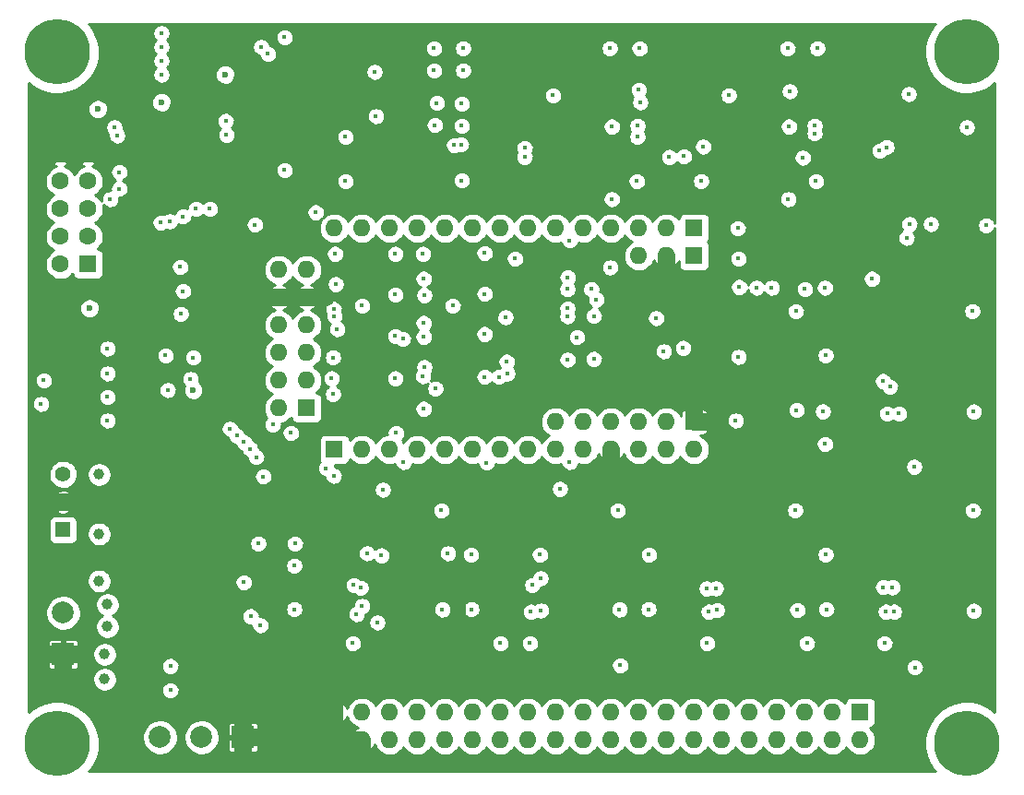
<source format=gbr>
G04 #@! TF.FileFunction,Copper,L2,Inr,Signal*
%FSLAX46Y46*%
G04 Gerber Fmt 4.6, Leading zero omitted, Abs format (unit mm)*
G04 Created by KiCad (PCBNEW 4.0.6) date 04/24/18 14:39:14*
%MOMM*%
%LPD*%
G01*
G04 APERTURE LIST*
%ADD10C,0.100000*%
%ADD11C,6.000000*%
%ADD12O,1.600000X1.600000*%
%ADD13R,1.600000X1.600000*%
%ADD14C,1.600000*%
%ADD15R,2.000000X2.000000*%
%ADD16C,2.000000*%
%ADD17R,1.400000X1.400000*%
%ADD18C,1.400000*%
%ADD19C,0.400000*%
%ADD20C,1.000000*%
%ADD21C,0.600000*%
%ADD22C,1.600000*%
%ADD23C,0.300000*%
%ADD24C,0.254000*%
G04 APERTURE END LIST*
D10*
D11*
X86750000Y66750000D03*
D12*
X54102000Y30226000D03*
X49022000Y32766000D03*
X51562000Y32766000D03*
X54102000Y32766000D03*
X56642000Y32766000D03*
X59182000Y32766000D03*
D13*
X61722000Y32766000D03*
D12*
X38862000Y30226000D03*
X41402000Y30226000D03*
X43942000Y30226000D03*
X46482000Y30226000D03*
X49022000Y30226000D03*
X51562000Y30226000D03*
X61722000Y30226000D03*
X31242000Y30226000D03*
X56642000Y30226000D03*
X33782000Y30226000D03*
X59182000Y30226000D03*
X36322000Y30226000D03*
D13*
X28702000Y30226000D03*
D12*
X23622000Y34036000D03*
X23622000Y46736000D03*
X23622000Y44196000D03*
X23622000Y41656000D03*
X23622000Y39116000D03*
X23622000Y36576000D03*
D13*
X26162000Y34036000D03*
D12*
X26162000Y36576000D03*
X26162000Y39116000D03*
X26162000Y41656000D03*
X26162000Y44196000D03*
X26162000Y46736000D03*
X56642000Y48006000D03*
X59182000Y48006000D03*
D13*
X61722000Y48006000D03*
X61722000Y50546000D03*
D12*
X36322000Y50546000D03*
X59182000Y50546000D03*
X33782000Y50546000D03*
X56642000Y50546000D03*
X31242000Y50546000D03*
X54102000Y50546000D03*
X28702000Y50546000D03*
X51562000Y50546000D03*
X49022000Y50546000D03*
X46482000Y50546000D03*
X43942000Y50546000D03*
X41402000Y50546000D03*
X38862000Y50546000D03*
D13*
X6096000Y47244000D03*
D14*
X3556000Y47244000D03*
X6096000Y49784000D03*
X3556000Y49784000D03*
X6096000Y52324000D03*
X3556000Y52324000D03*
X6096000Y54864000D03*
X3556000Y54864000D03*
X6096000Y57404000D03*
X3556000Y57404000D03*
D11*
X3250000Y3250000D03*
X86750000Y3250000D03*
X3250000Y66750000D03*
D15*
X3810000Y11430000D03*
D16*
X3810000Y15240000D03*
D15*
X20320000Y3810000D03*
D16*
X12700000Y3810000D03*
X16510000Y3810000D03*
D13*
X76962000Y6096000D03*
D12*
X76962000Y3556000D03*
X74422000Y6096000D03*
X74422000Y3556000D03*
X71882000Y6096000D03*
X71882000Y3556000D03*
X69342000Y6096000D03*
X69342000Y3556000D03*
X66802000Y6096000D03*
X66802000Y3556000D03*
X64262000Y6096000D03*
X64262000Y3556000D03*
X61722000Y6096000D03*
X61722000Y3556000D03*
X59182000Y6096000D03*
X59182000Y3556000D03*
X56642000Y6096000D03*
X56642000Y3556000D03*
X54102000Y6096000D03*
X54102000Y3556000D03*
X51562000Y6096000D03*
X51562000Y3556000D03*
X49022000Y6096000D03*
X49022000Y3556000D03*
X46482000Y6096000D03*
X46482000Y3556000D03*
X43942000Y6096000D03*
X43942000Y3556000D03*
X41402000Y6096000D03*
X41402000Y3556000D03*
X38862000Y6096000D03*
X38862000Y3556000D03*
X36322000Y6096000D03*
X36322000Y3556000D03*
X33782000Y6096000D03*
X33782000Y3556000D03*
X31242000Y6096000D03*
X31242000Y3556000D03*
X28702000Y6096000D03*
X28702000Y3556000D03*
D17*
X3810000Y22860000D03*
D18*
X3810000Y27940000D03*
X3810000Y25400000D03*
D19*
X34290000Y44450000D03*
X28638500Y43116500D03*
X36830000Y36957000D03*
X42481500Y36893500D03*
X28956000Y41275000D03*
X34290000Y40640000D03*
X36957000Y44386500D03*
X36893500Y40576500D03*
X42481500Y44513500D03*
X42481500Y40830500D03*
X42481500Y48260000D03*
X36830000Y48196500D03*
X34290000Y48196500D03*
X28765500Y48196500D03*
X41275000Y15557500D03*
X38608000Y15544800D03*
X52514500Y42481500D03*
X58229500Y42291000D03*
X54000400Y46939200D03*
X44399200Y42367200D03*
X50088800Y42468800D03*
X38506400Y24638000D03*
X41249600Y20574000D03*
X54711600Y24638000D03*
X54864000Y15544800D03*
X57556400Y20574000D03*
X71183500Y15494000D03*
X70993000Y24638000D03*
X71120000Y33845500D03*
X71056500Y42926000D03*
X73787000Y20574000D03*
X73787000Y38862000D03*
X87376000Y15430500D03*
X87312500Y24638000D03*
X87376000Y33718500D03*
X24130000Y68072000D03*
X32512000Y60833000D03*
X32385000Y64897000D03*
X37846000Y67056000D03*
X37846000Y65024000D03*
X37909500Y60007500D03*
X40513000Y67056000D03*
X40513000Y65024000D03*
X54165500Y59880500D03*
X53975000Y67056000D03*
X56705500Y67056000D03*
X56769000Y62103000D03*
X70421500Y59880500D03*
X70294500Y67056000D03*
X73025000Y67056000D03*
X86741000Y59817000D03*
X25082500Y21590000D03*
X25019000Y19558000D03*
X25019000Y15557500D03*
X87249000Y42926000D03*
X81216500Y49657000D03*
X78041500Y45910500D03*
X65722500Y50546000D03*
X60706000Y39560500D03*
X40322500Y58229500D03*
X40386000Y61976000D03*
X71691500Y57023000D03*
X73533000Y33718500D03*
X57531000Y15557500D03*
X73850500Y15557500D03*
X56515000Y58928000D03*
D20*
X7620000Y9144000D03*
X7874000Y16002000D03*
X7874000Y13970000D03*
X7112000Y18161000D03*
D19*
X30353000Y24638000D03*
X33274000Y24638000D03*
X41148000Y17399000D03*
X41249600Y12446000D03*
X49466500Y24638000D03*
X49403000Y18415000D03*
X42418000Y38544500D03*
X42481500Y42227500D03*
X42481500Y46228000D03*
X34290000Y38608000D03*
X34290000Y42418000D03*
X34290000Y46291500D03*
X57467500Y10287000D03*
X73558400Y17475200D03*
X79095600Y20574000D03*
X50101500Y43942000D03*
X50101500Y40322500D03*
X38658800Y12446000D03*
X46634400Y20574000D03*
X46634400Y24638000D03*
X54813200Y12446000D03*
X57505600Y12446000D03*
X62941200Y20574000D03*
X62890400Y24638000D03*
X71056500Y12446000D03*
X65468500Y18542000D03*
X65659000Y24638000D03*
X65595500Y31750000D03*
X71120000Y36893500D03*
X73787000Y9080500D03*
X73787000Y12446000D03*
X79121000Y22606000D03*
X79184500Y26670000D03*
X79184500Y30797500D03*
X87376000Y12573000D03*
X81788000Y18542000D03*
X81851500Y24638000D03*
X81788000Y30734000D03*
X81788000Y36830000D03*
X79184500Y38862000D03*
X22098000Y55880000D03*
X29718000Y52832000D03*
X29591000Y67056000D03*
X29591000Y62992000D03*
X29718000Y56896000D03*
X32321500Y54864000D03*
X32194500Y58928000D03*
X32258000Y62992000D03*
X32321500Y67056000D03*
X45847000Y62992000D03*
X45847000Y67056000D03*
X48641000Y67056000D03*
X48704500Y60960000D03*
X48577500Y57912000D03*
X62103000Y62992000D03*
X62103000Y67056000D03*
X64770000Y60960000D03*
X64833500Y57912000D03*
X64897000Y67056000D03*
X78422500Y67056000D03*
X78422500Y65024000D03*
X81026000Y57912000D03*
X81026000Y60960000D03*
X30289500Y20574000D03*
X25146000Y16827500D03*
X25019000Y13462000D03*
X41211500Y10414000D03*
X24892000Y10477500D03*
X16446500Y17272000D03*
X16383000Y21590000D03*
X15176500Y27686000D03*
D21*
X3492500Y42037000D03*
D19*
X10414000Y38862000D03*
X9398000Y42672000D03*
X9398000Y48768000D03*
X79057500Y42926000D03*
X81788000Y42926000D03*
X85280500Y46101000D03*
X81216500Y48387000D03*
X71628000Y50609500D03*
X75692000Y50609500D03*
X64516000Y44831000D03*
X60706000Y42291000D03*
X60452000Y36068000D03*
X58166000Y36068000D03*
X58229500Y40195500D03*
X58166000Y44069000D03*
X50038000Y36385500D03*
X42481500Y34861500D03*
X34290000Y34861500D03*
X9398000Y45720000D03*
X10541000Y31496000D03*
X16510000Y24638000D03*
X16256000Y9398000D03*
X33083500Y18669000D03*
X32956500Y17526000D03*
X73533000Y35750500D03*
X57086500Y17399000D03*
X64897000Y33528000D03*
X68453000Y51054000D03*
X78613000Y60071000D03*
X62230000Y59944000D03*
X45974000Y59944000D03*
D21*
X12827000Y63373000D03*
D20*
X9271000Y7493000D03*
D21*
X6985000Y63246000D03*
X3429000Y32004000D03*
D20*
X13335000Y26162000D03*
X12954000Y22606000D03*
X13589000Y16002000D03*
X13462000Y13970000D03*
D19*
X83439000Y50927000D03*
X46634400Y12446000D03*
X46863000Y17780000D03*
X73723500Y30734000D03*
X79057500Y36512500D03*
X68834000Y45085000D03*
X28448000Y36766500D03*
X71882000Y44958000D03*
X30378400Y12446000D03*
X30480000Y17780000D03*
X62890400Y12446000D03*
X79184500Y12446000D03*
X22606000Y66548000D03*
X29718000Y54864000D03*
X29718000Y58928000D03*
X21717000Y21590000D03*
X14605000Y42672000D03*
X73723500Y45085000D03*
X58928000Y39243000D03*
X52514500Y38544500D03*
X44513500Y38290500D03*
X50101500Y38481000D03*
X50101500Y46037500D03*
X45275500Y47752000D03*
X34290000Y36766500D03*
X21907500Y14097000D03*
X79057500Y17589500D03*
X62865000Y17462500D03*
D20*
X7620000Y11430000D03*
D21*
X18669000Y64643000D03*
X12827000Y62103000D03*
X6985000Y61468000D03*
X6223000Y43180000D03*
X15748000Y35687000D03*
D19*
X31115000Y17526000D03*
X39560500Y43434000D03*
X31242000Y43434000D03*
X34988500Y40386000D03*
X79692500Y36004500D03*
X30734000Y15113000D03*
X65849500Y45148500D03*
X79438500Y33528000D03*
X46736000Y15341600D03*
X63042800Y15341600D03*
X79298800Y15341600D03*
X79908400Y17576800D03*
X65786000Y47752000D03*
X31242000Y15875000D03*
X67437000Y45085000D03*
X80518000Y33528000D03*
X80060800Y15341600D03*
X63804800Y15494000D03*
X47650400Y15443200D03*
X37973000Y35814000D03*
X28575000Y35306000D03*
X63703200Y17475200D03*
X33147000Y26543000D03*
X47625000Y18415000D03*
X13652500Y8128000D03*
X13652500Y10350500D03*
X50292000Y49428400D03*
D20*
X7112000Y22479000D03*
X7112000Y27940000D03*
D19*
X59436000Y57086500D03*
X39687500Y58166000D03*
X72771000Y59245500D03*
X13398500Y35687000D03*
X14541500Y46990000D03*
X21399500Y50863500D03*
X12763500Y51054000D03*
X26987500Y52006500D03*
X38100000Y62039500D03*
X7874000Y39497000D03*
X7874000Y37211000D03*
X7874000Y35052000D03*
X7874000Y32893000D03*
X13589000Y51181000D03*
X14795500Y51625500D03*
X16002000Y52324000D03*
X17272000Y52324000D03*
X36957000Y37782500D03*
X36893500Y41846500D03*
X35052000Y29083000D03*
X36893500Y45910500D03*
X28575000Y38671500D03*
X33020000Y20510500D03*
X28702000Y42481500D03*
X28829000Y45402500D03*
X31686500Y20701000D03*
X81978500Y10223500D03*
X72072500Y12446000D03*
X81915000Y28638500D03*
X43942000Y12446000D03*
X39116000Y20701000D03*
X36893500Y33972500D03*
X50292000Y29083000D03*
X47561500Y20574000D03*
X54927500Y10414000D03*
X70358000Y53213000D03*
X54165500Y53213000D03*
X88519000Y50800000D03*
X18732500Y60388500D03*
X24701500Y31750000D03*
X23050500Y32512000D03*
X18796000Y59118500D03*
X19113500Y32131000D03*
X19748500Y31496000D03*
X20383500Y30924500D03*
X20955000Y30289500D03*
X21526500Y29527500D03*
X22161500Y27749500D03*
X12827000Y64643000D03*
X32639000Y14351000D03*
X28638500Y27813000D03*
X12827000Y65913000D03*
X12827000Y68453000D03*
X27940000Y28511500D03*
X12827000Y67183000D03*
X34353500Y31750000D03*
X72898000Y54864000D03*
X40386000Y54927500D03*
X56451500Y54864000D03*
X81470500Y50927000D03*
X49403000Y26606500D03*
X62357000Y54864000D03*
X8763000Y59055000D03*
X2032000Y36576000D03*
X1778000Y34417000D03*
X8509000Y59817000D03*
X78740000Y57658000D03*
X46164500Y57912000D03*
X60769500Y57150000D03*
X44577000Y37211000D03*
X50952400Y40538400D03*
X50088800Y43180000D03*
X52273200Y44958000D03*
X79375000Y57975500D03*
X46164500Y57086500D03*
X62547500Y58039000D03*
X81407000Y62865000D03*
X72771000Y59944000D03*
X64897000Y62738000D03*
X56515000Y59944000D03*
X48768000Y62738000D03*
X40386000Y59944000D03*
X15748000Y38671500D03*
X8953500Y54165500D03*
X8128000Y53213000D03*
X21018500Y14922500D03*
X15494000Y36703000D03*
X8953500Y55689500D03*
X20383500Y18034000D03*
X70485000Y63119000D03*
X56642000Y63246000D03*
X65532000Y32893000D03*
X65786000Y38735000D03*
X42672000Y29019500D03*
X43815000Y36893500D03*
X52730400Y43992800D03*
X50088800Y44958000D03*
X24130000Y55880000D03*
X21971000Y67183000D03*
X14795500Y44767500D03*
X13208000Y38862000D03*
D22*
X26162000Y44196000D02*
X23622000Y44196000D01*
X61722000Y32766000D02*
X63627000Y32766000D01*
X61722000Y32766000D02*
X61722000Y34417000D01*
X54102000Y30226000D02*
X54102000Y28448000D01*
X59182000Y48006000D02*
X59182000Y46228000D01*
X26162000Y44196000D02*
X27940000Y44196000D01*
X23622000Y44196000D02*
X21844000Y44196000D01*
D23*
X30353000Y24638000D02*
X33274000Y24638000D01*
X41148000Y17399000D02*
X40576500Y16827500D01*
X40576500Y13119100D02*
X41249600Y12446000D01*
X40576500Y16827500D02*
X40576500Y13119100D01*
D22*
X6096000Y57404000D02*
X3556000Y57404000D01*
X3556000Y57404000D02*
X3556000Y59309000D01*
X3556000Y57404000D02*
X1651000Y57404000D01*
X6096000Y57404000D02*
X6096000Y59309000D01*
X6096000Y57404000D02*
X8128000Y57404000D01*
X3810000Y25400000D02*
X2032000Y25400000D01*
X3810000Y25400000D02*
X5588000Y25400000D01*
X3810000Y11430000D02*
X1905000Y11430000D01*
X3810000Y11430000D02*
X3810000Y9652000D01*
X3810000Y11430000D02*
X5842000Y11430000D01*
X28702000Y6096000D02*
X26924000Y6096000D01*
X28702000Y6096000D02*
X28702000Y7747000D01*
X31242000Y3556000D02*
X31242000Y1905000D01*
X28702000Y6096000D02*
X28702000Y1778000D01*
X31242000Y3556000D02*
X26924000Y3556000D01*
X20320000Y3810000D02*
X22479000Y3810000D01*
X20320000Y3810000D02*
X20320000Y1778000D01*
X20320000Y3810000D02*
X20320000Y5842000D01*
D24*
G36*
X83765675Y69254146D02*
X83336120Y68626796D01*
X83036599Y67927960D01*
X82878520Y67184256D01*
X82867904Y66424011D01*
X83005156Y65676183D01*
X83285048Y64969257D01*
X83696919Y64330158D01*
X84225081Y63783230D01*
X84849416Y63349306D01*
X85546144Y63044913D01*
X86288727Y62881646D01*
X87048879Y62865723D01*
X87797647Y62997751D01*
X88506510Y63272701D01*
X89148469Y63680100D01*
X89323000Y63846304D01*
X89323000Y50997425D01*
X89314533Y51040186D01*
X89252730Y51190131D01*
X89162980Y51325217D01*
X89048700Y51440297D01*
X88914244Y51530989D01*
X88764734Y51593837D01*
X88605863Y51626449D01*
X88443684Y51627581D01*
X88284374Y51597191D01*
X88134001Y51536436D01*
X87998292Y51447631D01*
X87882416Y51334157D01*
X87790788Y51200338D01*
X87726898Y51051270D01*
X87693178Y50892631D01*
X87690913Y50730464D01*
X87720191Y50570945D01*
X87779894Y50420151D01*
X87867750Y50283826D01*
X87980412Y50167161D01*
X88113588Y50074601D01*
X88262207Y50009671D01*
X88420606Y49974845D01*
X88582754Y49971448D01*
X88742473Y49999611D01*
X88893680Y50058260D01*
X89030615Y50145162D01*
X89148064Y50257007D01*
X89241551Y50389534D01*
X89307517Y50537695D01*
X89323000Y50605845D01*
X89323000Y6161355D01*
X89233250Y6251734D01*
X88602917Y6676899D01*
X87902007Y6971534D01*
X87157218Y7124418D01*
X86396917Y7129726D01*
X85650066Y6987256D01*
X84945110Y6702436D01*
X84308903Y6286113D01*
X83765675Y5754146D01*
X83336120Y5126796D01*
X83036599Y4427960D01*
X82878520Y3684256D01*
X82867904Y2924011D01*
X83005156Y2176183D01*
X83285048Y1469257D01*
X83696919Y830158D01*
X83844822Y677000D01*
X6170265Y677000D01*
X6199070Y704431D01*
X6637343Y1325722D01*
X6946592Y2020307D01*
X7115040Y2761732D01*
X7127166Y3630159D01*
X7118645Y3673197D01*
X11070862Y3673197D01*
X11128460Y3359368D01*
X11245918Y3062703D01*
X11418762Y2794503D01*
X11640407Y2564982D01*
X11902412Y2382884D01*
X12194797Y2255144D01*
X12506425Y2186628D01*
X12825426Y2179946D01*
X13139649Y2235352D01*
X13437127Y2350736D01*
X13706528Y2521703D01*
X13937590Y2741741D01*
X14121513Y3002468D01*
X14251291Y3293954D01*
X14321981Y3605096D01*
X14322931Y3673197D01*
X14880862Y3673197D01*
X14938460Y3359368D01*
X15055918Y3062703D01*
X15228762Y2794503D01*
X15450407Y2564982D01*
X15712412Y2382884D01*
X16004797Y2255144D01*
X16316425Y2186628D01*
X16635426Y2179946D01*
X16949649Y2235352D01*
X17247127Y2350736D01*
X17516528Y2521703D01*
X17747590Y2741741D01*
X17931513Y3002468D01*
X18061291Y3293954D01*
X18125427Y3576250D01*
X18893000Y3576250D01*
X18893000Y2767944D01*
X18909409Y2685449D01*
X18941598Y2607739D01*
X18988328Y2537803D01*
X19047803Y2478327D01*
X19117740Y2431597D01*
X19195449Y2399409D01*
X19277944Y2383000D01*
X20086250Y2383000D01*
X20193000Y2489750D01*
X20193000Y3683000D01*
X20447000Y3683000D01*
X20447000Y2489750D01*
X20553750Y2383000D01*
X21362056Y2383000D01*
X21444551Y2399409D01*
X21522260Y2431597D01*
X21592197Y2478327D01*
X21651672Y2537803D01*
X21698402Y2607739D01*
X21730591Y2685449D01*
X21747000Y2767944D01*
X21747000Y3239649D01*
X27516482Y3239649D01*
X27540518Y3160395D01*
X27640014Y2941403D01*
X27780322Y2746029D01*
X27956049Y2581782D01*
X28160443Y2454974D01*
X28385648Y2370477D01*
X28575000Y2442334D01*
X28575000Y3429000D01*
X28829000Y3429000D01*
X28829000Y2442334D01*
X29018352Y2370477D01*
X29243557Y2454974D01*
X29447951Y2581782D01*
X29623678Y2746029D01*
X29763986Y2941403D01*
X29863482Y3160395D01*
X29887518Y3239649D01*
X30056482Y3239649D01*
X30080518Y3160395D01*
X30180014Y2941403D01*
X30320322Y2746029D01*
X30496049Y2581782D01*
X30700443Y2454974D01*
X30925648Y2370477D01*
X31115000Y2442334D01*
X31115000Y3429000D01*
X30128972Y3429000D01*
X30056482Y3239649D01*
X29887518Y3239649D01*
X29815028Y3429000D01*
X28829000Y3429000D01*
X28575000Y3429000D01*
X27588972Y3429000D01*
X27516482Y3239649D01*
X21747000Y3239649D01*
X21747000Y3576250D01*
X21640250Y3683000D01*
X20447000Y3683000D01*
X20193000Y3683000D01*
X18999750Y3683000D01*
X18893000Y3576250D01*
X18125427Y3576250D01*
X18131981Y3605096D01*
X18135712Y3872351D01*
X27516482Y3872351D01*
X27588972Y3683000D01*
X28575000Y3683000D01*
X28575000Y4669666D01*
X28829000Y4669666D01*
X28829000Y3683000D01*
X29815028Y3683000D01*
X29887518Y3872351D01*
X29863482Y3951605D01*
X29763986Y4170597D01*
X29623678Y4365971D01*
X29447951Y4530218D01*
X29243557Y4657026D01*
X29018352Y4741523D01*
X28829000Y4669666D01*
X28575000Y4669666D01*
X28385648Y4741523D01*
X28160443Y4657026D01*
X27956049Y4530218D01*
X27780322Y4365971D01*
X27640014Y4170597D01*
X27540518Y3951605D01*
X27516482Y3872351D01*
X18135712Y3872351D01*
X18137069Y3969536D01*
X18075095Y4282530D01*
X17953506Y4577526D01*
X17776935Y4843287D01*
X17768228Y4852056D01*
X18893000Y4852056D01*
X18893000Y4043750D01*
X18999750Y3937000D01*
X20193000Y3937000D01*
X20193000Y5130250D01*
X20447000Y5130250D01*
X20447000Y3937000D01*
X21640250Y3937000D01*
X21747000Y4043750D01*
X21747000Y4852056D01*
X21730591Y4934551D01*
X21698402Y5012261D01*
X21651672Y5082197D01*
X21592197Y5141673D01*
X21522260Y5188403D01*
X21444551Y5220591D01*
X21362056Y5237000D01*
X20553750Y5237000D01*
X20447000Y5130250D01*
X20193000Y5130250D01*
X20086250Y5237000D01*
X19277944Y5237000D01*
X19195449Y5220591D01*
X19117740Y5188403D01*
X19047803Y5141673D01*
X18988328Y5082197D01*
X18941598Y5012261D01*
X18909409Y4934551D01*
X18893000Y4852056D01*
X17768228Y4852056D01*
X17552107Y5069691D01*
X17287585Y5248113D01*
X16993445Y5371758D01*
X16680891Y5435916D01*
X16361827Y5438144D01*
X16048408Y5378356D01*
X15752570Y5258829D01*
X15485583Y5084118D01*
X15257615Y4860875D01*
X15077351Y4597606D01*
X14951655Y4304336D01*
X14885317Y3992237D01*
X14880862Y3673197D01*
X14322931Y3673197D01*
X14327069Y3969536D01*
X14265095Y4282530D01*
X14143506Y4577526D01*
X13966935Y4843287D01*
X13742107Y5069691D01*
X13477585Y5248113D01*
X13183445Y5371758D01*
X12870891Y5435916D01*
X12551827Y5438144D01*
X12238408Y5378356D01*
X11942570Y5258829D01*
X11675583Y5084118D01*
X11447615Y4860875D01*
X11267351Y4597606D01*
X11141655Y4304336D01*
X11075317Y3992237D01*
X11070862Y3673197D01*
X7118645Y3673197D01*
X6979486Y4375998D01*
X6689751Y5078948D01*
X6268997Y5712234D01*
X6202051Y5779649D01*
X27516482Y5779649D01*
X27540518Y5700395D01*
X27640014Y5481403D01*
X27780322Y5286029D01*
X27956049Y5121782D01*
X28160443Y4994974D01*
X28385648Y4910477D01*
X28575000Y4982334D01*
X28575000Y5969000D01*
X27588972Y5969000D01*
X27516482Y5779649D01*
X6202051Y5779649D01*
X5733250Y6251734D01*
X5495126Y6412351D01*
X27516482Y6412351D01*
X27588972Y6223000D01*
X28575000Y6223000D01*
X28575000Y7209666D01*
X28829000Y7209666D01*
X28829000Y6223000D01*
X28849000Y6223000D01*
X28849000Y5969000D01*
X28829000Y5969000D01*
X28829000Y4982334D01*
X29018352Y4910477D01*
X29243557Y4994974D01*
X29447951Y5121782D01*
X29623678Y5286029D01*
X29763986Y5481403D01*
X29863482Y5700395D01*
X29867351Y5713153D01*
X29912004Y5561436D01*
X30041032Y5314627D01*
X30215542Y5097580D01*
X30428887Y4918563D01*
X30672940Y4784394D01*
X30871789Y4721315D01*
X30700443Y4657026D01*
X30496049Y4530218D01*
X30320322Y4365971D01*
X30180014Y4170597D01*
X30080518Y3951605D01*
X30056482Y3872351D01*
X30128972Y3683000D01*
X31115000Y3683000D01*
X31115000Y3703000D01*
X31369000Y3703000D01*
X31369000Y3683000D01*
X31389000Y3683000D01*
X31389000Y3429000D01*
X31369000Y3429000D01*
X31369000Y2442334D01*
X31558352Y2370477D01*
X31783557Y2454974D01*
X31987951Y2581782D01*
X32163678Y2746029D01*
X32303986Y2941403D01*
X32403482Y3160395D01*
X32407351Y3173153D01*
X32452004Y3021436D01*
X32581032Y2774627D01*
X32755542Y2557580D01*
X32968887Y2378563D01*
X33212940Y2244394D01*
X33478405Y2160183D01*
X33755171Y2129139D01*
X33775095Y2129000D01*
X33788905Y2129000D01*
X34066077Y2156177D01*
X34332692Y2236673D01*
X34578595Y2367421D01*
X34794418Y2543443D01*
X34971942Y2758032D01*
X35052154Y2906380D01*
X35121032Y2774627D01*
X35295542Y2557580D01*
X35508887Y2378563D01*
X35752940Y2244394D01*
X36018405Y2160183D01*
X36295171Y2129139D01*
X36315095Y2129000D01*
X36328905Y2129000D01*
X36606077Y2156177D01*
X36872692Y2236673D01*
X37118595Y2367421D01*
X37334418Y2543443D01*
X37511942Y2758032D01*
X37592154Y2906380D01*
X37661032Y2774627D01*
X37835542Y2557580D01*
X38048887Y2378563D01*
X38292940Y2244394D01*
X38558405Y2160183D01*
X38835171Y2129139D01*
X38855095Y2129000D01*
X38868905Y2129000D01*
X39146077Y2156177D01*
X39412692Y2236673D01*
X39658595Y2367421D01*
X39874418Y2543443D01*
X40051942Y2758032D01*
X40132154Y2906380D01*
X40201032Y2774627D01*
X40375542Y2557580D01*
X40588887Y2378563D01*
X40832940Y2244394D01*
X41098405Y2160183D01*
X41375171Y2129139D01*
X41395095Y2129000D01*
X41408905Y2129000D01*
X41686077Y2156177D01*
X41952692Y2236673D01*
X42198595Y2367421D01*
X42414418Y2543443D01*
X42591942Y2758032D01*
X42672154Y2906380D01*
X42741032Y2774627D01*
X42915542Y2557580D01*
X43128887Y2378563D01*
X43372940Y2244394D01*
X43638405Y2160183D01*
X43915171Y2129139D01*
X43935095Y2129000D01*
X43948905Y2129000D01*
X44226077Y2156177D01*
X44492692Y2236673D01*
X44738595Y2367421D01*
X44954418Y2543443D01*
X45131942Y2758032D01*
X45212154Y2906380D01*
X45281032Y2774627D01*
X45455542Y2557580D01*
X45668887Y2378563D01*
X45912940Y2244394D01*
X46178405Y2160183D01*
X46455171Y2129139D01*
X46475095Y2129000D01*
X46488905Y2129000D01*
X46766077Y2156177D01*
X47032692Y2236673D01*
X47278595Y2367421D01*
X47494418Y2543443D01*
X47671942Y2758032D01*
X47752154Y2906380D01*
X47821032Y2774627D01*
X47995542Y2557580D01*
X48208887Y2378563D01*
X48452940Y2244394D01*
X48718405Y2160183D01*
X48995171Y2129139D01*
X49015095Y2129000D01*
X49028905Y2129000D01*
X49306077Y2156177D01*
X49572692Y2236673D01*
X49818595Y2367421D01*
X50034418Y2543443D01*
X50211942Y2758032D01*
X50292154Y2906380D01*
X50361032Y2774627D01*
X50535542Y2557580D01*
X50748887Y2378563D01*
X50992940Y2244394D01*
X51258405Y2160183D01*
X51535171Y2129139D01*
X51555095Y2129000D01*
X51568905Y2129000D01*
X51846077Y2156177D01*
X52112692Y2236673D01*
X52358595Y2367421D01*
X52574418Y2543443D01*
X52751942Y2758032D01*
X52832154Y2906380D01*
X52901032Y2774627D01*
X53075542Y2557580D01*
X53288887Y2378563D01*
X53532940Y2244394D01*
X53798405Y2160183D01*
X54075171Y2129139D01*
X54095095Y2129000D01*
X54108905Y2129000D01*
X54386077Y2156177D01*
X54652692Y2236673D01*
X54898595Y2367421D01*
X55114418Y2543443D01*
X55291942Y2758032D01*
X55372154Y2906380D01*
X55441032Y2774627D01*
X55615542Y2557580D01*
X55828887Y2378563D01*
X56072940Y2244394D01*
X56338405Y2160183D01*
X56615171Y2129139D01*
X56635095Y2129000D01*
X56648905Y2129000D01*
X56926077Y2156177D01*
X57192692Y2236673D01*
X57438595Y2367421D01*
X57654418Y2543443D01*
X57831942Y2758032D01*
X57912154Y2906380D01*
X57981032Y2774627D01*
X58155542Y2557580D01*
X58368887Y2378563D01*
X58612940Y2244394D01*
X58878405Y2160183D01*
X59155171Y2129139D01*
X59175095Y2129000D01*
X59188905Y2129000D01*
X59466077Y2156177D01*
X59732692Y2236673D01*
X59978595Y2367421D01*
X60194418Y2543443D01*
X60371942Y2758032D01*
X60452154Y2906380D01*
X60521032Y2774627D01*
X60695542Y2557580D01*
X60908887Y2378563D01*
X61152940Y2244394D01*
X61418405Y2160183D01*
X61695171Y2129139D01*
X61715095Y2129000D01*
X61728905Y2129000D01*
X62006077Y2156177D01*
X62272692Y2236673D01*
X62518595Y2367421D01*
X62734418Y2543443D01*
X62911942Y2758032D01*
X62992154Y2906380D01*
X63061032Y2774627D01*
X63235542Y2557580D01*
X63448887Y2378563D01*
X63692940Y2244394D01*
X63958405Y2160183D01*
X64235171Y2129139D01*
X64255095Y2129000D01*
X64268905Y2129000D01*
X64546077Y2156177D01*
X64812692Y2236673D01*
X65058595Y2367421D01*
X65274418Y2543443D01*
X65451942Y2758032D01*
X65532154Y2906380D01*
X65601032Y2774627D01*
X65775542Y2557580D01*
X65988887Y2378563D01*
X66232940Y2244394D01*
X66498405Y2160183D01*
X66775171Y2129139D01*
X66795095Y2129000D01*
X66808905Y2129000D01*
X67086077Y2156177D01*
X67352692Y2236673D01*
X67598595Y2367421D01*
X67814418Y2543443D01*
X67991942Y2758032D01*
X68072154Y2906380D01*
X68141032Y2774627D01*
X68315542Y2557580D01*
X68528887Y2378563D01*
X68772940Y2244394D01*
X69038405Y2160183D01*
X69315171Y2129139D01*
X69335095Y2129000D01*
X69348905Y2129000D01*
X69626077Y2156177D01*
X69892692Y2236673D01*
X70138595Y2367421D01*
X70354418Y2543443D01*
X70531942Y2758032D01*
X70612154Y2906380D01*
X70681032Y2774627D01*
X70855542Y2557580D01*
X71068887Y2378563D01*
X71312940Y2244394D01*
X71578405Y2160183D01*
X71855171Y2129139D01*
X71875095Y2129000D01*
X71888905Y2129000D01*
X72166077Y2156177D01*
X72432692Y2236673D01*
X72678595Y2367421D01*
X72894418Y2543443D01*
X73071942Y2758032D01*
X73152154Y2906380D01*
X73221032Y2774627D01*
X73395542Y2557580D01*
X73608887Y2378563D01*
X73852940Y2244394D01*
X74118405Y2160183D01*
X74395171Y2129139D01*
X74415095Y2129000D01*
X74428905Y2129000D01*
X74706077Y2156177D01*
X74972692Y2236673D01*
X75218595Y2367421D01*
X75434418Y2543443D01*
X75611942Y2758032D01*
X75692154Y2906380D01*
X75761032Y2774627D01*
X75935542Y2557580D01*
X76148887Y2378563D01*
X76392940Y2244394D01*
X76658405Y2160183D01*
X76935171Y2129139D01*
X76955095Y2129000D01*
X76968905Y2129000D01*
X77246077Y2156177D01*
X77512692Y2236673D01*
X77758595Y2367421D01*
X77974418Y2543443D01*
X78151942Y2758032D01*
X78284404Y3003015D01*
X78366759Y3269062D01*
X78395870Y3546038D01*
X78370629Y3823393D01*
X78291996Y4090564D01*
X78162968Y4337373D01*
X77988458Y4554420D01*
X77847405Y4672777D01*
X77861847Y4673929D01*
X78031199Y4726374D01*
X78179235Y4823923D01*
X78294234Y4958852D01*
X78367089Y5120477D01*
X78392033Y5296000D01*
X78392033Y6896000D01*
X78384071Y6995847D01*
X78331626Y7165199D01*
X78234077Y7313235D01*
X78099148Y7428234D01*
X77937523Y7501089D01*
X77762000Y7526033D01*
X76162000Y7526033D01*
X76062153Y7518071D01*
X75892801Y7465626D01*
X75744765Y7368077D01*
X75629766Y7233148D01*
X75556911Y7071523D01*
X75543386Y6976353D01*
X75448458Y7094420D01*
X75235113Y7273437D01*
X74991060Y7407606D01*
X74725595Y7491817D01*
X74448829Y7522861D01*
X74428905Y7523000D01*
X74415095Y7523000D01*
X74137923Y7495823D01*
X73871308Y7415327D01*
X73625405Y7284579D01*
X73409582Y7108557D01*
X73232058Y6893968D01*
X73151846Y6745620D01*
X73082968Y6877373D01*
X72908458Y7094420D01*
X72695113Y7273437D01*
X72451060Y7407606D01*
X72185595Y7491817D01*
X71908829Y7522861D01*
X71888905Y7523000D01*
X71875095Y7523000D01*
X71597923Y7495823D01*
X71331308Y7415327D01*
X71085405Y7284579D01*
X70869582Y7108557D01*
X70692058Y6893968D01*
X70611846Y6745620D01*
X70542968Y6877373D01*
X70368458Y7094420D01*
X70155113Y7273437D01*
X69911060Y7407606D01*
X69645595Y7491817D01*
X69368829Y7522861D01*
X69348905Y7523000D01*
X69335095Y7523000D01*
X69057923Y7495823D01*
X68791308Y7415327D01*
X68545405Y7284579D01*
X68329582Y7108557D01*
X68152058Y6893968D01*
X68071846Y6745620D01*
X68002968Y6877373D01*
X67828458Y7094420D01*
X67615113Y7273437D01*
X67371060Y7407606D01*
X67105595Y7491817D01*
X66828829Y7522861D01*
X66808905Y7523000D01*
X66795095Y7523000D01*
X66517923Y7495823D01*
X66251308Y7415327D01*
X66005405Y7284579D01*
X65789582Y7108557D01*
X65612058Y6893968D01*
X65531846Y6745620D01*
X65462968Y6877373D01*
X65288458Y7094420D01*
X65075113Y7273437D01*
X64831060Y7407606D01*
X64565595Y7491817D01*
X64288829Y7522861D01*
X64268905Y7523000D01*
X64255095Y7523000D01*
X63977923Y7495823D01*
X63711308Y7415327D01*
X63465405Y7284579D01*
X63249582Y7108557D01*
X63072058Y6893968D01*
X62991846Y6745620D01*
X62922968Y6877373D01*
X62748458Y7094420D01*
X62535113Y7273437D01*
X62291060Y7407606D01*
X62025595Y7491817D01*
X61748829Y7522861D01*
X61728905Y7523000D01*
X61715095Y7523000D01*
X61437923Y7495823D01*
X61171308Y7415327D01*
X60925405Y7284579D01*
X60709582Y7108557D01*
X60532058Y6893968D01*
X60451846Y6745620D01*
X60382968Y6877373D01*
X60208458Y7094420D01*
X59995113Y7273437D01*
X59751060Y7407606D01*
X59485595Y7491817D01*
X59208829Y7522861D01*
X59188905Y7523000D01*
X59175095Y7523000D01*
X58897923Y7495823D01*
X58631308Y7415327D01*
X58385405Y7284579D01*
X58169582Y7108557D01*
X57992058Y6893968D01*
X57911846Y6745620D01*
X57842968Y6877373D01*
X57668458Y7094420D01*
X57455113Y7273437D01*
X57211060Y7407606D01*
X56945595Y7491817D01*
X56668829Y7522861D01*
X56648905Y7523000D01*
X56635095Y7523000D01*
X56357923Y7495823D01*
X56091308Y7415327D01*
X55845405Y7284579D01*
X55629582Y7108557D01*
X55452058Y6893968D01*
X55371846Y6745620D01*
X55302968Y6877373D01*
X55128458Y7094420D01*
X54915113Y7273437D01*
X54671060Y7407606D01*
X54405595Y7491817D01*
X54128829Y7522861D01*
X54108905Y7523000D01*
X54095095Y7523000D01*
X53817923Y7495823D01*
X53551308Y7415327D01*
X53305405Y7284579D01*
X53089582Y7108557D01*
X52912058Y6893968D01*
X52831846Y6745620D01*
X52762968Y6877373D01*
X52588458Y7094420D01*
X52375113Y7273437D01*
X52131060Y7407606D01*
X51865595Y7491817D01*
X51588829Y7522861D01*
X51568905Y7523000D01*
X51555095Y7523000D01*
X51277923Y7495823D01*
X51011308Y7415327D01*
X50765405Y7284579D01*
X50549582Y7108557D01*
X50372058Y6893968D01*
X50291846Y6745620D01*
X50222968Y6877373D01*
X50048458Y7094420D01*
X49835113Y7273437D01*
X49591060Y7407606D01*
X49325595Y7491817D01*
X49048829Y7522861D01*
X49028905Y7523000D01*
X49015095Y7523000D01*
X48737923Y7495823D01*
X48471308Y7415327D01*
X48225405Y7284579D01*
X48009582Y7108557D01*
X47832058Y6893968D01*
X47751846Y6745620D01*
X47682968Y6877373D01*
X47508458Y7094420D01*
X47295113Y7273437D01*
X47051060Y7407606D01*
X46785595Y7491817D01*
X46508829Y7522861D01*
X46488905Y7523000D01*
X46475095Y7523000D01*
X46197923Y7495823D01*
X45931308Y7415327D01*
X45685405Y7284579D01*
X45469582Y7108557D01*
X45292058Y6893968D01*
X45211846Y6745620D01*
X45142968Y6877373D01*
X44968458Y7094420D01*
X44755113Y7273437D01*
X44511060Y7407606D01*
X44245595Y7491817D01*
X43968829Y7522861D01*
X43948905Y7523000D01*
X43935095Y7523000D01*
X43657923Y7495823D01*
X43391308Y7415327D01*
X43145405Y7284579D01*
X42929582Y7108557D01*
X42752058Y6893968D01*
X42671846Y6745620D01*
X42602968Y6877373D01*
X42428458Y7094420D01*
X42215113Y7273437D01*
X41971060Y7407606D01*
X41705595Y7491817D01*
X41428829Y7522861D01*
X41408905Y7523000D01*
X41395095Y7523000D01*
X41117923Y7495823D01*
X40851308Y7415327D01*
X40605405Y7284579D01*
X40389582Y7108557D01*
X40212058Y6893968D01*
X40131846Y6745620D01*
X40062968Y6877373D01*
X39888458Y7094420D01*
X39675113Y7273437D01*
X39431060Y7407606D01*
X39165595Y7491817D01*
X38888829Y7522861D01*
X38868905Y7523000D01*
X38855095Y7523000D01*
X38577923Y7495823D01*
X38311308Y7415327D01*
X38065405Y7284579D01*
X37849582Y7108557D01*
X37672058Y6893968D01*
X37591846Y6745620D01*
X37522968Y6877373D01*
X37348458Y7094420D01*
X37135113Y7273437D01*
X36891060Y7407606D01*
X36625595Y7491817D01*
X36348829Y7522861D01*
X36328905Y7523000D01*
X36315095Y7523000D01*
X36037923Y7495823D01*
X35771308Y7415327D01*
X35525405Y7284579D01*
X35309582Y7108557D01*
X35132058Y6893968D01*
X35051846Y6745620D01*
X34982968Y6877373D01*
X34808458Y7094420D01*
X34595113Y7273437D01*
X34351060Y7407606D01*
X34085595Y7491817D01*
X33808829Y7522861D01*
X33788905Y7523000D01*
X33775095Y7523000D01*
X33497923Y7495823D01*
X33231308Y7415327D01*
X32985405Y7284579D01*
X32769582Y7108557D01*
X32592058Y6893968D01*
X32511846Y6745620D01*
X32442968Y6877373D01*
X32268458Y7094420D01*
X32055113Y7273437D01*
X31811060Y7407606D01*
X31545595Y7491817D01*
X31268829Y7522861D01*
X31248905Y7523000D01*
X31235095Y7523000D01*
X30957923Y7495823D01*
X30691308Y7415327D01*
X30445405Y7284579D01*
X30229582Y7108557D01*
X30052058Y6893968D01*
X29919596Y6648985D01*
X29867143Y6479535D01*
X29863482Y6491605D01*
X29763986Y6710597D01*
X29623678Y6905971D01*
X29447951Y7070218D01*
X29243557Y7197026D01*
X29018352Y7281523D01*
X28829000Y7209666D01*
X28575000Y7209666D01*
X28385648Y7281523D01*
X28160443Y7197026D01*
X27956049Y7070218D01*
X27780322Y6905971D01*
X27640014Y6710597D01*
X27540518Y6491605D01*
X27516482Y6412351D01*
X5495126Y6412351D01*
X5102917Y6676899D01*
X4402007Y6971534D01*
X3657218Y7124418D01*
X2896917Y7129726D01*
X2150066Y6987256D01*
X1445110Y6702436D01*
X808903Y6286113D01*
X677000Y6156944D01*
X677000Y9049239D01*
X6491519Y9049239D01*
X6531416Y8831854D01*
X6612778Y8626358D01*
X6732504Y8440579D01*
X6886035Y8281594D01*
X7067522Y8155457D01*
X7270053Y8066973D01*
X7485913Y8019513D01*
X7706881Y8014885D01*
X7924539Y8053264D01*
X7937945Y8058464D01*
X12824413Y8058464D01*
X12853691Y7898945D01*
X12913394Y7748151D01*
X13001250Y7611826D01*
X13113912Y7495161D01*
X13247088Y7402601D01*
X13395707Y7337671D01*
X13554106Y7302845D01*
X13716254Y7299448D01*
X13875973Y7327611D01*
X14027180Y7386260D01*
X14164115Y7473162D01*
X14281564Y7585007D01*
X14375051Y7717534D01*
X14441017Y7865695D01*
X14476948Y8023848D01*
X14479535Y8209091D01*
X14448033Y8368186D01*
X14386230Y8518131D01*
X14296480Y8653217D01*
X14182200Y8768297D01*
X14047744Y8858989D01*
X13898234Y8921837D01*
X13739363Y8954449D01*
X13577184Y8955581D01*
X13417874Y8925191D01*
X13267501Y8864436D01*
X13131792Y8775631D01*
X13015916Y8662157D01*
X12924288Y8528338D01*
X12860398Y8379270D01*
X12826678Y8220631D01*
X12824413Y8058464D01*
X7937945Y8058464D01*
X8130598Y8133189D01*
X8317208Y8251615D01*
X8477261Y8404032D01*
X8604662Y8584634D01*
X8694557Y8786542D01*
X8743523Y9002066D01*
X8747048Y9254508D01*
X8704119Y9471315D01*
X8619897Y9675654D01*
X8497588Y9859743D01*
X8341853Y10016570D01*
X8158622Y10140161D01*
X7954875Y10225808D01*
X7738374Y10270249D01*
X7517363Y10271792D01*
X7300262Y10230378D01*
X7095339Y10147584D01*
X6910401Y10026564D01*
X6752491Y9871927D01*
X6627624Y9689563D01*
X6540556Y9486420D01*
X6494605Y9270233D01*
X6491519Y9049239D01*
X677000Y9049239D01*
X677000Y11196250D01*
X2383000Y11196250D01*
X2383000Y10387944D01*
X2399409Y10305449D01*
X2431597Y10227740D01*
X2478327Y10157803D01*
X2537803Y10098328D01*
X2607739Y10051598D01*
X2685449Y10019409D01*
X2767944Y10003000D01*
X3576250Y10003000D01*
X3683000Y10109750D01*
X3683000Y11303000D01*
X3937000Y11303000D01*
X3937000Y10109750D01*
X4043750Y10003000D01*
X4852056Y10003000D01*
X4934551Y10019409D01*
X5012261Y10051598D01*
X5082197Y10098328D01*
X5141673Y10157803D01*
X5188403Y10227740D01*
X5210449Y10280964D01*
X12824413Y10280964D01*
X12853691Y10121445D01*
X12913394Y9970651D01*
X13001250Y9834326D01*
X13113912Y9717661D01*
X13247088Y9625101D01*
X13395707Y9560171D01*
X13554106Y9525345D01*
X13716254Y9521948D01*
X13875973Y9550111D01*
X14027180Y9608760D01*
X14164115Y9695662D01*
X14281564Y9807507D01*
X14375051Y9940034D01*
X14441017Y10088195D01*
X14476948Y10246348D01*
X14478318Y10344464D01*
X54099413Y10344464D01*
X54128691Y10184945D01*
X54188394Y10034151D01*
X54276250Y9897826D01*
X54388912Y9781161D01*
X54522088Y9688601D01*
X54670707Y9623671D01*
X54829106Y9588845D01*
X54991254Y9585448D01*
X55150973Y9613611D01*
X55302180Y9672260D01*
X55439115Y9759162D01*
X55556564Y9871007D01*
X55650051Y10003534D01*
X55716017Y10151695D01*
X55716532Y10153964D01*
X81150413Y10153964D01*
X81179691Y9994445D01*
X81239394Y9843651D01*
X81327250Y9707326D01*
X81439912Y9590661D01*
X81573088Y9498101D01*
X81721707Y9433171D01*
X81880106Y9398345D01*
X82042254Y9394948D01*
X82201973Y9423111D01*
X82353180Y9481760D01*
X82490115Y9568662D01*
X82607564Y9680507D01*
X82701051Y9813034D01*
X82767017Y9961195D01*
X82802948Y10119348D01*
X82805535Y10304591D01*
X82774033Y10463686D01*
X82712230Y10613631D01*
X82622480Y10748717D01*
X82508200Y10863797D01*
X82373744Y10954489D01*
X82224234Y11017337D01*
X82065363Y11049949D01*
X81903184Y11051081D01*
X81743874Y11020691D01*
X81593501Y10959936D01*
X81457792Y10871131D01*
X81341916Y10757657D01*
X81250288Y10623838D01*
X81186398Y10474770D01*
X81152678Y10316131D01*
X81150413Y10153964D01*
X55716532Y10153964D01*
X55751948Y10309848D01*
X55754535Y10495091D01*
X55723033Y10654186D01*
X55661230Y10804131D01*
X55571480Y10939217D01*
X55457200Y11054297D01*
X55322744Y11144989D01*
X55173234Y11207837D01*
X55014363Y11240449D01*
X54852184Y11241581D01*
X54692874Y11211191D01*
X54542501Y11150436D01*
X54406792Y11061631D01*
X54290916Y10948157D01*
X54199288Y10814338D01*
X54135398Y10665270D01*
X54101678Y10506631D01*
X54099413Y10344464D01*
X14478318Y10344464D01*
X14479535Y10431591D01*
X14448033Y10590686D01*
X14386230Y10740631D01*
X14296480Y10875717D01*
X14182200Y10990797D01*
X14047744Y11081489D01*
X13898234Y11144337D01*
X13739363Y11176949D01*
X13577184Y11178081D01*
X13417874Y11147691D01*
X13267501Y11086936D01*
X13131792Y10998131D01*
X13015916Y10884657D01*
X12924288Y10750838D01*
X12860398Y10601770D01*
X12826678Y10443131D01*
X12824413Y10280964D01*
X5210449Y10280964D01*
X5220591Y10305449D01*
X5237000Y10387944D01*
X5237000Y11196250D01*
X5130250Y11303000D01*
X3937000Y11303000D01*
X3683000Y11303000D01*
X2489750Y11303000D01*
X2383000Y11196250D01*
X677000Y11196250D01*
X677000Y11335239D01*
X6491519Y11335239D01*
X6531416Y11117854D01*
X6612778Y10912358D01*
X6732504Y10726579D01*
X6886035Y10567594D01*
X7067522Y10441457D01*
X7270053Y10352973D01*
X7485913Y10305513D01*
X7706881Y10300885D01*
X7924539Y10339264D01*
X8130598Y10419189D01*
X8317208Y10537615D01*
X8477261Y10690032D01*
X8604662Y10870634D01*
X8694557Y11072542D01*
X8743523Y11288066D01*
X8747048Y11540508D01*
X8704119Y11757315D01*
X8619897Y11961654D01*
X8497588Y12145743D01*
X8341853Y12302570D01*
X8232301Y12376464D01*
X29550313Y12376464D01*
X29579591Y12216945D01*
X29639294Y12066151D01*
X29727150Y11929826D01*
X29839812Y11813161D01*
X29972988Y11720601D01*
X30121607Y11655671D01*
X30280006Y11620845D01*
X30442154Y11617448D01*
X30601873Y11645611D01*
X30753080Y11704260D01*
X30890015Y11791162D01*
X31007464Y11903007D01*
X31100951Y12035534D01*
X31166917Y12183695D01*
X31202848Y12341848D01*
X31203331Y12376464D01*
X43113913Y12376464D01*
X43143191Y12216945D01*
X43202894Y12066151D01*
X43290750Y11929826D01*
X43403412Y11813161D01*
X43536588Y11720601D01*
X43685207Y11655671D01*
X43843606Y11620845D01*
X44005754Y11617448D01*
X44165473Y11645611D01*
X44316680Y11704260D01*
X44453615Y11791162D01*
X44571064Y11903007D01*
X44664551Y12035534D01*
X44730517Y12183695D01*
X44766448Y12341848D01*
X44766931Y12376464D01*
X45806313Y12376464D01*
X45835591Y12216945D01*
X45895294Y12066151D01*
X45983150Y11929826D01*
X46095812Y11813161D01*
X46228988Y11720601D01*
X46377607Y11655671D01*
X46536006Y11620845D01*
X46698154Y11617448D01*
X46857873Y11645611D01*
X47009080Y11704260D01*
X47146015Y11791162D01*
X47263464Y11903007D01*
X47356951Y12035534D01*
X47422917Y12183695D01*
X47458848Y12341848D01*
X47459331Y12376464D01*
X62062313Y12376464D01*
X62091591Y12216945D01*
X62151294Y12066151D01*
X62239150Y11929826D01*
X62351812Y11813161D01*
X62484988Y11720601D01*
X62633607Y11655671D01*
X62792006Y11620845D01*
X62954154Y11617448D01*
X63113873Y11645611D01*
X63265080Y11704260D01*
X63402015Y11791162D01*
X63519464Y11903007D01*
X63612951Y12035534D01*
X63678917Y12183695D01*
X63714848Y12341848D01*
X63715331Y12376464D01*
X71244413Y12376464D01*
X71273691Y12216945D01*
X71333394Y12066151D01*
X71421250Y11929826D01*
X71533912Y11813161D01*
X71667088Y11720601D01*
X71815707Y11655671D01*
X71974106Y11620845D01*
X72136254Y11617448D01*
X72295973Y11645611D01*
X72447180Y11704260D01*
X72584115Y11791162D01*
X72701564Y11903007D01*
X72795051Y12035534D01*
X72861017Y12183695D01*
X72896948Y12341848D01*
X72897431Y12376464D01*
X78356413Y12376464D01*
X78385691Y12216945D01*
X78445394Y12066151D01*
X78533250Y11929826D01*
X78645912Y11813161D01*
X78779088Y11720601D01*
X78927707Y11655671D01*
X79086106Y11620845D01*
X79248254Y11617448D01*
X79407973Y11645611D01*
X79559180Y11704260D01*
X79696115Y11791162D01*
X79813564Y11903007D01*
X79907051Y12035534D01*
X79973017Y12183695D01*
X80008948Y12341848D01*
X80011535Y12527091D01*
X79980033Y12686186D01*
X79918230Y12836131D01*
X79828480Y12971217D01*
X79714200Y13086297D01*
X79579744Y13176989D01*
X79430234Y13239837D01*
X79271363Y13272449D01*
X79109184Y13273581D01*
X78949874Y13243191D01*
X78799501Y13182436D01*
X78663792Y13093631D01*
X78547916Y12980157D01*
X78456288Y12846338D01*
X78392398Y12697270D01*
X78358678Y12538631D01*
X78356413Y12376464D01*
X72897431Y12376464D01*
X72899535Y12527091D01*
X72868033Y12686186D01*
X72806230Y12836131D01*
X72716480Y12971217D01*
X72602200Y13086297D01*
X72467744Y13176989D01*
X72318234Y13239837D01*
X72159363Y13272449D01*
X71997184Y13273581D01*
X71837874Y13243191D01*
X71687501Y13182436D01*
X71551792Y13093631D01*
X71435916Y12980157D01*
X71344288Y12846338D01*
X71280398Y12697270D01*
X71246678Y12538631D01*
X71244413Y12376464D01*
X63715331Y12376464D01*
X63717435Y12527091D01*
X63685933Y12686186D01*
X63624130Y12836131D01*
X63534380Y12971217D01*
X63420100Y13086297D01*
X63285644Y13176989D01*
X63136134Y13239837D01*
X62977263Y13272449D01*
X62815084Y13273581D01*
X62655774Y13243191D01*
X62505401Y13182436D01*
X62369692Y13093631D01*
X62253816Y12980157D01*
X62162188Y12846338D01*
X62098298Y12697270D01*
X62064578Y12538631D01*
X62062313Y12376464D01*
X47459331Y12376464D01*
X47461435Y12527091D01*
X47429933Y12686186D01*
X47368130Y12836131D01*
X47278380Y12971217D01*
X47164100Y13086297D01*
X47029644Y13176989D01*
X46880134Y13239837D01*
X46721263Y13272449D01*
X46559084Y13273581D01*
X46399774Y13243191D01*
X46249401Y13182436D01*
X46113692Y13093631D01*
X45997816Y12980157D01*
X45906188Y12846338D01*
X45842298Y12697270D01*
X45808578Y12538631D01*
X45806313Y12376464D01*
X44766931Y12376464D01*
X44769035Y12527091D01*
X44737533Y12686186D01*
X44675730Y12836131D01*
X44585980Y12971217D01*
X44471700Y13086297D01*
X44337244Y13176989D01*
X44187734Y13239837D01*
X44028863Y13272449D01*
X43866684Y13273581D01*
X43707374Y13243191D01*
X43557001Y13182436D01*
X43421292Y13093631D01*
X43305416Y12980157D01*
X43213788Y12846338D01*
X43149898Y12697270D01*
X43116178Y12538631D01*
X43113913Y12376464D01*
X31203331Y12376464D01*
X31205435Y12527091D01*
X31173933Y12686186D01*
X31112130Y12836131D01*
X31022380Y12971217D01*
X30908100Y13086297D01*
X30773644Y13176989D01*
X30624134Y13239837D01*
X30465263Y13272449D01*
X30303084Y13273581D01*
X30143774Y13243191D01*
X29993401Y13182436D01*
X29857692Y13093631D01*
X29741816Y12980157D01*
X29650188Y12846338D01*
X29586298Y12697270D01*
X29552578Y12538631D01*
X29550313Y12376464D01*
X8232301Y12376464D01*
X8158622Y12426161D01*
X7954875Y12511808D01*
X7738374Y12556249D01*
X7517363Y12557792D01*
X7300262Y12516378D01*
X7095339Y12433584D01*
X6910401Y12312564D01*
X6752491Y12157927D01*
X6627624Y11975563D01*
X6540556Y11772420D01*
X6494605Y11556233D01*
X6491519Y11335239D01*
X677000Y11335239D01*
X677000Y12472056D01*
X2383000Y12472056D01*
X2383000Y11663750D01*
X2489750Y11557000D01*
X3683000Y11557000D01*
X3683000Y12750250D01*
X3937000Y12750250D01*
X3937000Y11557000D01*
X5130250Y11557000D01*
X5237000Y11663750D01*
X5237000Y12472056D01*
X5220591Y12554551D01*
X5188403Y12632260D01*
X5141673Y12702197D01*
X5082197Y12761672D01*
X5012261Y12808402D01*
X4934551Y12840591D01*
X4852056Y12857000D01*
X4043750Y12857000D01*
X3937000Y12750250D01*
X3683000Y12750250D01*
X3576250Y12857000D01*
X2767944Y12857000D01*
X2685449Y12840591D01*
X2607739Y12808402D01*
X2537803Y12761672D01*
X2478327Y12702197D01*
X2431597Y12632260D01*
X2399409Y12554551D01*
X2383000Y12472056D01*
X677000Y12472056D01*
X677000Y15103197D01*
X2180862Y15103197D01*
X2238460Y14789368D01*
X2355918Y14492703D01*
X2528762Y14224503D01*
X2750407Y13994982D01*
X3012412Y13812884D01*
X3304797Y13685144D01*
X3616425Y13616628D01*
X3935426Y13609946D01*
X4249649Y13665352D01*
X4547127Y13780736D01*
X4816528Y13951703D01*
X5047590Y14171741D01*
X5231513Y14432468D01*
X5361291Y14723954D01*
X5431981Y15035096D01*
X5437069Y15399536D01*
X5375095Y15712530D01*
X5294842Y15907239D01*
X6745519Y15907239D01*
X6785416Y15689854D01*
X6866778Y15484358D01*
X6986504Y15298579D01*
X7140035Y15139594D01*
X7321522Y15013457D01*
X7382303Y14986902D01*
X7349339Y14973584D01*
X7164401Y14852564D01*
X7006491Y14697927D01*
X6881624Y14515563D01*
X6794556Y14312420D01*
X6748605Y14096233D01*
X6745519Y13875239D01*
X6785416Y13657854D01*
X6866778Y13452358D01*
X6986504Y13266579D01*
X7140035Y13107594D01*
X7321522Y12981457D01*
X7524053Y12892973D01*
X7739913Y12845513D01*
X7960881Y12840885D01*
X8178539Y12879264D01*
X8384598Y12959189D01*
X8571208Y13077615D01*
X8731261Y13230032D01*
X8858662Y13410634D01*
X8948557Y13612542D01*
X8997523Y13828066D01*
X9001048Y14080508D01*
X8958119Y14297315D01*
X8873897Y14501654D01*
X8751588Y14685743D01*
X8595853Y14842570D01*
X8580444Y14852964D01*
X20190413Y14852964D01*
X20219691Y14693445D01*
X20279394Y14542651D01*
X20367250Y14406326D01*
X20479912Y14289661D01*
X20613088Y14197101D01*
X20761707Y14132171D01*
X20920106Y14097345D01*
X21080342Y14093988D01*
X21079413Y14027464D01*
X21108691Y13867945D01*
X21168394Y13717151D01*
X21256250Y13580826D01*
X21368912Y13464161D01*
X21502088Y13371601D01*
X21650707Y13306671D01*
X21809106Y13271845D01*
X21971254Y13268448D01*
X22130973Y13296611D01*
X22282180Y13355260D01*
X22419115Y13442162D01*
X22536564Y13554007D01*
X22630051Y13686534D01*
X22696017Y13834695D01*
X22731948Y13992848D01*
X22734535Y14178091D01*
X22714067Y14281464D01*
X31810913Y14281464D01*
X31840191Y14121945D01*
X31899894Y13971151D01*
X31987750Y13834826D01*
X32100412Y13718161D01*
X32233588Y13625601D01*
X32382207Y13560671D01*
X32540606Y13525845D01*
X32702754Y13522448D01*
X32862473Y13550611D01*
X33013680Y13609260D01*
X33150615Y13696162D01*
X33268064Y13808007D01*
X33361551Y13940534D01*
X33427517Y14088695D01*
X33463448Y14246848D01*
X33466035Y14432091D01*
X33434533Y14591186D01*
X33372730Y14741131D01*
X33282980Y14876217D01*
X33168700Y14991297D01*
X33034244Y15081989D01*
X32884734Y15144837D01*
X32725863Y15177449D01*
X32563684Y15178581D01*
X32404374Y15148191D01*
X32254001Y15087436D01*
X32118292Y14998631D01*
X32002416Y14885157D01*
X31910788Y14751338D01*
X31846898Y14602270D01*
X31813178Y14443631D01*
X31810913Y14281464D01*
X22714067Y14281464D01*
X22703033Y14337186D01*
X22641230Y14487131D01*
X22551480Y14622217D01*
X22437200Y14737297D01*
X22302744Y14827989D01*
X22153234Y14890837D01*
X21994363Y14923449D01*
X21844430Y14924496D01*
X21845535Y15003591D01*
X21814033Y15162686D01*
X21752230Y15312631D01*
X21662480Y15447717D01*
X21622513Y15487964D01*
X24190913Y15487964D01*
X24220191Y15328445D01*
X24279894Y15177651D01*
X24367750Y15041326D01*
X24480412Y14924661D01*
X24613588Y14832101D01*
X24762207Y14767171D01*
X24920606Y14732345D01*
X25082754Y14728948D01*
X25242473Y14757111D01*
X25393680Y14815760D01*
X25530615Y14902662D01*
X25648064Y15014507D01*
X25741551Y15147034D01*
X25807517Y15295195D01*
X25843448Y15453348D01*
X25846035Y15638591D01*
X25814533Y15797686D01*
X25752730Y15947631D01*
X25662980Y16082717D01*
X25548700Y16197797D01*
X25414244Y16288489D01*
X25264734Y16351337D01*
X25105863Y16383949D01*
X24943684Y16385081D01*
X24784374Y16354691D01*
X24634001Y16293936D01*
X24498292Y16205131D01*
X24382416Y16091657D01*
X24290788Y15957838D01*
X24226898Y15808770D01*
X24193178Y15650131D01*
X24190913Y15487964D01*
X21622513Y15487964D01*
X21548200Y15562797D01*
X21413744Y15653489D01*
X21264234Y15716337D01*
X21105363Y15748949D01*
X20943184Y15750081D01*
X20783874Y15719691D01*
X20633501Y15658936D01*
X20497792Y15570131D01*
X20381916Y15456657D01*
X20290288Y15322838D01*
X20226398Y15173770D01*
X20192678Y15015131D01*
X20190413Y14852964D01*
X8580444Y14852964D01*
X8412622Y14966161D01*
X8368207Y14984831D01*
X8384598Y14991189D01*
X8571208Y15109615D01*
X8731261Y15262032D01*
X8858662Y15442634D01*
X8948557Y15644542D01*
X8997523Y15860066D01*
X9001048Y16112508D01*
X8958119Y16329315D01*
X8873897Y16533654D01*
X8751588Y16717743D01*
X8595853Y16874570D01*
X8412622Y16998161D01*
X8208875Y17083808D01*
X7992374Y17128249D01*
X7771363Y17129792D01*
X7554262Y17088378D01*
X7349339Y17005584D01*
X7164401Y16884564D01*
X7006491Y16729927D01*
X6881624Y16547563D01*
X6794556Y16344420D01*
X6748605Y16128233D01*
X6745519Y15907239D01*
X5294842Y15907239D01*
X5253506Y16007526D01*
X5076935Y16273287D01*
X4852107Y16499691D01*
X4587585Y16678113D01*
X4293445Y16801758D01*
X3980891Y16865916D01*
X3661827Y16868144D01*
X3348408Y16808356D01*
X3052570Y16688829D01*
X2785583Y16514118D01*
X2557615Y16290875D01*
X2377351Y16027606D01*
X2251655Y15734336D01*
X2185317Y15422237D01*
X2180862Y15103197D01*
X677000Y15103197D01*
X677000Y18066239D01*
X5983519Y18066239D01*
X6023416Y17848854D01*
X6104778Y17643358D01*
X6224504Y17457579D01*
X6378035Y17298594D01*
X6559522Y17172457D01*
X6762053Y17083973D01*
X6977913Y17036513D01*
X7198881Y17031885D01*
X7416539Y17070264D01*
X7622598Y17150189D01*
X7809208Y17268615D01*
X7969261Y17421032D01*
X8096662Y17601634D01*
X8186557Y17803542D01*
X8223117Y17964464D01*
X19555413Y17964464D01*
X19584691Y17804945D01*
X19644394Y17654151D01*
X19732250Y17517826D01*
X19844912Y17401161D01*
X19978088Y17308601D01*
X20126707Y17243671D01*
X20285106Y17208845D01*
X20447254Y17205448D01*
X20606973Y17233611D01*
X20758180Y17292260D01*
X20895115Y17379162D01*
X21012564Y17491007D01*
X21106051Y17623534D01*
X21144755Y17710464D01*
X29651913Y17710464D01*
X29681191Y17550945D01*
X29740894Y17400151D01*
X29828750Y17263826D01*
X29941412Y17147161D01*
X30074588Y17054601D01*
X30223207Y16989671D01*
X30381606Y16954845D01*
X30519637Y16951953D01*
X30576412Y16893161D01*
X30709588Y16800601D01*
X30858207Y16735671D01*
X31016606Y16700845D01*
X31143633Y16698184D01*
X31007374Y16672191D01*
X30857001Y16611436D01*
X30721292Y16522631D01*
X30605416Y16409157D01*
X30513788Y16275338D01*
X30449898Y16126270D01*
X30416178Y15967631D01*
X30414899Y15876061D01*
X30349001Y15849436D01*
X30213292Y15760631D01*
X30097416Y15647157D01*
X30005788Y15513338D01*
X29941898Y15364270D01*
X29908178Y15205631D01*
X29905913Y15043464D01*
X29935191Y14883945D01*
X29994894Y14733151D01*
X30082750Y14596826D01*
X30195412Y14480161D01*
X30328588Y14387601D01*
X30477207Y14322671D01*
X30635606Y14287845D01*
X30797754Y14284448D01*
X30957473Y14312611D01*
X31108680Y14371260D01*
X31245615Y14458162D01*
X31363064Y14570007D01*
X31456551Y14702534D01*
X31522517Y14850695D01*
X31558448Y15008848D01*
X31559878Y15111228D01*
X31616680Y15133260D01*
X31753615Y15220162D01*
X31871064Y15332007D01*
X31964551Y15464534D01*
X31969328Y15475264D01*
X37779913Y15475264D01*
X37809191Y15315745D01*
X37868894Y15164951D01*
X37956750Y15028626D01*
X38069412Y14911961D01*
X38202588Y14819401D01*
X38351207Y14754471D01*
X38509606Y14719645D01*
X38671754Y14716248D01*
X38831473Y14744411D01*
X38982680Y14803060D01*
X39119615Y14889962D01*
X39237064Y15001807D01*
X39330551Y15134334D01*
X39396517Y15282495D01*
X39432448Y15440648D01*
X39433108Y15487964D01*
X40446913Y15487964D01*
X40476191Y15328445D01*
X40535894Y15177651D01*
X40623750Y15041326D01*
X40736412Y14924661D01*
X40869588Y14832101D01*
X41018207Y14767171D01*
X41176606Y14732345D01*
X41338754Y14728948D01*
X41498473Y14757111D01*
X41649680Y14815760D01*
X41786615Y14902662D01*
X41904064Y15014507D01*
X41997551Y15147034D01*
X42053218Y15272064D01*
X45907913Y15272064D01*
X45937191Y15112545D01*
X45996894Y14961751D01*
X46084750Y14825426D01*
X46197412Y14708761D01*
X46330588Y14616201D01*
X46479207Y14551271D01*
X46637606Y14516445D01*
X46799754Y14513048D01*
X46959473Y14541211D01*
X47110680Y14599860D01*
X47247615Y14686762D01*
X47269132Y14707253D01*
X47393607Y14652871D01*
X47552006Y14618045D01*
X47714154Y14614648D01*
X47873873Y14642811D01*
X48025080Y14701460D01*
X48162015Y14788362D01*
X48279464Y14900207D01*
X48372951Y15032734D01*
X48438917Y15180895D01*
X48474848Y15339048D01*
X48476750Y15475264D01*
X54035913Y15475264D01*
X54065191Y15315745D01*
X54124894Y15164951D01*
X54212750Y15028626D01*
X54325412Y14911961D01*
X54458588Y14819401D01*
X54607207Y14754471D01*
X54765606Y14719645D01*
X54927754Y14716248D01*
X55087473Y14744411D01*
X55238680Y14803060D01*
X55375615Y14889962D01*
X55493064Y15001807D01*
X55586551Y15134334D01*
X55652517Y15282495D01*
X55688448Y15440648D01*
X55689108Y15487964D01*
X56702913Y15487964D01*
X56732191Y15328445D01*
X56791894Y15177651D01*
X56879750Y15041326D01*
X56992412Y14924661D01*
X57125588Y14832101D01*
X57274207Y14767171D01*
X57432606Y14732345D01*
X57594754Y14728948D01*
X57754473Y14757111D01*
X57905680Y14815760D01*
X58042615Y14902662D01*
X58160064Y15014507D01*
X58253551Y15147034D01*
X58309218Y15272064D01*
X62214713Y15272064D01*
X62243991Y15112545D01*
X62303694Y14961751D01*
X62391550Y14825426D01*
X62504212Y14708761D01*
X62637388Y14616201D01*
X62786007Y14551271D01*
X62944406Y14516445D01*
X63106554Y14513048D01*
X63266273Y14541211D01*
X63417480Y14599860D01*
X63554415Y14686762D01*
X63567639Y14699355D01*
X63706406Y14668845D01*
X63868554Y14665448D01*
X64028273Y14693611D01*
X64179480Y14752260D01*
X64316415Y14839162D01*
X64433864Y14951007D01*
X64527351Y15083534D01*
X64593317Y15231695D01*
X64629248Y15389848D01*
X64629731Y15424464D01*
X70355413Y15424464D01*
X70384691Y15264945D01*
X70444394Y15114151D01*
X70532250Y14977826D01*
X70644912Y14861161D01*
X70778088Y14768601D01*
X70926707Y14703671D01*
X71085106Y14668845D01*
X71247254Y14665448D01*
X71406973Y14693611D01*
X71558180Y14752260D01*
X71695115Y14839162D01*
X71812564Y14951007D01*
X71906051Y15083534D01*
X71972017Y15231695D01*
X72007948Y15389848D01*
X72009318Y15487964D01*
X73022413Y15487964D01*
X73051691Y15328445D01*
X73111394Y15177651D01*
X73199250Y15041326D01*
X73311912Y14924661D01*
X73445088Y14832101D01*
X73593707Y14767171D01*
X73752106Y14732345D01*
X73914254Y14728948D01*
X74073973Y14757111D01*
X74225180Y14815760D01*
X74362115Y14902662D01*
X74479564Y15014507D01*
X74573051Y15147034D01*
X74628718Y15272064D01*
X78470713Y15272064D01*
X78499991Y15112545D01*
X78559694Y14961751D01*
X78647550Y14825426D01*
X78760212Y14708761D01*
X78893388Y14616201D01*
X79042007Y14551271D01*
X79200406Y14516445D01*
X79362554Y14513048D01*
X79522273Y14541211D01*
X79673480Y14599860D01*
X79681354Y14604857D01*
X79804007Y14551271D01*
X79962406Y14516445D01*
X80124554Y14513048D01*
X80284273Y14541211D01*
X80435480Y14599860D01*
X80572415Y14686762D01*
X80689864Y14798607D01*
X80783351Y14931134D01*
X80849317Y15079295D01*
X80885248Y15237448D01*
X80886972Y15360964D01*
X86547913Y15360964D01*
X86577191Y15201445D01*
X86636894Y15050651D01*
X86724750Y14914326D01*
X86837412Y14797661D01*
X86970588Y14705101D01*
X87119207Y14640171D01*
X87277606Y14605345D01*
X87439754Y14601948D01*
X87599473Y14630111D01*
X87750680Y14688760D01*
X87887615Y14775662D01*
X88005064Y14887507D01*
X88098551Y15020034D01*
X88164517Y15168195D01*
X88200448Y15326348D01*
X88203035Y15511591D01*
X88171533Y15670686D01*
X88109730Y15820631D01*
X88019980Y15955717D01*
X87905700Y16070797D01*
X87771244Y16161489D01*
X87621734Y16224337D01*
X87462863Y16256949D01*
X87300684Y16258081D01*
X87141374Y16227691D01*
X86991001Y16166936D01*
X86855292Y16078131D01*
X86739416Y15964657D01*
X86647788Y15830838D01*
X86583898Y15681770D01*
X86550178Y15523131D01*
X86547913Y15360964D01*
X80886972Y15360964D01*
X80887835Y15422691D01*
X80856333Y15581786D01*
X80794530Y15731731D01*
X80704780Y15866817D01*
X80590500Y15981897D01*
X80456044Y16072589D01*
X80306534Y16135437D01*
X80147663Y16168049D01*
X79985484Y16169181D01*
X79826174Y16138791D01*
X79678496Y16079125D01*
X79544534Y16135437D01*
X79385663Y16168049D01*
X79223484Y16169181D01*
X79064174Y16138791D01*
X78913801Y16078036D01*
X78778092Y15989231D01*
X78662216Y15875757D01*
X78570588Y15741938D01*
X78506698Y15592870D01*
X78472978Y15434231D01*
X78470713Y15272064D01*
X74628718Y15272064D01*
X74639017Y15295195D01*
X74674948Y15453348D01*
X74677535Y15638591D01*
X74646033Y15797686D01*
X74584230Y15947631D01*
X74494480Y16082717D01*
X74380200Y16197797D01*
X74245744Y16288489D01*
X74096234Y16351337D01*
X73937363Y16383949D01*
X73775184Y16385081D01*
X73615874Y16354691D01*
X73465501Y16293936D01*
X73329792Y16205131D01*
X73213916Y16091657D01*
X73122288Y15957838D01*
X73058398Y15808770D01*
X73024678Y15650131D01*
X73022413Y15487964D01*
X72009318Y15487964D01*
X72010535Y15575091D01*
X71979033Y15734186D01*
X71917230Y15884131D01*
X71827480Y16019217D01*
X71713200Y16134297D01*
X71578744Y16224989D01*
X71429234Y16287837D01*
X71270363Y16320449D01*
X71108184Y16321581D01*
X70948874Y16291191D01*
X70798501Y16230436D01*
X70662792Y16141631D01*
X70546916Y16028157D01*
X70455288Y15894338D01*
X70391398Y15745270D01*
X70357678Y15586631D01*
X70355413Y15424464D01*
X64629731Y15424464D01*
X64631835Y15575091D01*
X64600333Y15734186D01*
X64538530Y15884131D01*
X64448780Y16019217D01*
X64334500Y16134297D01*
X64200044Y16224989D01*
X64050534Y16287837D01*
X63891663Y16320449D01*
X63729484Y16321581D01*
X63570174Y16291191D01*
X63419801Y16230436D01*
X63284092Y16141631D01*
X63279633Y16137264D01*
X63129663Y16168049D01*
X62967484Y16169181D01*
X62808174Y16138791D01*
X62657801Y16078036D01*
X62522092Y15989231D01*
X62406216Y15875757D01*
X62314588Y15741938D01*
X62250698Y15592870D01*
X62216978Y15434231D01*
X62214713Y15272064D01*
X58309218Y15272064D01*
X58319517Y15295195D01*
X58355448Y15453348D01*
X58358035Y15638591D01*
X58326533Y15797686D01*
X58264730Y15947631D01*
X58174980Y16082717D01*
X58060700Y16197797D01*
X57926244Y16288489D01*
X57776734Y16351337D01*
X57617863Y16383949D01*
X57455684Y16385081D01*
X57296374Y16354691D01*
X57146001Y16293936D01*
X57010292Y16205131D01*
X56894416Y16091657D01*
X56802788Y15957838D01*
X56738898Y15808770D01*
X56705178Y15650131D01*
X56702913Y15487964D01*
X55689108Y15487964D01*
X55691035Y15625891D01*
X55659533Y15784986D01*
X55597730Y15934931D01*
X55507980Y16070017D01*
X55393700Y16185097D01*
X55259244Y16275789D01*
X55109734Y16338637D01*
X54950863Y16371249D01*
X54788684Y16372381D01*
X54629374Y16341991D01*
X54479001Y16281236D01*
X54343292Y16192431D01*
X54227416Y16078957D01*
X54135788Y15945138D01*
X54071898Y15796070D01*
X54038178Y15637431D01*
X54035913Y15475264D01*
X48476750Y15475264D01*
X48477435Y15524291D01*
X48445933Y15683386D01*
X48384130Y15833331D01*
X48294380Y15968417D01*
X48180100Y16083497D01*
X48045644Y16174189D01*
X47896134Y16237037D01*
X47737263Y16269649D01*
X47575084Y16270781D01*
X47415774Y16240391D01*
X47265401Y16179636D01*
X47129692Y16090831D01*
X47117125Y16078524D01*
X46981734Y16135437D01*
X46822863Y16168049D01*
X46660684Y16169181D01*
X46501374Y16138791D01*
X46351001Y16078036D01*
X46215292Y15989231D01*
X46099416Y15875757D01*
X46007788Y15741938D01*
X45943898Y15592870D01*
X45910178Y15434231D01*
X45907913Y15272064D01*
X42053218Y15272064D01*
X42063517Y15295195D01*
X42099448Y15453348D01*
X42102035Y15638591D01*
X42070533Y15797686D01*
X42008730Y15947631D01*
X41918980Y16082717D01*
X41804700Y16197797D01*
X41670244Y16288489D01*
X41520734Y16351337D01*
X41361863Y16383949D01*
X41199684Y16385081D01*
X41040374Y16354691D01*
X40890001Y16293936D01*
X40754292Y16205131D01*
X40638416Y16091657D01*
X40546788Y15957838D01*
X40482898Y15808770D01*
X40449178Y15650131D01*
X40446913Y15487964D01*
X39433108Y15487964D01*
X39435035Y15625891D01*
X39403533Y15784986D01*
X39341730Y15934931D01*
X39251980Y16070017D01*
X39137700Y16185097D01*
X39003244Y16275789D01*
X38853734Y16338637D01*
X38694863Y16371249D01*
X38532684Y16372381D01*
X38373374Y16341991D01*
X38223001Y16281236D01*
X38087292Y16192431D01*
X37971416Y16078957D01*
X37879788Y15945138D01*
X37815898Y15796070D01*
X37782178Y15637431D01*
X37779913Y15475264D01*
X31969328Y15475264D01*
X32030517Y15612695D01*
X32066448Y15770848D01*
X32069035Y15956091D01*
X32037533Y16115186D01*
X31975730Y16265131D01*
X31885980Y16400217D01*
X31771700Y16515297D01*
X31637244Y16605989D01*
X31487734Y16668837D01*
X31328863Y16701449D01*
X31206296Y16702305D01*
X31338473Y16725611D01*
X31489680Y16784260D01*
X31626615Y16871162D01*
X31744064Y16983007D01*
X31837551Y17115534D01*
X31903517Y17263695D01*
X31939448Y17421848D01*
X31942035Y17607091D01*
X31921567Y17710464D01*
X46034913Y17710464D01*
X46064191Y17550945D01*
X46123894Y17400151D01*
X46211750Y17263826D01*
X46324412Y17147161D01*
X46457588Y17054601D01*
X46606207Y16989671D01*
X46764606Y16954845D01*
X46926754Y16951448D01*
X47086473Y16979611D01*
X47237680Y17038260D01*
X47374615Y17125162D01*
X47492064Y17237007D01*
X47585551Y17369534D01*
X47595982Y17392964D01*
X62036913Y17392964D01*
X62066191Y17233445D01*
X62125894Y17082651D01*
X62213750Y16946326D01*
X62326412Y16829661D01*
X62459588Y16737101D01*
X62608207Y16672171D01*
X62766606Y16637345D01*
X62928754Y16633948D01*
X63088473Y16662111D01*
X63239680Y16720760D01*
X63291895Y16753897D01*
X63297788Y16749801D01*
X63446407Y16684871D01*
X63604806Y16650045D01*
X63766954Y16646648D01*
X63926673Y16674811D01*
X64077880Y16733460D01*
X64214815Y16820362D01*
X64332264Y16932207D01*
X64425751Y17064734D01*
X64491717Y17212895D01*
X64527648Y17371048D01*
X64529727Y17519964D01*
X78229413Y17519964D01*
X78258691Y17360445D01*
X78318394Y17209651D01*
X78406250Y17073326D01*
X78518912Y16956661D01*
X78652088Y16864101D01*
X78800707Y16799171D01*
X78959106Y16764345D01*
X79121254Y16760948D01*
X79280973Y16789111D01*
X79432180Y16847760D01*
X79471931Y16872987D01*
X79502988Y16851401D01*
X79651607Y16786471D01*
X79810006Y16751645D01*
X79972154Y16748248D01*
X80131873Y16776411D01*
X80283080Y16835060D01*
X80420015Y16921962D01*
X80537464Y17033807D01*
X80630951Y17166334D01*
X80696917Y17314495D01*
X80732848Y17472648D01*
X80735435Y17657891D01*
X80703933Y17816986D01*
X80642130Y17966931D01*
X80552380Y18102017D01*
X80438100Y18217097D01*
X80303644Y18307789D01*
X80154134Y18370637D01*
X79995263Y18403249D01*
X79833084Y18404381D01*
X79673774Y18373991D01*
X79523401Y18313236D01*
X79492995Y18293339D01*
X79452744Y18320489D01*
X79303234Y18383337D01*
X79144363Y18415949D01*
X78982184Y18417081D01*
X78822874Y18386691D01*
X78672501Y18325936D01*
X78536792Y18237131D01*
X78420916Y18123657D01*
X78329288Y17989838D01*
X78265398Y17840770D01*
X78231678Y17682131D01*
X78229413Y17519964D01*
X64529727Y17519964D01*
X64530235Y17556291D01*
X64498733Y17715386D01*
X64436930Y17865331D01*
X64347180Y18000417D01*
X64232900Y18115497D01*
X64098444Y18206189D01*
X63948934Y18269037D01*
X63790063Y18301649D01*
X63627884Y18302781D01*
X63468574Y18272391D01*
X63318201Y18211636D01*
X63275128Y18183450D01*
X63260244Y18193489D01*
X63110734Y18256337D01*
X62951863Y18288949D01*
X62789684Y18290081D01*
X62630374Y18259691D01*
X62480001Y18198936D01*
X62344292Y18110131D01*
X62228416Y17996657D01*
X62136788Y17862838D01*
X62072898Y17713770D01*
X62039178Y17555131D01*
X62036913Y17392964D01*
X47595982Y17392964D01*
X47651517Y17517695D01*
X47667239Y17586899D01*
X47688754Y17586448D01*
X47848473Y17614611D01*
X47999680Y17673260D01*
X48136615Y17760162D01*
X48254064Y17872007D01*
X48347551Y18004534D01*
X48413517Y18152695D01*
X48449448Y18310848D01*
X48452035Y18496091D01*
X48420533Y18655186D01*
X48358730Y18805131D01*
X48268980Y18940217D01*
X48154700Y19055297D01*
X48020244Y19145989D01*
X47870734Y19208837D01*
X47711863Y19241449D01*
X47549684Y19242581D01*
X47390374Y19212191D01*
X47240001Y19151436D01*
X47104292Y19062631D01*
X46988416Y18949157D01*
X46896788Y18815338D01*
X46832898Y18666270D01*
X46820375Y18607353D01*
X46787684Y18607581D01*
X46628374Y18577191D01*
X46478001Y18516436D01*
X46342292Y18427631D01*
X46226416Y18314157D01*
X46134788Y18180338D01*
X46070898Y18031270D01*
X46037178Y17872631D01*
X46034913Y17710464D01*
X31921567Y17710464D01*
X31910533Y17766186D01*
X31848730Y17916131D01*
X31758980Y18051217D01*
X31644700Y18166297D01*
X31510244Y18256989D01*
X31360734Y18319837D01*
X31201863Y18352449D01*
X31076205Y18353326D01*
X31009700Y18420297D01*
X30875244Y18510989D01*
X30725734Y18573837D01*
X30566863Y18606449D01*
X30404684Y18607581D01*
X30245374Y18577191D01*
X30095001Y18516436D01*
X29959292Y18427631D01*
X29843416Y18314157D01*
X29751788Y18180338D01*
X29687898Y18031270D01*
X29654178Y17872631D01*
X29651913Y17710464D01*
X21144755Y17710464D01*
X21172017Y17771695D01*
X21207948Y17929848D01*
X21210535Y18115091D01*
X21179033Y18274186D01*
X21117230Y18424131D01*
X21027480Y18559217D01*
X20913200Y18674297D01*
X20778744Y18764989D01*
X20629234Y18827837D01*
X20470363Y18860449D01*
X20308184Y18861581D01*
X20148874Y18831191D01*
X19998501Y18770436D01*
X19862792Y18681631D01*
X19746916Y18568157D01*
X19655288Y18434338D01*
X19591398Y18285270D01*
X19557678Y18126631D01*
X19555413Y17964464D01*
X8223117Y17964464D01*
X8235523Y18019066D01*
X8239048Y18271508D01*
X8196119Y18488315D01*
X8111897Y18692654D01*
X7989588Y18876743D01*
X7833853Y19033570D01*
X7650622Y19157161D01*
X7446875Y19242808D01*
X7230374Y19287249D01*
X7009363Y19288792D01*
X6792262Y19247378D01*
X6587339Y19164584D01*
X6402401Y19043564D01*
X6244491Y18888927D01*
X6119624Y18706563D01*
X6032556Y18503420D01*
X5986605Y18287233D01*
X5983519Y18066239D01*
X677000Y18066239D01*
X677000Y19488464D01*
X24190913Y19488464D01*
X24220191Y19328945D01*
X24279894Y19178151D01*
X24367750Y19041826D01*
X24480412Y18925161D01*
X24613588Y18832601D01*
X24762207Y18767671D01*
X24920606Y18732845D01*
X25082754Y18729448D01*
X25242473Y18757611D01*
X25393680Y18816260D01*
X25530615Y18903162D01*
X25648064Y19015007D01*
X25741551Y19147534D01*
X25807517Y19295695D01*
X25843448Y19453848D01*
X25846035Y19639091D01*
X25814533Y19798186D01*
X25752730Y19948131D01*
X25662980Y20083217D01*
X25548700Y20198297D01*
X25414244Y20288989D01*
X25264734Y20351837D01*
X25105863Y20384449D01*
X24943684Y20385581D01*
X24784374Y20355191D01*
X24634001Y20294436D01*
X24498292Y20205631D01*
X24382416Y20092157D01*
X24290788Y19958338D01*
X24226898Y19809270D01*
X24193178Y19650631D01*
X24190913Y19488464D01*
X677000Y19488464D01*
X677000Y20631464D01*
X30858413Y20631464D01*
X30887691Y20471945D01*
X30947394Y20321151D01*
X31035250Y20184826D01*
X31147912Y20068161D01*
X31281088Y19975601D01*
X31429707Y19910671D01*
X31588106Y19875845D01*
X31750254Y19872448D01*
X31909973Y19900611D01*
X32061180Y19959260D01*
X32198115Y20046162D01*
X32283154Y20127144D01*
X32368750Y19994326D01*
X32481412Y19877661D01*
X32614588Y19785101D01*
X32763207Y19720171D01*
X32921606Y19685345D01*
X33083754Y19681948D01*
X33243473Y19710111D01*
X33394680Y19768760D01*
X33531615Y19855662D01*
X33649064Y19967507D01*
X33742551Y20100034D01*
X33808517Y20248195D01*
X33844448Y20406348D01*
X33847035Y20591591D01*
X33839140Y20631464D01*
X38287913Y20631464D01*
X38317191Y20471945D01*
X38376894Y20321151D01*
X38464750Y20184826D01*
X38577412Y20068161D01*
X38710588Y19975601D01*
X38859207Y19910671D01*
X39017606Y19875845D01*
X39179754Y19872448D01*
X39339473Y19900611D01*
X39490680Y19959260D01*
X39627615Y20046162D01*
X39745064Y20158007D01*
X39838551Y20290534D01*
X39904517Y20438695D01*
X39919459Y20504464D01*
X40421513Y20504464D01*
X40450791Y20344945D01*
X40510494Y20194151D01*
X40598350Y20057826D01*
X40711012Y19941161D01*
X40844188Y19848601D01*
X40992807Y19783671D01*
X41151206Y19748845D01*
X41313354Y19745448D01*
X41473073Y19773611D01*
X41624280Y19832260D01*
X41761215Y19919162D01*
X41878664Y20031007D01*
X41972151Y20163534D01*
X42038117Y20311695D01*
X42074048Y20469848D01*
X42074531Y20504464D01*
X46733413Y20504464D01*
X46762691Y20344945D01*
X46822394Y20194151D01*
X46910250Y20057826D01*
X47022912Y19941161D01*
X47156088Y19848601D01*
X47304707Y19783671D01*
X47463106Y19748845D01*
X47625254Y19745448D01*
X47784973Y19773611D01*
X47936180Y19832260D01*
X48073115Y19919162D01*
X48190564Y20031007D01*
X48284051Y20163534D01*
X48350017Y20311695D01*
X48385948Y20469848D01*
X48386431Y20504464D01*
X56728313Y20504464D01*
X56757591Y20344945D01*
X56817294Y20194151D01*
X56905150Y20057826D01*
X57017812Y19941161D01*
X57150988Y19848601D01*
X57299607Y19783671D01*
X57458006Y19748845D01*
X57620154Y19745448D01*
X57779873Y19773611D01*
X57931080Y19832260D01*
X58068015Y19919162D01*
X58185464Y20031007D01*
X58278951Y20163534D01*
X58344917Y20311695D01*
X58380848Y20469848D01*
X58381331Y20504464D01*
X72958913Y20504464D01*
X72988191Y20344945D01*
X73047894Y20194151D01*
X73135750Y20057826D01*
X73248412Y19941161D01*
X73381588Y19848601D01*
X73530207Y19783671D01*
X73688606Y19748845D01*
X73850754Y19745448D01*
X74010473Y19773611D01*
X74161680Y19832260D01*
X74298615Y19919162D01*
X74416064Y20031007D01*
X74509551Y20163534D01*
X74575517Y20311695D01*
X74611448Y20469848D01*
X74614035Y20655091D01*
X74582533Y20814186D01*
X74520730Y20964131D01*
X74430980Y21099217D01*
X74316700Y21214297D01*
X74182244Y21304989D01*
X74032734Y21367837D01*
X73873863Y21400449D01*
X73711684Y21401581D01*
X73552374Y21371191D01*
X73402001Y21310436D01*
X73266292Y21221631D01*
X73150416Y21108157D01*
X73058788Y20974338D01*
X72994898Y20825270D01*
X72961178Y20666631D01*
X72958913Y20504464D01*
X58381331Y20504464D01*
X58383435Y20655091D01*
X58351933Y20814186D01*
X58290130Y20964131D01*
X58200380Y21099217D01*
X58086100Y21214297D01*
X57951644Y21304989D01*
X57802134Y21367837D01*
X57643263Y21400449D01*
X57481084Y21401581D01*
X57321774Y21371191D01*
X57171401Y21310436D01*
X57035692Y21221631D01*
X56919816Y21108157D01*
X56828188Y20974338D01*
X56764298Y20825270D01*
X56730578Y20666631D01*
X56728313Y20504464D01*
X48386431Y20504464D01*
X48388535Y20655091D01*
X48357033Y20814186D01*
X48295230Y20964131D01*
X48205480Y21099217D01*
X48091200Y21214297D01*
X47956744Y21304989D01*
X47807234Y21367837D01*
X47648363Y21400449D01*
X47486184Y21401581D01*
X47326874Y21371191D01*
X47176501Y21310436D01*
X47040792Y21221631D01*
X46924916Y21108157D01*
X46833288Y20974338D01*
X46769398Y20825270D01*
X46735678Y20666631D01*
X46733413Y20504464D01*
X42074531Y20504464D01*
X42076635Y20655091D01*
X42045133Y20814186D01*
X41983330Y20964131D01*
X41893580Y21099217D01*
X41779300Y21214297D01*
X41644844Y21304989D01*
X41495334Y21367837D01*
X41336463Y21400449D01*
X41174284Y21401581D01*
X41014974Y21371191D01*
X40864601Y21310436D01*
X40728892Y21221631D01*
X40613016Y21108157D01*
X40521388Y20974338D01*
X40457498Y20825270D01*
X40423778Y20666631D01*
X40421513Y20504464D01*
X39919459Y20504464D01*
X39940448Y20596848D01*
X39943035Y20782091D01*
X39911533Y20941186D01*
X39849730Y21091131D01*
X39759980Y21226217D01*
X39645700Y21341297D01*
X39511244Y21431989D01*
X39361734Y21494837D01*
X39202863Y21527449D01*
X39040684Y21528581D01*
X38881374Y21498191D01*
X38731001Y21437436D01*
X38595292Y21348631D01*
X38479416Y21235157D01*
X38387788Y21101338D01*
X38323898Y20952270D01*
X38290178Y20793631D01*
X38287913Y20631464D01*
X33839140Y20631464D01*
X33815533Y20750686D01*
X33753730Y20900631D01*
X33663980Y21035717D01*
X33549700Y21150797D01*
X33415244Y21241489D01*
X33265734Y21304337D01*
X33106863Y21336949D01*
X32944684Y21338081D01*
X32785374Y21307691D01*
X32635001Y21246936D01*
X32499292Y21158131D01*
X32423291Y21083705D01*
X32420230Y21091131D01*
X32330480Y21226217D01*
X32216200Y21341297D01*
X32081744Y21431989D01*
X31932234Y21494837D01*
X31773363Y21527449D01*
X31611184Y21528581D01*
X31451874Y21498191D01*
X31301501Y21437436D01*
X31165792Y21348631D01*
X31049916Y21235157D01*
X30958288Y21101338D01*
X30894398Y20952270D01*
X30860678Y20793631D01*
X30858413Y20631464D01*
X677000Y20631464D01*
X677000Y23560000D01*
X2479967Y23560000D01*
X2479967Y22160000D01*
X2487929Y22060153D01*
X2540374Y21890801D01*
X2637923Y21742765D01*
X2772852Y21627766D01*
X2934477Y21554911D01*
X3110000Y21529967D01*
X4510000Y21529967D01*
X4609847Y21537929D01*
X4779199Y21590374D01*
X4927235Y21687923D01*
X5042234Y21822852D01*
X5115089Y21984477D01*
X5140033Y22160000D01*
X5140033Y22384239D01*
X5983519Y22384239D01*
X6023416Y22166854D01*
X6104778Y21961358D01*
X6224504Y21775579D01*
X6378035Y21616594D01*
X6559522Y21490457D01*
X6762053Y21401973D01*
X6977913Y21354513D01*
X7198881Y21349885D01*
X7416539Y21388264D01*
X7622598Y21468189D01*
X7704970Y21520464D01*
X20888913Y21520464D01*
X20918191Y21360945D01*
X20977894Y21210151D01*
X21065750Y21073826D01*
X21178412Y20957161D01*
X21311588Y20864601D01*
X21460207Y20799671D01*
X21618606Y20764845D01*
X21780754Y20761448D01*
X21940473Y20789611D01*
X22091680Y20848260D01*
X22228615Y20935162D01*
X22346064Y21047007D01*
X22439551Y21179534D01*
X22505517Y21327695D01*
X22541448Y21485848D01*
X22541931Y21520464D01*
X24254413Y21520464D01*
X24283691Y21360945D01*
X24343394Y21210151D01*
X24431250Y21073826D01*
X24543912Y20957161D01*
X24677088Y20864601D01*
X24825707Y20799671D01*
X24984106Y20764845D01*
X25146254Y20761448D01*
X25305973Y20789611D01*
X25457180Y20848260D01*
X25594115Y20935162D01*
X25711564Y21047007D01*
X25805051Y21179534D01*
X25871017Y21327695D01*
X25906948Y21485848D01*
X25909535Y21671091D01*
X25878033Y21830186D01*
X25816230Y21980131D01*
X25726480Y22115217D01*
X25612200Y22230297D01*
X25477744Y22320989D01*
X25328234Y22383837D01*
X25169363Y22416449D01*
X25007184Y22417581D01*
X24847874Y22387191D01*
X24697501Y22326436D01*
X24561792Y22237631D01*
X24445916Y22124157D01*
X24354288Y21990338D01*
X24290398Y21841270D01*
X24256678Y21682631D01*
X24254413Y21520464D01*
X22541931Y21520464D01*
X22544035Y21671091D01*
X22512533Y21830186D01*
X22450730Y21980131D01*
X22360980Y22115217D01*
X22246700Y22230297D01*
X22112244Y22320989D01*
X21962734Y22383837D01*
X21803863Y22416449D01*
X21641684Y22417581D01*
X21482374Y22387191D01*
X21332001Y22326436D01*
X21196292Y22237631D01*
X21080416Y22124157D01*
X20988788Y21990338D01*
X20924898Y21841270D01*
X20891178Y21682631D01*
X20888913Y21520464D01*
X7704970Y21520464D01*
X7809208Y21586615D01*
X7969261Y21739032D01*
X8096662Y21919634D01*
X8186557Y22121542D01*
X8235523Y22337066D01*
X8239048Y22589508D01*
X8196119Y22806315D01*
X8111897Y23010654D01*
X7989588Y23194743D01*
X7833853Y23351570D01*
X7650622Y23475161D01*
X7446875Y23560808D01*
X7230374Y23605249D01*
X7009363Y23606792D01*
X6792262Y23565378D01*
X6587339Y23482584D01*
X6402401Y23361564D01*
X6244491Y23206927D01*
X6119624Y23024563D01*
X6032556Y22821420D01*
X5986605Y22605233D01*
X5983519Y22384239D01*
X5140033Y22384239D01*
X5140033Y23560000D01*
X5132071Y23659847D01*
X5079626Y23829199D01*
X4982077Y23977235D01*
X4847148Y24092234D01*
X4685523Y24165089D01*
X4510000Y24190033D01*
X3110000Y24190033D01*
X3010153Y24182071D01*
X2840801Y24129626D01*
X2692765Y24032077D01*
X2577766Y23897148D01*
X2504911Y23735523D01*
X2479967Y23560000D01*
X677000Y23560000D01*
X677000Y24590497D01*
X3180102Y24590497D01*
X3251306Y24414957D01*
X3454213Y24324889D01*
X3670793Y24276136D01*
X3892723Y24270572D01*
X4111474Y24308412D01*
X4318640Y24388202D01*
X4368694Y24414957D01*
X4430960Y24568464D01*
X37678313Y24568464D01*
X37707591Y24408945D01*
X37767294Y24258151D01*
X37855150Y24121826D01*
X37967812Y24005161D01*
X38100988Y23912601D01*
X38249607Y23847671D01*
X38408006Y23812845D01*
X38570154Y23809448D01*
X38729873Y23837611D01*
X38881080Y23896260D01*
X39018015Y23983162D01*
X39135464Y24095007D01*
X39228951Y24227534D01*
X39294917Y24375695D01*
X39330848Y24533848D01*
X39331331Y24568464D01*
X53883513Y24568464D01*
X53912791Y24408945D01*
X53972494Y24258151D01*
X54060350Y24121826D01*
X54173012Y24005161D01*
X54306188Y23912601D01*
X54454807Y23847671D01*
X54613206Y23812845D01*
X54775354Y23809448D01*
X54935073Y23837611D01*
X55086280Y23896260D01*
X55223215Y23983162D01*
X55340664Y24095007D01*
X55434151Y24227534D01*
X55500117Y24375695D01*
X55536048Y24533848D01*
X55536531Y24568464D01*
X70164913Y24568464D01*
X70194191Y24408945D01*
X70253894Y24258151D01*
X70341750Y24121826D01*
X70454412Y24005161D01*
X70587588Y23912601D01*
X70736207Y23847671D01*
X70894606Y23812845D01*
X71056754Y23809448D01*
X71216473Y23837611D01*
X71367680Y23896260D01*
X71504615Y23983162D01*
X71622064Y24095007D01*
X71715551Y24227534D01*
X71781517Y24375695D01*
X71817448Y24533848D01*
X71817931Y24568464D01*
X86484413Y24568464D01*
X86513691Y24408945D01*
X86573394Y24258151D01*
X86661250Y24121826D01*
X86773912Y24005161D01*
X86907088Y23912601D01*
X87055707Y23847671D01*
X87214106Y23812845D01*
X87376254Y23809448D01*
X87535973Y23837611D01*
X87687180Y23896260D01*
X87824115Y23983162D01*
X87941564Y24095007D01*
X88035051Y24227534D01*
X88101017Y24375695D01*
X88136948Y24533848D01*
X88139535Y24719091D01*
X88108033Y24878186D01*
X88046230Y25028131D01*
X87956480Y25163217D01*
X87842200Y25278297D01*
X87707744Y25368989D01*
X87558234Y25431837D01*
X87399363Y25464449D01*
X87237184Y25465581D01*
X87077874Y25435191D01*
X86927501Y25374436D01*
X86791792Y25285631D01*
X86675916Y25172157D01*
X86584288Y25038338D01*
X86520398Y24889270D01*
X86486678Y24730631D01*
X86484413Y24568464D01*
X71817931Y24568464D01*
X71820035Y24719091D01*
X71788533Y24878186D01*
X71726730Y25028131D01*
X71636980Y25163217D01*
X71522700Y25278297D01*
X71388244Y25368989D01*
X71238734Y25431837D01*
X71079863Y25464449D01*
X70917684Y25465581D01*
X70758374Y25435191D01*
X70608001Y25374436D01*
X70472292Y25285631D01*
X70356416Y25172157D01*
X70264788Y25038338D01*
X70200898Y24889270D01*
X70167178Y24730631D01*
X70164913Y24568464D01*
X55536531Y24568464D01*
X55538635Y24719091D01*
X55507133Y24878186D01*
X55445330Y25028131D01*
X55355580Y25163217D01*
X55241300Y25278297D01*
X55106844Y25368989D01*
X54957334Y25431837D01*
X54798463Y25464449D01*
X54636284Y25465581D01*
X54476974Y25435191D01*
X54326601Y25374436D01*
X54190892Y25285631D01*
X54075016Y25172157D01*
X53983388Y25038338D01*
X53919498Y24889270D01*
X53885778Y24730631D01*
X53883513Y24568464D01*
X39331331Y24568464D01*
X39333435Y24719091D01*
X39301933Y24878186D01*
X39240130Y25028131D01*
X39150380Y25163217D01*
X39036100Y25278297D01*
X38901644Y25368989D01*
X38752134Y25431837D01*
X38593263Y25464449D01*
X38431084Y25465581D01*
X38271774Y25435191D01*
X38121401Y25374436D01*
X37985692Y25285631D01*
X37869816Y25172157D01*
X37778188Y25038338D01*
X37714298Y24889270D01*
X37680578Y24730631D01*
X37678313Y24568464D01*
X4430960Y24568464D01*
X4439898Y24590497D01*
X3810000Y25220395D01*
X3180102Y24590497D01*
X677000Y24590497D01*
X677000Y25317277D01*
X2680572Y25317277D01*
X2718412Y25098526D01*
X2798202Y24891360D01*
X2824957Y24841306D01*
X3000497Y24770102D01*
X3630395Y25400000D01*
X3989605Y25400000D01*
X4619503Y24770102D01*
X4795043Y24841306D01*
X4885111Y25044213D01*
X4933864Y25260793D01*
X4939428Y25482723D01*
X4901588Y25701474D01*
X4821798Y25908640D01*
X4795043Y25958694D01*
X4619503Y26029898D01*
X3989605Y25400000D01*
X3630395Y25400000D01*
X3000497Y26029898D01*
X2824957Y25958694D01*
X2734889Y25755787D01*
X2686136Y25539207D01*
X2680572Y25317277D01*
X677000Y25317277D01*
X677000Y26209503D01*
X3180102Y26209503D01*
X3810000Y25579605D01*
X4439898Y26209503D01*
X4368694Y26385043D01*
X4169498Y26473464D01*
X32318913Y26473464D01*
X32348191Y26313945D01*
X32407894Y26163151D01*
X32495750Y26026826D01*
X32608412Y25910161D01*
X32741588Y25817601D01*
X32890207Y25752671D01*
X33048606Y25717845D01*
X33210754Y25714448D01*
X33370473Y25742611D01*
X33521680Y25801260D01*
X33658615Y25888162D01*
X33776064Y26000007D01*
X33869551Y26132534D01*
X33935517Y26280695D01*
X33971448Y26438848D01*
X33972818Y26536964D01*
X48574913Y26536964D01*
X48604191Y26377445D01*
X48663894Y26226651D01*
X48751750Y26090326D01*
X48864412Y25973661D01*
X48997588Y25881101D01*
X49146207Y25816171D01*
X49304606Y25781345D01*
X49466754Y25777948D01*
X49626473Y25806111D01*
X49777680Y25864760D01*
X49914615Y25951662D01*
X50032064Y26063507D01*
X50125551Y26196034D01*
X50191517Y26344195D01*
X50227448Y26502348D01*
X50230035Y26687591D01*
X50198533Y26846686D01*
X50136730Y26996631D01*
X50046980Y27131717D01*
X49932700Y27246797D01*
X49798244Y27337489D01*
X49648734Y27400337D01*
X49489863Y27432949D01*
X49327684Y27434081D01*
X49168374Y27403691D01*
X49018001Y27342936D01*
X48882292Y27254131D01*
X48766416Y27140657D01*
X48674788Y27006838D01*
X48610898Y26857770D01*
X48577178Y26699131D01*
X48574913Y26536964D01*
X33972818Y26536964D01*
X33974035Y26624091D01*
X33942533Y26783186D01*
X33880730Y26933131D01*
X33790980Y27068217D01*
X33676700Y27183297D01*
X33542244Y27273989D01*
X33392734Y27336837D01*
X33233863Y27369449D01*
X33071684Y27370581D01*
X32912374Y27340191D01*
X32762001Y27279436D01*
X32626292Y27190631D01*
X32510416Y27077157D01*
X32418788Y26943338D01*
X32354898Y26794270D01*
X32321178Y26635631D01*
X32318913Y26473464D01*
X4169498Y26473464D01*
X4165787Y26475111D01*
X3949207Y26523864D01*
X3727277Y26529428D01*
X3508526Y26491588D01*
X3301360Y26411798D01*
X3251306Y26385043D01*
X3180102Y26209503D01*
X677000Y26209503D01*
X677000Y27828422D01*
X2481255Y27828422D01*
X2528233Y27572459D01*
X2624034Y27330496D01*
X2765007Y27111749D01*
X2945783Y26924549D01*
X3159478Y26776027D01*
X3397950Y26671841D01*
X3652118Y26615959D01*
X3912299Y26610509D01*
X4168583Y26655699D01*
X4411210Y26749807D01*
X4630936Y26889250D01*
X4819393Y27068715D01*
X4969403Y27281368D01*
X5075251Y27519107D01*
X5132907Y27772878D01*
X5133917Y27845239D01*
X5983519Y27845239D01*
X6023416Y27627854D01*
X6104778Y27422358D01*
X6224504Y27236579D01*
X6378035Y27077594D01*
X6559522Y26951457D01*
X6762053Y26862973D01*
X6977913Y26815513D01*
X7198881Y26810885D01*
X7416539Y26849264D01*
X7622598Y26929189D01*
X7809208Y27047615D01*
X7969261Y27200032D01*
X8096662Y27380634D01*
X8186557Y27582542D01*
X8208690Y27679964D01*
X21333413Y27679964D01*
X21362691Y27520445D01*
X21422394Y27369651D01*
X21510250Y27233326D01*
X21622912Y27116661D01*
X21756088Y27024101D01*
X21904707Y26959171D01*
X22063106Y26924345D01*
X22225254Y26920948D01*
X22384973Y26949111D01*
X22536180Y27007760D01*
X22673115Y27094662D01*
X22790564Y27206507D01*
X22884051Y27339034D01*
X22950017Y27487195D01*
X22985948Y27645348D01*
X22988535Y27830591D01*
X22957033Y27989686D01*
X22895230Y28139631D01*
X22805480Y28274717D01*
X22691200Y28389797D01*
X22613860Y28441964D01*
X27111913Y28441964D01*
X27141191Y28282445D01*
X27200894Y28131651D01*
X27288750Y27995326D01*
X27401412Y27878661D01*
X27534588Y27786101D01*
X27683207Y27721171D01*
X27820026Y27691090D01*
X27839691Y27583945D01*
X27899394Y27433151D01*
X27987250Y27296826D01*
X28099912Y27180161D01*
X28233088Y27087601D01*
X28381707Y27022671D01*
X28540106Y26987845D01*
X28702254Y26984448D01*
X28861973Y27012611D01*
X29013180Y27071260D01*
X29150115Y27158162D01*
X29267564Y27270007D01*
X29361051Y27402534D01*
X29427017Y27550695D01*
X29462948Y27708848D01*
X29465535Y27894091D01*
X29434033Y28053186D01*
X29372230Y28203131D01*
X29282480Y28338217D01*
X29168200Y28453297D01*
X29033744Y28543989D01*
X28884234Y28606837D01*
X28759129Y28632518D01*
X28735533Y28751686D01*
X28717282Y28795967D01*
X29502000Y28795967D01*
X29601847Y28803929D01*
X29771199Y28856374D01*
X29919235Y28953923D01*
X30034234Y29088852D01*
X30107089Y29250477D01*
X30120614Y29345647D01*
X30215542Y29227580D01*
X30428887Y29048563D01*
X30672940Y28914394D01*
X30938405Y28830183D01*
X31215171Y28799139D01*
X31235095Y28799000D01*
X31248905Y28799000D01*
X31526077Y28826177D01*
X31792692Y28906673D01*
X32038595Y29037421D01*
X32254418Y29213443D01*
X32431942Y29428032D01*
X32512154Y29576380D01*
X32581032Y29444627D01*
X32755542Y29227580D01*
X32968887Y29048563D01*
X33212940Y28914394D01*
X33478405Y28830183D01*
X33755171Y28799139D01*
X33775095Y28799000D01*
X33788905Y28799000D01*
X34066077Y28826177D01*
X34248196Y28881162D01*
X34253191Y28853945D01*
X34312894Y28703151D01*
X34400750Y28566826D01*
X34513412Y28450161D01*
X34646588Y28357601D01*
X34795207Y28292671D01*
X34953606Y28257845D01*
X35115754Y28254448D01*
X35275473Y28282611D01*
X35426680Y28341260D01*
X35563615Y28428162D01*
X35681064Y28540007D01*
X35774551Y28672534D01*
X35840517Y28820695D01*
X35854486Y28882181D01*
X36018405Y28830183D01*
X36295171Y28799139D01*
X36315095Y28799000D01*
X36328905Y28799000D01*
X36606077Y28826177D01*
X36872692Y28906673D01*
X37118595Y29037421D01*
X37334418Y29213443D01*
X37511942Y29428032D01*
X37592154Y29576380D01*
X37661032Y29444627D01*
X37835542Y29227580D01*
X38048887Y29048563D01*
X38292940Y28914394D01*
X38558405Y28830183D01*
X38835171Y28799139D01*
X38855095Y28799000D01*
X38868905Y28799000D01*
X39146077Y28826177D01*
X39412692Y28906673D01*
X39658595Y29037421D01*
X39874418Y29213443D01*
X40051942Y29428032D01*
X40132154Y29576380D01*
X40201032Y29444627D01*
X40375542Y29227580D01*
X40588887Y29048563D01*
X40832940Y28914394D01*
X41098405Y28830183D01*
X41375171Y28799139D01*
X41395095Y28799000D01*
X41408905Y28799000D01*
X41686077Y28826177D01*
X41857153Y28877828D01*
X41873191Y28790445D01*
X41932894Y28639651D01*
X42020750Y28503326D01*
X42133412Y28386661D01*
X42266588Y28294101D01*
X42415207Y28229171D01*
X42573606Y28194345D01*
X42735754Y28190948D01*
X42895473Y28219111D01*
X43046680Y28277760D01*
X43183615Y28364662D01*
X43301064Y28476507D01*
X43394551Y28609034D01*
X43460517Y28757195D01*
X43487943Y28877913D01*
X43638405Y28830183D01*
X43915171Y28799139D01*
X43935095Y28799000D01*
X43948905Y28799000D01*
X44226077Y28826177D01*
X44492692Y28906673D01*
X44738595Y29037421D01*
X44954418Y29213443D01*
X45131942Y29428032D01*
X45212154Y29576380D01*
X45281032Y29444627D01*
X45455542Y29227580D01*
X45668887Y29048563D01*
X45912940Y28914394D01*
X46178405Y28830183D01*
X46455171Y28799139D01*
X46475095Y28799000D01*
X46488905Y28799000D01*
X46766077Y28826177D01*
X47032692Y28906673D01*
X47278595Y29037421D01*
X47494418Y29213443D01*
X47671942Y29428032D01*
X47752154Y29576380D01*
X47821032Y29444627D01*
X47995542Y29227580D01*
X48208887Y29048563D01*
X48452940Y28914394D01*
X48718405Y28830183D01*
X48995171Y28799139D01*
X49015095Y28799000D01*
X49028905Y28799000D01*
X49306077Y28826177D01*
X49488196Y28881162D01*
X49493191Y28853945D01*
X49552894Y28703151D01*
X49640750Y28566826D01*
X49753412Y28450161D01*
X49886588Y28357601D01*
X50035207Y28292671D01*
X50193606Y28257845D01*
X50355754Y28254448D01*
X50515473Y28282611D01*
X50666680Y28341260D01*
X50803615Y28428162D01*
X50921064Y28540007D01*
X50941490Y28568964D01*
X81086913Y28568964D01*
X81116191Y28409445D01*
X81175894Y28258651D01*
X81263750Y28122326D01*
X81376412Y28005661D01*
X81509588Y27913101D01*
X81658207Y27848171D01*
X81816606Y27813345D01*
X81978754Y27809948D01*
X82138473Y27838111D01*
X82289680Y27896760D01*
X82426615Y27983662D01*
X82544064Y28095507D01*
X82637551Y28228034D01*
X82703517Y28376195D01*
X82739448Y28534348D01*
X82742035Y28719591D01*
X82710533Y28878686D01*
X82648730Y29028631D01*
X82558980Y29163717D01*
X82444700Y29278797D01*
X82310244Y29369489D01*
X82160734Y29432337D01*
X82001863Y29464949D01*
X81839684Y29466081D01*
X81680374Y29435691D01*
X81530001Y29374936D01*
X81394292Y29286131D01*
X81278416Y29172657D01*
X81186788Y29038838D01*
X81122898Y28889770D01*
X81089178Y28731131D01*
X81086913Y28568964D01*
X50941490Y28568964D01*
X51014551Y28672534D01*
X51080517Y28820695D01*
X51094486Y28882181D01*
X51258405Y28830183D01*
X51535171Y28799139D01*
X51555095Y28799000D01*
X51568905Y28799000D01*
X51846077Y28826177D01*
X52112692Y28906673D01*
X52358595Y29037421D01*
X52574418Y29213443D01*
X52751942Y29428032D01*
X52884404Y29673015D01*
X52936857Y29842465D01*
X52940518Y29830395D01*
X53040014Y29611403D01*
X53180322Y29416029D01*
X53356049Y29251782D01*
X53560443Y29124974D01*
X53785648Y29040477D01*
X53975000Y29112334D01*
X53975000Y30099000D01*
X53955000Y30099000D01*
X53955000Y30353000D01*
X53975000Y30353000D01*
X53975000Y30373000D01*
X54229000Y30373000D01*
X54229000Y30353000D01*
X54249000Y30353000D01*
X54249000Y30099000D01*
X54229000Y30099000D01*
X54229000Y29112334D01*
X54418352Y29040477D01*
X54643557Y29124974D01*
X54847951Y29251782D01*
X55023678Y29416029D01*
X55163986Y29611403D01*
X55263482Y29830395D01*
X55267351Y29843153D01*
X55312004Y29691436D01*
X55441032Y29444627D01*
X55615542Y29227580D01*
X55828887Y29048563D01*
X56072940Y28914394D01*
X56338405Y28830183D01*
X56615171Y28799139D01*
X56635095Y28799000D01*
X56648905Y28799000D01*
X56926077Y28826177D01*
X57192692Y28906673D01*
X57438595Y29037421D01*
X57654418Y29213443D01*
X57831942Y29428032D01*
X57912154Y29576380D01*
X57981032Y29444627D01*
X58155542Y29227580D01*
X58368887Y29048563D01*
X58612940Y28914394D01*
X58878405Y28830183D01*
X59155171Y28799139D01*
X59175095Y28799000D01*
X59188905Y28799000D01*
X59466077Y28826177D01*
X59732692Y28906673D01*
X59978595Y29037421D01*
X60194418Y29213443D01*
X60371942Y29428032D01*
X60452154Y29576380D01*
X60521032Y29444627D01*
X60695542Y29227580D01*
X60908887Y29048563D01*
X61152940Y28914394D01*
X61418405Y28830183D01*
X61695171Y28799139D01*
X61715095Y28799000D01*
X61728905Y28799000D01*
X62006077Y28826177D01*
X62272692Y28906673D01*
X62518595Y29037421D01*
X62734418Y29213443D01*
X62911942Y29428032D01*
X63044404Y29673015D01*
X63126759Y29939062D01*
X63155870Y30216038D01*
X63130629Y30493393D01*
X63080280Y30664464D01*
X72895413Y30664464D01*
X72924691Y30504945D01*
X72984394Y30354151D01*
X73072250Y30217826D01*
X73184912Y30101161D01*
X73318088Y30008601D01*
X73466707Y29943671D01*
X73625106Y29908845D01*
X73787254Y29905448D01*
X73946973Y29933611D01*
X74098180Y29992260D01*
X74235115Y30079162D01*
X74352564Y30191007D01*
X74446051Y30323534D01*
X74512017Y30471695D01*
X74547948Y30629848D01*
X74550535Y30815091D01*
X74519033Y30974186D01*
X74457230Y31124131D01*
X74367480Y31259217D01*
X74253200Y31374297D01*
X74118744Y31464989D01*
X73969234Y31527837D01*
X73810363Y31560449D01*
X73648184Y31561581D01*
X73488874Y31531191D01*
X73338501Y31470436D01*
X73202792Y31381631D01*
X73086916Y31268157D01*
X72995288Y31134338D01*
X72931398Y30985270D01*
X72897678Y30826631D01*
X72895413Y30664464D01*
X63080280Y30664464D01*
X63051996Y30760564D01*
X62922968Y31007373D01*
X62748458Y31224420D01*
X62535113Y31403437D01*
X62291060Y31537606D01*
X62286666Y31539000D01*
X62564056Y31539000D01*
X62646551Y31555409D01*
X62724261Y31587598D01*
X62794197Y31634328D01*
X62853673Y31693803D01*
X62900403Y31763740D01*
X62932591Y31841449D01*
X62949000Y31923944D01*
X62949000Y32532250D01*
X62842250Y32639000D01*
X61849000Y32639000D01*
X61849000Y32619000D01*
X61595000Y32619000D01*
X61595000Y32639000D01*
X61575000Y32639000D01*
X61575000Y32823464D01*
X64703913Y32823464D01*
X64733191Y32663945D01*
X64792894Y32513151D01*
X64880750Y32376826D01*
X64993412Y32260161D01*
X65126588Y32167601D01*
X65275207Y32102671D01*
X65433606Y32067845D01*
X65595754Y32064448D01*
X65755473Y32092611D01*
X65906680Y32151260D01*
X66043615Y32238162D01*
X66161064Y32350007D01*
X66254551Y32482534D01*
X66320517Y32630695D01*
X66356448Y32788848D01*
X66359035Y32974091D01*
X66327533Y33133186D01*
X66265730Y33283131D01*
X66175980Y33418217D01*
X66061700Y33533297D01*
X65927244Y33623989D01*
X65777734Y33686837D01*
X65618863Y33719449D01*
X65456684Y33720581D01*
X65297374Y33690191D01*
X65147001Y33629436D01*
X65011292Y33540631D01*
X64895416Y33427157D01*
X64803788Y33293338D01*
X64739898Y33144270D01*
X64706178Y32985631D01*
X64703913Y32823464D01*
X61575000Y32823464D01*
X61575000Y32893000D01*
X61595000Y32893000D01*
X61595000Y33886250D01*
X61849000Y33886250D01*
X61849000Y32893000D01*
X62842250Y32893000D01*
X62949000Y32999750D01*
X62949000Y33608056D01*
X62932591Y33690551D01*
X62900403Y33768260D01*
X62895256Y33775964D01*
X70291913Y33775964D01*
X70321191Y33616445D01*
X70380894Y33465651D01*
X70468750Y33329326D01*
X70581412Y33212661D01*
X70714588Y33120101D01*
X70863207Y33055171D01*
X71021606Y33020345D01*
X71183754Y33016948D01*
X71343473Y33045111D01*
X71494680Y33103760D01*
X71631615Y33190662D01*
X71749064Y33302507D01*
X71842551Y33435034D01*
X71908517Y33583195D01*
X71923459Y33648964D01*
X72704913Y33648964D01*
X72734191Y33489445D01*
X72793894Y33338651D01*
X72881750Y33202326D01*
X72994412Y33085661D01*
X73127588Y32993101D01*
X73276207Y32928171D01*
X73434606Y32893345D01*
X73596754Y32889948D01*
X73756473Y32918111D01*
X73907680Y32976760D01*
X74044615Y33063662D01*
X74162064Y33175507D01*
X74255551Y33308034D01*
X74321517Y33456195D01*
X74322032Y33458464D01*
X78610413Y33458464D01*
X78639691Y33298945D01*
X78699394Y33148151D01*
X78787250Y33011826D01*
X78899912Y32895161D01*
X79033088Y32802601D01*
X79181707Y32737671D01*
X79340106Y32702845D01*
X79502254Y32699448D01*
X79661973Y32727611D01*
X79813180Y32786260D01*
X79950115Y32873162D01*
X79976444Y32898235D01*
X79979412Y32895161D01*
X80112588Y32802601D01*
X80261207Y32737671D01*
X80419606Y32702845D01*
X80581754Y32699448D01*
X80741473Y32727611D01*
X80892680Y32786260D01*
X81029615Y32873162D01*
X81147064Y32985007D01*
X81240551Y33117534D01*
X81306517Y33265695D01*
X81342448Y33423848D01*
X81345035Y33609091D01*
X81337140Y33648964D01*
X86547913Y33648964D01*
X86577191Y33489445D01*
X86636894Y33338651D01*
X86724750Y33202326D01*
X86837412Y33085661D01*
X86970588Y32993101D01*
X87119207Y32928171D01*
X87277606Y32893345D01*
X87439754Y32889948D01*
X87599473Y32918111D01*
X87750680Y32976760D01*
X87887615Y33063662D01*
X88005064Y33175507D01*
X88098551Y33308034D01*
X88164517Y33456195D01*
X88200448Y33614348D01*
X88203035Y33799591D01*
X88171533Y33958686D01*
X88109730Y34108631D01*
X88019980Y34243717D01*
X87905700Y34358797D01*
X87771244Y34449489D01*
X87621734Y34512337D01*
X87462863Y34544949D01*
X87300684Y34546081D01*
X87141374Y34515691D01*
X86991001Y34454936D01*
X86855292Y34366131D01*
X86739416Y34252657D01*
X86647788Y34118838D01*
X86583898Y33969770D01*
X86550178Y33811131D01*
X86547913Y33648964D01*
X81337140Y33648964D01*
X81313533Y33768186D01*
X81251730Y33918131D01*
X81161980Y34053217D01*
X81047700Y34168297D01*
X80913244Y34258989D01*
X80763734Y34321837D01*
X80604863Y34354449D01*
X80442684Y34355581D01*
X80283374Y34325191D01*
X80133001Y34264436D01*
X79997292Y34175631D01*
X79978851Y34157572D01*
X79968200Y34168297D01*
X79833744Y34258989D01*
X79684234Y34321837D01*
X79525363Y34354449D01*
X79363184Y34355581D01*
X79203874Y34325191D01*
X79053501Y34264436D01*
X78917792Y34175631D01*
X78801916Y34062157D01*
X78710288Y33928338D01*
X78646398Y33779270D01*
X78612678Y33620631D01*
X78610413Y33458464D01*
X74322032Y33458464D01*
X74357448Y33614348D01*
X74360035Y33799591D01*
X74328533Y33958686D01*
X74266730Y34108631D01*
X74176980Y34243717D01*
X74062700Y34358797D01*
X73928244Y34449489D01*
X73778734Y34512337D01*
X73619863Y34544949D01*
X73457684Y34546081D01*
X73298374Y34515691D01*
X73148001Y34454936D01*
X73012292Y34366131D01*
X72896416Y34252657D01*
X72804788Y34118838D01*
X72740898Y33969770D01*
X72707178Y33811131D01*
X72704913Y33648964D01*
X71923459Y33648964D01*
X71944448Y33741348D01*
X71947035Y33926591D01*
X71915533Y34085686D01*
X71853730Y34235631D01*
X71763980Y34370717D01*
X71649700Y34485797D01*
X71515244Y34576489D01*
X71365734Y34639337D01*
X71206863Y34671949D01*
X71044684Y34673081D01*
X70885374Y34642691D01*
X70735001Y34581936D01*
X70599292Y34493131D01*
X70483416Y34379657D01*
X70391788Y34245838D01*
X70327898Y34096770D01*
X70294178Y33938131D01*
X70291913Y33775964D01*
X62895256Y33775964D01*
X62853673Y33838197D01*
X62794197Y33897672D01*
X62724261Y33944402D01*
X62646551Y33976591D01*
X62564056Y33993000D01*
X61955750Y33993000D01*
X61849000Y33886250D01*
X61595000Y33886250D01*
X61488250Y33993000D01*
X60879944Y33993000D01*
X60797449Y33976591D01*
X60719739Y33944402D01*
X60649803Y33897672D01*
X60590327Y33838197D01*
X60543597Y33768260D01*
X60511409Y33690551D01*
X60495000Y33608056D01*
X60495000Y33333075D01*
X60382968Y33547373D01*
X60208458Y33764420D01*
X59995113Y33943437D01*
X59751060Y34077606D01*
X59485595Y34161817D01*
X59208829Y34192861D01*
X59188905Y34193000D01*
X59175095Y34193000D01*
X58897923Y34165823D01*
X58631308Y34085327D01*
X58385405Y33954579D01*
X58169582Y33778557D01*
X57992058Y33563968D01*
X57911846Y33415620D01*
X57842968Y33547373D01*
X57668458Y33764420D01*
X57455113Y33943437D01*
X57211060Y34077606D01*
X56945595Y34161817D01*
X56668829Y34192861D01*
X56648905Y34193000D01*
X56635095Y34193000D01*
X56357923Y34165823D01*
X56091308Y34085327D01*
X55845405Y33954579D01*
X55629582Y33778557D01*
X55452058Y33563968D01*
X55371846Y33415620D01*
X55302968Y33547373D01*
X55128458Y33764420D01*
X54915113Y33943437D01*
X54671060Y34077606D01*
X54405595Y34161817D01*
X54128829Y34192861D01*
X54108905Y34193000D01*
X54095095Y34193000D01*
X53817923Y34165823D01*
X53551308Y34085327D01*
X53305405Y33954579D01*
X53089582Y33778557D01*
X52912058Y33563968D01*
X52831846Y33415620D01*
X52762968Y33547373D01*
X52588458Y33764420D01*
X52375113Y33943437D01*
X52131060Y34077606D01*
X51865595Y34161817D01*
X51588829Y34192861D01*
X51568905Y34193000D01*
X51555095Y34193000D01*
X51277923Y34165823D01*
X51011308Y34085327D01*
X50765405Y33954579D01*
X50549582Y33778557D01*
X50372058Y33563968D01*
X50291846Y33415620D01*
X50222968Y33547373D01*
X50048458Y33764420D01*
X49835113Y33943437D01*
X49591060Y34077606D01*
X49325595Y34161817D01*
X49048829Y34192861D01*
X49028905Y34193000D01*
X49015095Y34193000D01*
X48737923Y34165823D01*
X48471308Y34085327D01*
X48225405Y33954579D01*
X48009582Y33778557D01*
X47832058Y33563968D01*
X47699596Y33318985D01*
X47617241Y33052938D01*
X47588130Y32775962D01*
X47613371Y32498607D01*
X47692004Y32231436D01*
X47821032Y31984627D01*
X47995542Y31767580D01*
X48208887Y31588563D01*
X48377887Y31495655D01*
X48225405Y31414579D01*
X48009582Y31238557D01*
X47832058Y31023968D01*
X47751846Y30875620D01*
X47682968Y31007373D01*
X47508458Y31224420D01*
X47295113Y31403437D01*
X47051060Y31537606D01*
X46785595Y31621817D01*
X46508829Y31652861D01*
X46488905Y31653000D01*
X46475095Y31653000D01*
X46197923Y31625823D01*
X45931308Y31545327D01*
X45685405Y31414579D01*
X45469582Y31238557D01*
X45292058Y31023968D01*
X45211846Y30875620D01*
X45142968Y31007373D01*
X44968458Y31224420D01*
X44755113Y31403437D01*
X44511060Y31537606D01*
X44245595Y31621817D01*
X43968829Y31652861D01*
X43948905Y31653000D01*
X43935095Y31653000D01*
X43657923Y31625823D01*
X43391308Y31545327D01*
X43145405Y31414579D01*
X42929582Y31238557D01*
X42752058Y31023968D01*
X42671846Y30875620D01*
X42602968Y31007373D01*
X42428458Y31224420D01*
X42215113Y31403437D01*
X41971060Y31537606D01*
X41705595Y31621817D01*
X41428829Y31652861D01*
X41408905Y31653000D01*
X41395095Y31653000D01*
X41117923Y31625823D01*
X40851308Y31545327D01*
X40605405Y31414579D01*
X40389582Y31238557D01*
X40212058Y31023968D01*
X40131846Y30875620D01*
X40062968Y31007373D01*
X39888458Y31224420D01*
X39675113Y31403437D01*
X39431060Y31537606D01*
X39165595Y31621817D01*
X38888829Y31652861D01*
X38868905Y31653000D01*
X38855095Y31653000D01*
X38577923Y31625823D01*
X38311308Y31545327D01*
X38065405Y31414579D01*
X37849582Y31238557D01*
X37672058Y31023968D01*
X37591846Y30875620D01*
X37522968Y31007373D01*
X37348458Y31224420D01*
X37135113Y31403437D01*
X36891060Y31537606D01*
X36625595Y31621817D01*
X36348829Y31652861D01*
X36328905Y31653000D01*
X36315095Y31653000D01*
X36037923Y31625823D01*
X35771308Y31545327D01*
X35525405Y31414579D01*
X35309582Y31238557D01*
X35132058Y31023968D01*
X35051846Y30875620D01*
X34982968Y31007373D01*
X34891886Y31120656D01*
X34982564Y31207007D01*
X35076051Y31339534D01*
X35142017Y31487695D01*
X35177948Y31645848D01*
X35180535Y31831091D01*
X35149033Y31990186D01*
X35087230Y32140131D01*
X34997480Y32275217D01*
X34883200Y32390297D01*
X34748744Y32480989D01*
X34599234Y32543837D01*
X34440363Y32576449D01*
X34278184Y32577581D01*
X34118874Y32547191D01*
X33968501Y32486436D01*
X33832792Y32397631D01*
X33716916Y32284157D01*
X33625288Y32150338D01*
X33561398Y32001270D01*
X33527678Y31842631D01*
X33525413Y31680464D01*
X33534779Y31629437D01*
X33497923Y31625823D01*
X33231308Y31545327D01*
X32985405Y31414579D01*
X32769582Y31238557D01*
X32592058Y31023968D01*
X32511846Y30875620D01*
X32442968Y31007373D01*
X32268458Y31224420D01*
X32055113Y31403437D01*
X31811060Y31537606D01*
X31545595Y31621817D01*
X31268829Y31652861D01*
X31248905Y31653000D01*
X31235095Y31653000D01*
X30957923Y31625823D01*
X30691308Y31545327D01*
X30445405Y31414579D01*
X30229582Y31238557D01*
X30125150Y31112320D01*
X30124071Y31125847D01*
X30071626Y31295199D01*
X29974077Y31443235D01*
X29839148Y31558234D01*
X29677523Y31631089D01*
X29502000Y31656033D01*
X27902000Y31656033D01*
X27802153Y31648071D01*
X27632801Y31595626D01*
X27484765Y31498077D01*
X27369766Y31363148D01*
X27296911Y31201523D01*
X27271967Y31026000D01*
X27271967Y29426000D01*
X27279929Y29326153D01*
X27332374Y29156801D01*
X27365531Y29106484D01*
X27303416Y29045657D01*
X27211788Y28911838D01*
X27147898Y28762770D01*
X27114178Y28604131D01*
X27111913Y28441964D01*
X22613860Y28441964D01*
X22556744Y28480489D01*
X22407234Y28543337D01*
X22248363Y28575949D01*
X22086184Y28577081D01*
X21926874Y28546691D01*
X21776501Y28485936D01*
X21640792Y28397131D01*
X21524916Y28283657D01*
X21433288Y28149838D01*
X21369398Y28000770D01*
X21335678Y27842131D01*
X21333413Y27679964D01*
X8208690Y27679964D01*
X8235523Y27798066D01*
X8239048Y28050508D01*
X8196119Y28267315D01*
X8111897Y28471654D01*
X7989588Y28655743D01*
X7833853Y28812570D01*
X7650622Y28936161D01*
X7446875Y29021808D01*
X7230374Y29066249D01*
X7009363Y29067792D01*
X6792262Y29026378D01*
X6587339Y28943584D01*
X6402401Y28822564D01*
X6244491Y28667927D01*
X6119624Y28485563D01*
X6032556Y28282420D01*
X5986605Y28066233D01*
X5983519Y27845239D01*
X5133917Y27845239D01*
X5137057Y28070119D01*
X5086510Y28325401D01*
X4987341Y28566003D01*
X4843327Y28782761D01*
X4659955Y28967419D01*
X4444207Y29112942D01*
X4204303Y29213788D01*
X3949380Y29266116D01*
X3689149Y29267933D01*
X3433520Y29219169D01*
X3192231Y29121682D01*
X2974473Y28979186D01*
X2788540Y28797106D01*
X2641514Y28582380D01*
X2538996Y28343186D01*
X2484889Y28088635D01*
X2481255Y27828422D01*
X677000Y27828422D01*
X677000Y32061464D01*
X18285413Y32061464D01*
X18314691Y31901945D01*
X18374394Y31751151D01*
X18462250Y31614826D01*
X18574912Y31498161D01*
X18708088Y31405601D01*
X18856707Y31340671D01*
X18939500Y31322468D01*
X18949691Y31266945D01*
X19009394Y31116151D01*
X19097250Y30979826D01*
X19209912Y30863161D01*
X19343088Y30770601D01*
X19491707Y30705671D01*
X19589122Y30684253D01*
X19644394Y30544651D01*
X19732250Y30408326D01*
X19844912Y30291661D01*
X19978088Y30199101D01*
X20126707Y30134171D01*
X20143330Y30130516D01*
X20156191Y30060445D01*
X20215894Y29909651D01*
X20303750Y29773326D01*
X20416412Y29656661D01*
X20549588Y29564101D01*
X20698207Y29499171D01*
X20698986Y29499000D01*
X20698413Y29457964D01*
X20727691Y29298445D01*
X20787394Y29147651D01*
X20875250Y29011326D01*
X20987912Y28894661D01*
X21121088Y28802101D01*
X21269707Y28737171D01*
X21428106Y28702345D01*
X21590254Y28698948D01*
X21749973Y28727111D01*
X21901180Y28785760D01*
X22038115Y28872662D01*
X22155564Y28984507D01*
X22249051Y29117034D01*
X22315017Y29265195D01*
X22350948Y29423348D01*
X22353535Y29608591D01*
X22322033Y29767686D01*
X22260230Y29917631D01*
X22170480Y30052717D01*
X22056200Y30167797D01*
X21921744Y30258489D01*
X21781294Y30317529D01*
X21782035Y30370591D01*
X21750533Y30529686D01*
X21688730Y30679631D01*
X21598980Y30814717D01*
X21484700Y30929797D01*
X21350244Y31020489D01*
X21200734Y31083337D01*
X21194904Y31084534D01*
X21179033Y31164686D01*
X21117230Y31314631D01*
X21027480Y31449717D01*
X20913200Y31564797D01*
X20778744Y31655489D01*
X20719331Y31680464D01*
X23873413Y31680464D01*
X23902691Y31520945D01*
X23962394Y31370151D01*
X24050250Y31233826D01*
X24162912Y31117161D01*
X24296088Y31024601D01*
X24444707Y30959671D01*
X24603106Y30924845D01*
X24765254Y30921448D01*
X24924973Y30949611D01*
X25076180Y31008260D01*
X25213115Y31095162D01*
X25330564Y31207007D01*
X25424051Y31339534D01*
X25490017Y31487695D01*
X25525948Y31645848D01*
X25528535Y31831091D01*
X25497033Y31990186D01*
X25435230Y32140131D01*
X25345480Y32275217D01*
X25231200Y32390297D01*
X25096744Y32480989D01*
X24947234Y32543837D01*
X24788363Y32576449D01*
X24626184Y32577581D01*
X24466874Y32547191D01*
X24316501Y32486436D01*
X24180792Y32397631D01*
X24064916Y32284157D01*
X23973288Y32150338D01*
X23909398Y32001270D01*
X23875678Y31842631D01*
X23873413Y31680464D01*
X20719331Y31680464D01*
X20629234Y31718337D01*
X20544107Y31735811D01*
X20544033Y31736186D01*
X20482230Y31886131D01*
X20392480Y32021217D01*
X20278200Y32136297D01*
X20143744Y32226989D01*
X19994234Y32289837D01*
X19922213Y32304621D01*
X19909033Y32371186D01*
X19847230Y32521131D01*
X19757480Y32656217D01*
X19643200Y32771297D01*
X19508744Y32861989D01*
X19359234Y32924837D01*
X19200363Y32957449D01*
X19038184Y32958581D01*
X18878874Y32928191D01*
X18728501Y32867436D01*
X18592792Y32778631D01*
X18476916Y32665157D01*
X18385288Y32531338D01*
X18321398Y32382270D01*
X18287678Y32223631D01*
X18285413Y32061464D01*
X677000Y32061464D01*
X677000Y32823464D01*
X7045913Y32823464D01*
X7075191Y32663945D01*
X7134894Y32513151D01*
X7222750Y32376826D01*
X7335412Y32260161D01*
X7468588Y32167601D01*
X7617207Y32102671D01*
X7775606Y32067845D01*
X7937754Y32064448D01*
X8097473Y32092611D01*
X8248680Y32151260D01*
X8385615Y32238162D01*
X8503064Y32350007D01*
X8596551Y32482534D01*
X8662517Y32630695D01*
X8698448Y32788848D01*
X8701035Y32974091D01*
X8669533Y33133186D01*
X8607730Y33283131D01*
X8517980Y33418217D01*
X8403700Y33533297D01*
X8269244Y33623989D01*
X8119734Y33686837D01*
X7960863Y33719449D01*
X7798684Y33720581D01*
X7639374Y33690191D01*
X7489001Y33629436D01*
X7353292Y33540631D01*
X7237416Y33427157D01*
X7145788Y33293338D01*
X7081898Y33144270D01*
X7048178Y32985631D01*
X7045913Y32823464D01*
X677000Y32823464D01*
X677000Y34347464D01*
X949913Y34347464D01*
X979191Y34187945D01*
X1038894Y34037151D01*
X1126750Y33900826D01*
X1239412Y33784161D01*
X1372588Y33691601D01*
X1521207Y33626671D01*
X1679606Y33591845D01*
X1841754Y33588448D01*
X2001473Y33616611D01*
X2152680Y33675260D01*
X2289615Y33762162D01*
X2407064Y33874007D01*
X2500551Y34006534D01*
X2566517Y34154695D01*
X2602448Y34312848D01*
X2605035Y34498091D01*
X2573533Y34657186D01*
X2511730Y34807131D01*
X2421980Y34942217D01*
X2382013Y34982464D01*
X7045913Y34982464D01*
X7075191Y34822945D01*
X7134894Y34672151D01*
X7222750Y34535826D01*
X7335412Y34419161D01*
X7468588Y34326601D01*
X7617207Y34261671D01*
X7775606Y34226845D01*
X7937754Y34223448D01*
X8097473Y34251611D01*
X8248680Y34310260D01*
X8385615Y34397162D01*
X8503064Y34509007D01*
X8596551Y34641534D01*
X8662517Y34789695D01*
X8698448Y34947848D01*
X8701035Y35133091D01*
X8669533Y35292186D01*
X8607730Y35442131D01*
X8517980Y35577217D01*
X8478013Y35617464D01*
X12570413Y35617464D01*
X12599691Y35457945D01*
X12659394Y35307151D01*
X12747250Y35170826D01*
X12859912Y35054161D01*
X12993088Y34961601D01*
X13141707Y34896671D01*
X13300106Y34861845D01*
X13462254Y34858448D01*
X13621973Y34886611D01*
X13773180Y34945260D01*
X13910115Y35032162D01*
X14027564Y35144007D01*
X14121051Y35276534D01*
X14187017Y35424695D01*
X14222948Y35582848D01*
X14225535Y35768091D01*
X14194033Y35927186D01*
X14132230Y36077131D01*
X14042480Y36212217D01*
X13928200Y36327297D01*
X13793744Y36417989D01*
X13644234Y36480837D01*
X13485363Y36513449D01*
X13323184Y36514581D01*
X13163874Y36484191D01*
X13013501Y36423436D01*
X12877792Y36334631D01*
X12761916Y36221157D01*
X12670288Y36087338D01*
X12606398Y35938270D01*
X12572678Y35779631D01*
X12570413Y35617464D01*
X8478013Y35617464D01*
X8403700Y35692297D01*
X8269244Y35782989D01*
X8119734Y35845837D01*
X7960863Y35878449D01*
X7798684Y35879581D01*
X7639374Y35849191D01*
X7489001Y35788436D01*
X7353292Y35699631D01*
X7237416Y35586157D01*
X7145788Y35452338D01*
X7081898Y35303270D01*
X7048178Y35144631D01*
X7045913Y34982464D01*
X2382013Y34982464D01*
X2307700Y35057297D01*
X2173244Y35147989D01*
X2023734Y35210837D01*
X1864863Y35243449D01*
X1702684Y35244581D01*
X1543374Y35214191D01*
X1393001Y35153436D01*
X1257292Y35064631D01*
X1141416Y34951157D01*
X1049788Y34817338D01*
X985898Y34668270D01*
X952178Y34509631D01*
X949913Y34347464D01*
X677000Y34347464D01*
X677000Y36506464D01*
X1203913Y36506464D01*
X1233191Y36346945D01*
X1292894Y36196151D01*
X1380750Y36059826D01*
X1493412Y35943161D01*
X1626588Y35850601D01*
X1775207Y35785671D01*
X1933606Y35750845D01*
X2095754Y35747448D01*
X2255473Y35775611D01*
X2406680Y35834260D01*
X2543615Y35921162D01*
X2661064Y36033007D01*
X2754551Y36165534D01*
X2820517Y36313695D01*
X2856448Y36471848D01*
X2859035Y36657091D01*
X2827533Y36816186D01*
X2765730Y36966131D01*
X2675980Y37101217D01*
X2636013Y37141464D01*
X7045913Y37141464D01*
X7075191Y36981945D01*
X7134894Y36831151D01*
X7222750Y36694826D01*
X7335412Y36578161D01*
X7468588Y36485601D01*
X7617207Y36420671D01*
X7775606Y36385845D01*
X7937754Y36382448D01*
X8097473Y36410611D01*
X8248680Y36469260D01*
X8385615Y36556162D01*
X8466790Y36633464D01*
X14665913Y36633464D01*
X14695191Y36473945D01*
X14754894Y36323151D01*
X14842750Y36186826D01*
X14919543Y36107304D01*
X14860117Y35968653D01*
X14822320Y35790832D01*
X14819782Y35609055D01*
X14852599Y35430248D01*
X14919522Y35261220D01*
X15018001Y35108410D01*
X15144286Y34977638D01*
X15293566Y34873886D01*
X15460155Y34801105D01*
X15637708Y34762068D01*
X15819463Y34758260D01*
X15998495Y34789829D01*
X16167986Y34855570D01*
X16321479Y34952980D01*
X16453130Y35078349D01*
X16557921Y35226901D01*
X16631864Y35392978D01*
X16672140Y35570254D01*
X16675039Y35777897D01*
X16639729Y35956229D01*
X16570452Y36124306D01*
X16469849Y36275726D01*
X16341751Y36404722D01*
X16283301Y36444147D01*
X16318448Y36598848D01*
X16321035Y36784091D01*
X16289533Y36943186D01*
X16227730Y37093131D01*
X16137980Y37228217D01*
X16023700Y37343297D01*
X15889244Y37433989D01*
X15739734Y37496837D01*
X15580863Y37529449D01*
X15418684Y37530581D01*
X15259374Y37500191D01*
X15109001Y37439436D01*
X14973292Y37350631D01*
X14857416Y37237157D01*
X14765788Y37103338D01*
X14701898Y36954270D01*
X14668178Y36795631D01*
X14665913Y36633464D01*
X8466790Y36633464D01*
X8503064Y36668007D01*
X8596551Y36800534D01*
X8662517Y36948695D01*
X8698448Y37106848D01*
X8701035Y37292091D01*
X8669533Y37451186D01*
X8607730Y37601131D01*
X8517980Y37736217D01*
X8403700Y37851297D01*
X8269244Y37941989D01*
X8119734Y38004837D01*
X7960863Y38037449D01*
X7798684Y38038581D01*
X7639374Y38008191D01*
X7489001Y37947436D01*
X7353292Y37858631D01*
X7237416Y37745157D01*
X7145788Y37611338D01*
X7081898Y37462270D01*
X7048178Y37303631D01*
X7045913Y37141464D01*
X2636013Y37141464D01*
X2561700Y37216297D01*
X2427244Y37306989D01*
X2277734Y37369837D01*
X2118863Y37402449D01*
X1956684Y37403581D01*
X1797374Y37373191D01*
X1647001Y37312436D01*
X1511292Y37223631D01*
X1395416Y37110157D01*
X1303788Y36976338D01*
X1239898Y36827270D01*
X1206178Y36668631D01*
X1203913Y36506464D01*
X677000Y36506464D01*
X677000Y39427464D01*
X7045913Y39427464D01*
X7075191Y39267945D01*
X7134894Y39117151D01*
X7222750Y38980826D01*
X7335412Y38864161D01*
X7468588Y38771601D01*
X7617207Y38706671D01*
X7775606Y38671845D01*
X7937754Y38668448D01*
X8097473Y38696611D01*
X8248680Y38755260D01*
X8307303Y38792464D01*
X12379913Y38792464D01*
X12409191Y38632945D01*
X12468894Y38482151D01*
X12556750Y38345826D01*
X12669412Y38229161D01*
X12802588Y38136601D01*
X12951207Y38071671D01*
X13109606Y38036845D01*
X13271754Y38033448D01*
X13431473Y38061611D01*
X13582680Y38120260D01*
X13719615Y38207162D01*
X13837064Y38319007D01*
X13930551Y38451534D01*
X13996517Y38599695D01*
X13997032Y38601964D01*
X14919913Y38601964D01*
X14949191Y38442445D01*
X15008894Y38291651D01*
X15096750Y38155326D01*
X15209412Y38038661D01*
X15342588Y37946101D01*
X15491207Y37881171D01*
X15649606Y37846345D01*
X15811754Y37842948D01*
X15971473Y37871111D01*
X16122680Y37929760D01*
X16259615Y38016662D01*
X16377064Y38128507D01*
X16470551Y38261034D01*
X16536517Y38409195D01*
X16572448Y38567348D01*
X16575035Y38752591D01*
X16543533Y38911686D01*
X16481730Y39061631D01*
X16391980Y39196717D01*
X16277700Y39311797D01*
X16143244Y39402489D01*
X15993734Y39465337D01*
X15834863Y39497949D01*
X15672684Y39499081D01*
X15513374Y39468691D01*
X15363001Y39407936D01*
X15227292Y39319131D01*
X15111416Y39205657D01*
X15019788Y39071838D01*
X14955898Y38922770D01*
X14922178Y38764131D01*
X14919913Y38601964D01*
X13997032Y38601964D01*
X14032448Y38757848D01*
X14035035Y38943091D01*
X14003533Y39102186D01*
X13941730Y39252131D01*
X13851980Y39387217D01*
X13737700Y39502297D01*
X13603244Y39592989D01*
X13453734Y39655837D01*
X13294863Y39688449D01*
X13132684Y39689581D01*
X12973374Y39659191D01*
X12823001Y39598436D01*
X12687292Y39509631D01*
X12571416Y39396157D01*
X12479788Y39262338D01*
X12415898Y39113270D01*
X12382178Y38954631D01*
X12379913Y38792464D01*
X8307303Y38792464D01*
X8385615Y38842162D01*
X8503064Y38954007D01*
X8596551Y39086534D01*
X8662517Y39234695D01*
X8698448Y39392848D01*
X8701035Y39578091D01*
X8669533Y39737186D01*
X8607730Y39887131D01*
X8517980Y40022217D01*
X8403700Y40137297D01*
X8269244Y40227989D01*
X8119734Y40290837D01*
X7960863Y40323449D01*
X7798684Y40324581D01*
X7639374Y40294191D01*
X7489001Y40233436D01*
X7353292Y40144631D01*
X7237416Y40031157D01*
X7145788Y39897338D01*
X7081898Y39748270D01*
X7048178Y39589631D01*
X7045913Y39427464D01*
X677000Y39427464D01*
X677000Y41665962D01*
X22188130Y41665962D01*
X22213371Y41388607D01*
X22292004Y41121436D01*
X22421032Y40874627D01*
X22595542Y40657580D01*
X22808887Y40478563D01*
X22977887Y40385655D01*
X22825405Y40304579D01*
X22609582Y40128557D01*
X22432058Y39913968D01*
X22299596Y39668985D01*
X22217241Y39402938D01*
X22188130Y39125962D01*
X22213371Y38848607D01*
X22292004Y38581436D01*
X22421032Y38334627D01*
X22595542Y38117580D01*
X22808887Y37938563D01*
X22977887Y37845655D01*
X22825405Y37764579D01*
X22609582Y37588557D01*
X22432058Y37373968D01*
X22299596Y37128985D01*
X22217241Y36862938D01*
X22188130Y36585962D01*
X22213371Y36308607D01*
X22292004Y36041436D01*
X22421032Y35794627D01*
X22595542Y35577580D01*
X22808887Y35398563D01*
X22977887Y35305655D01*
X22825405Y35224579D01*
X22609582Y35048557D01*
X22432058Y34833968D01*
X22299596Y34588985D01*
X22217241Y34322938D01*
X22188130Y34045962D01*
X22213371Y33768607D01*
X22292004Y33501436D01*
X22421032Y33254627D01*
X22511675Y33141890D01*
X22413916Y33046157D01*
X22322288Y32912338D01*
X22258398Y32763270D01*
X22224678Y32604631D01*
X22222413Y32442464D01*
X22251691Y32282945D01*
X22311394Y32132151D01*
X22399250Y31995826D01*
X22511912Y31879161D01*
X22645088Y31786601D01*
X22793707Y31721671D01*
X22952106Y31686845D01*
X23114254Y31683448D01*
X23273973Y31711611D01*
X23425180Y31770260D01*
X23562115Y31857162D01*
X23679564Y31969007D01*
X23773051Y32101534D01*
X23839017Y32249695D01*
X23874948Y32407848D01*
X23877535Y32593091D01*
X23869710Y32632611D01*
X23906077Y32636177D01*
X24172692Y32716673D01*
X24418595Y32847421D01*
X24634418Y33023443D01*
X24738850Y33149680D01*
X24739929Y33136153D01*
X24792374Y32966801D01*
X24889923Y32818765D01*
X25024852Y32703766D01*
X25186477Y32630911D01*
X25362000Y32605967D01*
X26962000Y32605967D01*
X27061847Y32613929D01*
X27231199Y32666374D01*
X27379235Y32763923D01*
X27494234Y32898852D01*
X27567089Y33060477D01*
X27592033Y33236000D01*
X27592033Y33902964D01*
X36065413Y33902964D01*
X36094691Y33743445D01*
X36154394Y33592651D01*
X36242250Y33456326D01*
X36354912Y33339661D01*
X36488088Y33247101D01*
X36636707Y33182171D01*
X36795106Y33147345D01*
X36957254Y33143948D01*
X37116973Y33172111D01*
X37268180Y33230760D01*
X37405115Y33317662D01*
X37522564Y33429507D01*
X37616051Y33562034D01*
X37682017Y33710195D01*
X37717948Y33868348D01*
X37720535Y34053591D01*
X37689033Y34212686D01*
X37627230Y34362631D01*
X37537480Y34497717D01*
X37423200Y34612797D01*
X37288744Y34703489D01*
X37139234Y34766337D01*
X36980363Y34798949D01*
X36818184Y34800081D01*
X36658874Y34769691D01*
X36508501Y34708936D01*
X36372792Y34620131D01*
X36256916Y34506657D01*
X36165288Y34372838D01*
X36101398Y34223770D01*
X36067678Y34065131D01*
X36065413Y33902964D01*
X27592033Y33902964D01*
X27592033Y34836000D01*
X27584071Y34935847D01*
X27531626Y35105199D01*
X27434077Y35253235D01*
X27299148Y35368234D01*
X27137523Y35441089D01*
X27041185Y35454780D01*
X27174418Y35563443D01*
X27351942Y35778032D01*
X27484404Y36023015D01*
X27566759Y36289062D01*
X27595870Y36566038D01*
X27583955Y36696964D01*
X27619913Y36696964D01*
X27649191Y36537445D01*
X27708894Y36386651D01*
X27796750Y36250326D01*
X27909412Y36133661D01*
X28042588Y36041101D01*
X28129761Y36003016D01*
X28054292Y35953631D01*
X27938416Y35840157D01*
X27846788Y35706338D01*
X27782898Y35557270D01*
X27749178Y35398631D01*
X27746913Y35236464D01*
X27776191Y35076945D01*
X27835894Y34926151D01*
X27923750Y34789826D01*
X28036412Y34673161D01*
X28169588Y34580601D01*
X28318207Y34515671D01*
X28476606Y34480845D01*
X28638754Y34477448D01*
X28798473Y34505611D01*
X28949680Y34564260D01*
X29086615Y34651162D01*
X29204064Y34763007D01*
X29297551Y34895534D01*
X29363517Y35043695D01*
X29399448Y35201848D01*
X29402035Y35387091D01*
X29370533Y35546186D01*
X29308730Y35696131D01*
X29218980Y35831217D01*
X29104700Y35946297D01*
X28970244Y36036989D01*
X28893069Y36069430D01*
X28959615Y36111662D01*
X29077064Y36223507D01*
X29170551Y36356034D01*
X29236517Y36504195D01*
X29272448Y36662348D01*
X29272931Y36696964D01*
X33461913Y36696964D01*
X33491191Y36537445D01*
X33550894Y36386651D01*
X33638750Y36250326D01*
X33751412Y36133661D01*
X33884588Y36041101D01*
X34033207Y35976171D01*
X34191606Y35941345D01*
X34353754Y35937948D01*
X34513473Y35966111D01*
X34664680Y36024760D01*
X34801615Y36111662D01*
X34919064Y36223507D01*
X35012551Y36356034D01*
X35078517Y36504195D01*
X35114448Y36662348D01*
X35117035Y36847591D01*
X35109140Y36887464D01*
X36001913Y36887464D01*
X36031191Y36727945D01*
X36090894Y36577151D01*
X36178750Y36440826D01*
X36291412Y36324161D01*
X36424588Y36231601D01*
X36573207Y36166671D01*
X36731606Y36131845D01*
X36893754Y36128448D01*
X37053473Y36156611D01*
X37204680Y36215260D01*
X37276726Y36260982D01*
X37244788Y36214338D01*
X37180898Y36065270D01*
X37147178Y35906631D01*
X37144913Y35744464D01*
X37174191Y35584945D01*
X37233894Y35434151D01*
X37321750Y35297826D01*
X37434412Y35181161D01*
X37567588Y35088601D01*
X37716207Y35023671D01*
X37874606Y34988845D01*
X38036754Y34985448D01*
X38196473Y35013611D01*
X38347680Y35072260D01*
X38484615Y35159162D01*
X38602064Y35271007D01*
X38695551Y35403534D01*
X38761517Y35551695D01*
X38797448Y35709848D01*
X38800035Y35895091D01*
X38768533Y36054186D01*
X38706730Y36204131D01*
X38616980Y36339217D01*
X38502700Y36454297D01*
X38368244Y36544989D01*
X38218734Y36607837D01*
X38059863Y36640449D01*
X37897684Y36641581D01*
X37738374Y36611191D01*
X37588001Y36550436D01*
X37527269Y36510694D01*
X37552551Y36546534D01*
X37618517Y36694695D01*
X37647885Y36823964D01*
X41653413Y36823964D01*
X41682691Y36664445D01*
X41742394Y36513651D01*
X41830250Y36377326D01*
X41942912Y36260661D01*
X42076088Y36168101D01*
X42224707Y36103171D01*
X42383106Y36068345D01*
X42545254Y36064948D01*
X42704973Y36093111D01*
X42856180Y36151760D01*
X42993115Y36238662D01*
X43110564Y36350507D01*
X43147390Y36402712D01*
X43163750Y36377326D01*
X43276412Y36260661D01*
X43409588Y36168101D01*
X43558207Y36103171D01*
X43716606Y36068345D01*
X43878754Y36064948D01*
X44038473Y36093111D01*
X44189680Y36151760D01*
X44326615Y36238662D01*
X44444064Y36350507D01*
X44470283Y36387675D01*
X44478606Y36385845D01*
X44640754Y36382448D01*
X44800473Y36410611D01*
X44883884Y36442964D01*
X78229413Y36442964D01*
X78258691Y36283445D01*
X78318394Y36132651D01*
X78406250Y35996326D01*
X78518912Y35879661D01*
X78652088Y35787101D01*
X78800707Y35722171D01*
X78925661Y35694698D01*
X78953394Y35624651D01*
X79041250Y35488326D01*
X79153912Y35371661D01*
X79287088Y35279101D01*
X79435707Y35214171D01*
X79594106Y35179345D01*
X79756254Y35175948D01*
X79915973Y35204111D01*
X80067180Y35262760D01*
X80204115Y35349662D01*
X80321564Y35461507D01*
X80415051Y35594034D01*
X80481017Y35742195D01*
X80516948Y35900348D01*
X80519535Y36085591D01*
X80488033Y36244686D01*
X80426230Y36394631D01*
X80336480Y36529717D01*
X80222200Y36644797D01*
X80087744Y36735489D01*
X79938234Y36798337D01*
X79824603Y36821662D01*
X79791230Y36902631D01*
X79701480Y37037717D01*
X79587200Y37152797D01*
X79452744Y37243489D01*
X79303234Y37306337D01*
X79144363Y37338949D01*
X78982184Y37340081D01*
X78822874Y37309691D01*
X78672501Y37248936D01*
X78536792Y37160131D01*
X78420916Y37046657D01*
X78329288Y36912838D01*
X78265398Y36763770D01*
X78231678Y36605131D01*
X78229413Y36442964D01*
X44883884Y36442964D01*
X44951680Y36469260D01*
X45088615Y36556162D01*
X45206064Y36668007D01*
X45299551Y36800534D01*
X45365517Y36948695D01*
X45401448Y37106848D01*
X45404035Y37292091D01*
X45372533Y37451186D01*
X45310730Y37601131D01*
X45220980Y37736217D01*
X45170476Y37787075D01*
X45236051Y37880034D01*
X45302017Y38028195D01*
X45337948Y38186348D01*
X45340535Y38371591D01*
X45332640Y38411464D01*
X49273413Y38411464D01*
X49302691Y38251945D01*
X49362394Y38101151D01*
X49450250Y37964826D01*
X49562912Y37848161D01*
X49696088Y37755601D01*
X49844707Y37690671D01*
X50003106Y37655845D01*
X50165254Y37652448D01*
X50324973Y37680611D01*
X50476180Y37739260D01*
X50613115Y37826162D01*
X50730564Y37938007D01*
X50824051Y38070534D01*
X50890017Y38218695D01*
X50925948Y38376848D01*
X50927318Y38474964D01*
X51686413Y38474964D01*
X51715691Y38315445D01*
X51775394Y38164651D01*
X51863250Y38028326D01*
X51975912Y37911661D01*
X52109088Y37819101D01*
X52257707Y37754171D01*
X52416106Y37719345D01*
X52578254Y37715948D01*
X52737973Y37744111D01*
X52889180Y37802760D01*
X53026115Y37889662D01*
X53143564Y38001507D01*
X53237051Y38134034D01*
X53303017Y38282195D01*
X53338948Y38440348D01*
X53341535Y38625591D01*
X53310033Y38784686D01*
X53248230Y38934631D01*
X53158480Y39069717D01*
X53055455Y39173464D01*
X58099913Y39173464D01*
X58129191Y39013945D01*
X58188894Y38863151D01*
X58276750Y38726826D01*
X58389412Y38610161D01*
X58522588Y38517601D01*
X58671207Y38452671D01*
X58829606Y38417845D01*
X58991754Y38414448D01*
X59151473Y38442611D01*
X59302680Y38501260D01*
X59439615Y38588162D01*
X59520790Y38665464D01*
X64957913Y38665464D01*
X64987191Y38505945D01*
X65046894Y38355151D01*
X65134750Y38218826D01*
X65247412Y38102161D01*
X65380588Y38009601D01*
X65529207Y37944671D01*
X65687606Y37909845D01*
X65849754Y37906448D01*
X66009473Y37934611D01*
X66160680Y37993260D01*
X66297615Y38080162D01*
X66415064Y38192007D01*
X66508551Y38324534D01*
X66574517Y38472695D01*
X66610448Y38630848D01*
X66612705Y38792464D01*
X72958913Y38792464D01*
X72988191Y38632945D01*
X73047894Y38482151D01*
X73135750Y38345826D01*
X73248412Y38229161D01*
X73381588Y38136601D01*
X73530207Y38071671D01*
X73688606Y38036845D01*
X73850754Y38033448D01*
X74010473Y38061611D01*
X74161680Y38120260D01*
X74298615Y38207162D01*
X74416064Y38319007D01*
X74509551Y38451534D01*
X74575517Y38599695D01*
X74611448Y38757848D01*
X74614035Y38943091D01*
X74582533Y39102186D01*
X74520730Y39252131D01*
X74430980Y39387217D01*
X74316700Y39502297D01*
X74182244Y39592989D01*
X74032734Y39655837D01*
X73873863Y39688449D01*
X73711684Y39689581D01*
X73552374Y39659191D01*
X73402001Y39598436D01*
X73266292Y39509631D01*
X73150416Y39396157D01*
X73058788Y39262338D01*
X72994898Y39113270D01*
X72961178Y38954631D01*
X72958913Y38792464D01*
X66612705Y38792464D01*
X66613035Y38816091D01*
X66581533Y38975186D01*
X66519730Y39125131D01*
X66429980Y39260217D01*
X66315700Y39375297D01*
X66181244Y39465989D01*
X66031734Y39528837D01*
X65872863Y39561449D01*
X65710684Y39562581D01*
X65551374Y39532191D01*
X65401001Y39471436D01*
X65265292Y39382631D01*
X65149416Y39269157D01*
X65057788Y39135338D01*
X64993898Y38986270D01*
X64960178Y38827631D01*
X64957913Y38665464D01*
X59520790Y38665464D01*
X59557064Y38700007D01*
X59650551Y38832534D01*
X59716517Y38980695D01*
X59752448Y39138848D01*
X59755035Y39324091D01*
X59723533Y39483186D01*
X59720328Y39490964D01*
X59877913Y39490964D01*
X59907191Y39331445D01*
X59966894Y39180651D01*
X60054750Y39044326D01*
X60167412Y38927661D01*
X60300588Y38835101D01*
X60449207Y38770171D01*
X60607606Y38735345D01*
X60769754Y38731948D01*
X60929473Y38760111D01*
X61080680Y38818760D01*
X61217615Y38905662D01*
X61335064Y39017507D01*
X61428551Y39150034D01*
X61494517Y39298195D01*
X61530448Y39456348D01*
X61533035Y39641591D01*
X61501533Y39800686D01*
X61439730Y39950631D01*
X61349980Y40085717D01*
X61235700Y40200797D01*
X61101244Y40291489D01*
X60951734Y40354337D01*
X60792863Y40386949D01*
X60630684Y40388081D01*
X60471374Y40357691D01*
X60321001Y40296936D01*
X60185292Y40208131D01*
X60069416Y40094657D01*
X59977788Y39960838D01*
X59913898Y39811770D01*
X59880178Y39653131D01*
X59877913Y39490964D01*
X59720328Y39490964D01*
X59661730Y39633131D01*
X59571980Y39768217D01*
X59457700Y39883297D01*
X59323244Y39973989D01*
X59173734Y40036837D01*
X59014863Y40069449D01*
X58852684Y40070581D01*
X58693374Y40040191D01*
X58543001Y39979436D01*
X58407292Y39890631D01*
X58291416Y39777157D01*
X58199788Y39643338D01*
X58135898Y39494270D01*
X58102178Y39335631D01*
X58099913Y39173464D01*
X53055455Y39173464D01*
X53044200Y39184797D01*
X52909744Y39275489D01*
X52760234Y39338337D01*
X52601363Y39370949D01*
X52439184Y39372081D01*
X52279874Y39341691D01*
X52129501Y39280936D01*
X51993792Y39192131D01*
X51877916Y39078657D01*
X51786288Y38944838D01*
X51722398Y38795770D01*
X51688678Y38637131D01*
X51686413Y38474964D01*
X50927318Y38474964D01*
X50928535Y38562091D01*
X50897033Y38721186D01*
X50835230Y38871131D01*
X50745480Y39006217D01*
X50631200Y39121297D01*
X50496744Y39211989D01*
X50347234Y39274837D01*
X50188363Y39307449D01*
X50026184Y39308581D01*
X49866874Y39278191D01*
X49716501Y39217436D01*
X49580792Y39128631D01*
X49464916Y39015157D01*
X49373288Y38881338D01*
X49309398Y38732270D01*
X49275678Y38573631D01*
X49273413Y38411464D01*
X45332640Y38411464D01*
X45309033Y38530686D01*
X45247230Y38680631D01*
X45157480Y38815717D01*
X45043200Y38930797D01*
X44908744Y39021489D01*
X44759234Y39084337D01*
X44600363Y39116949D01*
X44438184Y39118081D01*
X44278874Y39087691D01*
X44128501Y39026936D01*
X43992792Y38938131D01*
X43876916Y38824657D01*
X43785288Y38690838D01*
X43721398Y38541770D01*
X43687678Y38383131D01*
X43685413Y38220964D01*
X43714691Y38061445D01*
X43774394Y37910651D01*
X43862250Y37774326D01*
X43917950Y37716647D01*
X43901863Y37719949D01*
X43739684Y37721081D01*
X43580374Y37690691D01*
X43430001Y37629936D01*
X43294292Y37541131D01*
X43178416Y37427657D01*
X43148535Y37384017D01*
X43125480Y37418717D01*
X43011200Y37533797D01*
X42876744Y37624489D01*
X42727234Y37687337D01*
X42568363Y37719949D01*
X42406184Y37721081D01*
X42246874Y37690691D01*
X42096501Y37629936D01*
X41960792Y37541131D01*
X41844916Y37427657D01*
X41753288Y37293838D01*
X41689398Y37144770D01*
X41655678Y36986131D01*
X41653413Y36823964D01*
X37647885Y36823964D01*
X37654448Y36852848D01*
X37657035Y37038091D01*
X37625533Y37197186D01*
X37599966Y37259215D01*
X37679551Y37372034D01*
X37745517Y37520195D01*
X37781448Y37678348D01*
X37784035Y37863591D01*
X37752533Y38022686D01*
X37690730Y38172631D01*
X37600980Y38307717D01*
X37486700Y38422797D01*
X37352244Y38513489D01*
X37202734Y38576337D01*
X37043863Y38608949D01*
X36881684Y38610081D01*
X36722374Y38579691D01*
X36572001Y38518936D01*
X36436292Y38430131D01*
X36320416Y38316657D01*
X36228788Y38182838D01*
X36164898Y38033770D01*
X36131178Y37875131D01*
X36128913Y37712964D01*
X36158191Y37553445D01*
X36186723Y37481382D01*
X36101788Y37357338D01*
X36037898Y37208270D01*
X36004178Y37049631D01*
X36001913Y36887464D01*
X35109140Y36887464D01*
X35085533Y37006686D01*
X35023730Y37156631D01*
X34933980Y37291717D01*
X34819700Y37406797D01*
X34685244Y37497489D01*
X34535734Y37560337D01*
X34376863Y37592949D01*
X34214684Y37594081D01*
X34055374Y37563691D01*
X33905001Y37502936D01*
X33769292Y37414131D01*
X33653416Y37300657D01*
X33561788Y37166838D01*
X33497898Y37017770D01*
X33464178Y36859131D01*
X33461913Y36696964D01*
X29272931Y36696964D01*
X29275035Y36847591D01*
X29243533Y37006686D01*
X29181730Y37156631D01*
X29091980Y37291717D01*
X28977700Y37406797D01*
X28843244Y37497489D01*
X28693734Y37560337D01*
X28534863Y37592949D01*
X28372684Y37594081D01*
X28213374Y37563691D01*
X28063001Y37502936D01*
X27927292Y37414131D01*
X27811416Y37300657D01*
X27719788Y37166838D01*
X27655898Y37017770D01*
X27622178Y36859131D01*
X27619913Y36696964D01*
X27583955Y36696964D01*
X27570629Y36843393D01*
X27491996Y37110564D01*
X27362968Y37357373D01*
X27188458Y37574420D01*
X26975113Y37753437D01*
X26806113Y37846345D01*
X26958595Y37927421D01*
X27174418Y38103443D01*
X27351942Y38318032D01*
X27484404Y38563015D01*
X27496460Y38601964D01*
X27746913Y38601964D01*
X27776191Y38442445D01*
X27835894Y38291651D01*
X27923750Y38155326D01*
X28036412Y38038661D01*
X28169588Y37946101D01*
X28318207Y37881171D01*
X28476606Y37846345D01*
X28638754Y37842948D01*
X28798473Y37871111D01*
X28949680Y37929760D01*
X29086615Y38016662D01*
X29204064Y38128507D01*
X29297551Y38261034D01*
X29363517Y38409195D01*
X29399448Y38567348D01*
X29402035Y38752591D01*
X29370533Y38911686D01*
X29308730Y39061631D01*
X29218980Y39196717D01*
X29104700Y39311797D01*
X28970244Y39402489D01*
X28820734Y39465337D01*
X28661863Y39497949D01*
X28499684Y39499081D01*
X28340374Y39468691D01*
X28190001Y39407936D01*
X28054292Y39319131D01*
X27938416Y39205657D01*
X27846788Y39071838D01*
X27782898Y38922770D01*
X27749178Y38764131D01*
X27746913Y38601964D01*
X27496460Y38601964D01*
X27566759Y38829062D01*
X27595870Y39106038D01*
X27570629Y39383393D01*
X27491996Y39650564D01*
X27362968Y39897373D01*
X27188458Y40114420D01*
X26975113Y40293437D01*
X26806113Y40386345D01*
X26958595Y40467421D01*
X27174418Y40643443D01*
X27351942Y40858032D01*
X27484404Y41103015D01*
X27566759Y41369062D01*
X27595870Y41646038D01*
X27570629Y41923393D01*
X27491996Y42190564D01*
X27362968Y42437373D01*
X27188458Y42654420D01*
X26975113Y42833437D01*
X26731060Y42967606D01*
X26532211Y43030685D01*
X26575598Y43046964D01*
X27810413Y43046964D01*
X27839691Y42887445D01*
X27899394Y42736651D01*
X27907913Y42723432D01*
X27876178Y42574131D01*
X27873913Y42411964D01*
X27903191Y42252445D01*
X27962894Y42101651D01*
X28050750Y41965326D01*
X28163412Y41848661D01*
X28287441Y41762458D01*
X28227788Y41675338D01*
X28163898Y41526270D01*
X28130178Y41367631D01*
X28127913Y41205464D01*
X28157191Y41045945D01*
X28216894Y40895151D01*
X28304750Y40758826D01*
X28417412Y40642161D01*
X28550588Y40549601D01*
X28699207Y40484671D01*
X28857606Y40449845D01*
X29019754Y40446448D01*
X29179473Y40474611D01*
X29330680Y40533260D01*
X29389303Y40570464D01*
X33461913Y40570464D01*
X33491191Y40410945D01*
X33550894Y40260151D01*
X33638750Y40123826D01*
X33751412Y40007161D01*
X33884588Y39914601D01*
X34033207Y39849671D01*
X34191606Y39814845D01*
X34353754Y39811448D01*
X34387824Y39817455D01*
X34449912Y39753161D01*
X34583088Y39660601D01*
X34731707Y39595671D01*
X34890106Y39560845D01*
X35052254Y39557448D01*
X35211973Y39585611D01*
X35363180Y39644260D01*
X35500115Y39731162D01*
X35617564Y39843007D01*
X35711051Y39975534D01*
X35777017Y40123695D01*
X35812948Y40281848D01*
X35815535Y40467091D01*
X35784033Y40626186D01*
X35722230Y40776131D01*
X35632480Y40911217D01*
X35518200Y41026297D01*
X35383744Y41116989D01*
X35234234Y41179837D01*
X35075363Y41212449D01*
X34913184Y41213581D01*
X34890289Y41209214D01*
X34819700Y41280297D01*
X34685244Y41370989D01*
X34535734Y41433837D01*
X34376863Y41466449D01*
X34214684Y41467581D01*
X34055374Y41437191D01*
X33905001Y41376436D01*
X33769292Y41287631D01*
X33653416Y41174157D01*
X33561788Y41040338D01*
X33497898Y40891270D01*
X33464178Y40732631D01*
X33461913Y40570464D01*
X29389303Y40570464D01*
X29467615Y40620162D01*
X29585064Y40732007D01*
X29678551Y40864534D01*
X29744517Y41012695D01*
X29780448Y41170848D01*
X29783035Y41356091D01*
X29751533Y41515186D01*
X29689730Y41665131D01*
X29615430Y41776964D01*
X36065413Y41776964D01*
X36094691Y41617445D01*
X36154394Y41466651D01*
X36242250Y41330326D01*
X36354912Y41213661D01*
X36359116Y41210739D01*
X36256916Y41110657D01*
X36165288Y40976838D01*
X36101398Y40827770D01*
X36067678Y40669131D01*
X36065413Y40506964D01*
X36094691Y40347445D01*
X36154394Y40196651D01*
X36242250Y40060326D01*
X36354912Y39943661D01*
X36488088Y39851101D01*
X36636707Y39786171D01*
X36795106Y39751345D01*
X36957254Y39747948D01*
X37116973Y39776111D01*
X37268180Y39834760D01*
X37405115Y39921662D01*
X37522564Y40033507D01*
X37616051Y40166034D01*
X37682017Y40314195D01*
X37717948Y40472348D01*
X37720535Y40657591D01*
X37700067Y40760964D01*
X41653413Y40760964D01*
X41682691Y40601445D01*
X41742394Y40450651D01*
X41830250Y40314326D01*
X41942912Y40197661D01*
X42076088Y40105101D01*
X42224707Y40040171D01*
X42383106Y40005345D01*
X42545254Y40001948D01*
X42704973Y40030111D01*
X42856180Y40088760D01*
X42993115Y40175662D01*
X43110564Y40287507D01*
X43204051Y40420034D01*
X43225791Y40468864D01*
X50124313Y40468864D01*
X50153591Y40309345D01*
X50213294Y40158551D01*
X50301150Y40022226D01*
X50413812Y39905561D01*
X50546988Y39813001D01*
X50695607Y39748071D01*
X50854006Y39713245D01*
X51016154Y39709848D01*
X51175873Y39738011D01*
X51327080Y39796660D01*
X51464015Y39883562D01*
X51581464Y39995407D01*
X51674951Y40127934D01*
X51740917Y40276095D01*
X51776848Y40434248D01*
X51779435Y40619491D01*
X51747933Y40778586D01*
X51686130Y40928531D01*
X51596380Y41063617D01*
X51482100Y41178697D01*
X51347644Y41269389D01*
X51198134Y41332237D01*
X51039263Y41364849D01*
X50877084Y41365981D01*
X50717774Y41335591D01*
X50567401Y41274836D01*
X50431692Y41186031D01*
X50315816Y41072557D01*
X50224188Y40938738D01*
X50160298Y40789670D01*
X50126578Y40631031D01*
X50124313Y40468864D01*
X43225791Y40468864D01*
X43270017Y40568195D01*
X43305948Y40726348D01*
X43308535Y40911591D01*
X43277033Y41070686D01*
X43215230Y41220631D01*
X43125480Y41355717D01*
X43011200Y41470797D01*
X42876744Y41561489D01*
X42727234Y41624337D01*
X42568363Y41656949D01*
X42406184Y41658081D01*
X42246874Y41627691D01*
X42096501Y41566936D01*
X41960792Y41478131D01*
X41844916Y41364657D01*
X41753288Y41230838D01*
X41689398Y41081770D01*
X41655678Y40923131D01*
X41653413Y40760964D01*
X37700067Y40760964D01*
X37689033Y40816686D01*
X37627230Y40966631D01*
X37537480Y41101717D01*
X37427239Y41212730D01*
X37522564Y41303507D01*
X37616051Y41436034D01*
X37682017Y41584195D01*
X37717948Y41742348D01*
X37720535Y41927591D01*
X37689033Y42086686D01*
X37627230Y42236631D01*
X37586681Y42297664D01*
X43571113Y42297664D01*
X43600391Y42138145D01*
X43660094Y41987351D01*
X43747950Y41851026D01*
X43860612Y41734361D01*
X43993788Y41641801D01*
X44142407Y41576871D01*
X44300806Y41542045D01*
X44462954Y41538648D01*
X44622673Y41566811D01*
X44773880Y41625460D01*
X44910815Y41712362D01*
X45028264Y41824207D01*
X45121751Y41956734D01*
X45187717Y42104895D01*
X45223648Y42263048D01*
X45226235Y42448291D01*
X45194733Y42607386D01*
X45132930Y42757331D01*
X45043180Y42892417D01*
X44928900Y43007497D01*
X44794444Y43098189D01*
X44765243Y43110464D01*
X49260713Y43110464D01*
X49289991Y42950945D01*
X49340727Y42822799D01*
X49296698Y42720070D01*
X49262978Y42561431D01*
X49260713Y42399264D01*
X49289991Y42239745D01*
X49349694Y42088951D01*
X49437550Y41952626D01*
X49550212Y41835961D01*
X49683388Y41743401D01*
X49832007Y41678471D01*
X49990406Y41643645D01*
X50152554Y41640248D01*
X50312273Y41668411D01*
X50463480Y41727060D01*
X50600415Y41813962D01*
X50717864Y41925807D01*
X50811351Y42058334D01*
X50877317Y42206495D01*
X50913248Y42364648D01*
X50915835Y42549891D01*
X50884333Y42708986D01*
X50836290Y42825547D01*
X50877317Y42917695D01*
X50913248Y43075848D01*
X50915835Y43261091D01*
X50884333Y43420186D01*
X50822530Y43570131D01*
X50732780Y43705217D01*
X50618500Y43820297D01*
X50484044Y43910989D01*
X50334534Y43973837D01*
X50175663Y44006449D01*
X50013484Y44007581D01*
X49854174Y43977191D01*
X49703801Y43916436D01*
X49568092Y43827631D01*
X49452216Y43714157D01*
X49360588Y43580338D01*
X49296698Y43431270D01*
X49262978Y43272631D01*
X49260713Y43110464D01*
X44765243Y43110464D01*
X44644934Y43161037D01*
X44486063Y43193649D01*
X44323884Y43194781D01*
X44164574Y43164391D01*
X44014201Y43103636D01*
X43878492Y43014831D01*
X43762616Y42901357D01*
X43670988Y42767538D01*
X43607098Y42618470D01*
X43573378Y42459831D01*
X43571113Y42297664D01*
X37586681Y42297664D01*
X37537480Y42371717D01*
X37423200Y42486797D01*
X37288744Y42577489D01*
X37139234Y42640337D01*
X36980363Y42672949D01*
X36818184Y42674081D01*
X36658874Y42643691D01*
X36508501Y42582936D01*
X36372792Y42494131D01*
X36256916Y42380657D01*
X36165288Y42246838D01*
X36101398Y42097770D01*
X36067678Y41939131D01*
X36065413Y41776964D01*
X29615430Y41776964D01*
X29599980Y41800217D01*
X29485700Y41915297D01*
X29369826Y41993455D01*
X29424551Y42071034D01*
X29490517Y42219195D01*
X29526448Y42377348D01*
X29529035Y42562591D01*
X29497533Y42721686D01*
X29435730Y42871631D01*
X29432189Y42876960D01*
X29462948Y43012348D01*
X29465535Y43197591D01*
X29434033Y43356686D01*
X29430828Y43364464D01*
X30413913Y43364464D01*
X30443191Y43204945D01*
X30502894Y43054151D01*
X30590750Y42917826D01*
X30703412Y42801161D01*
X30836588Y42708601D01*
X30985207Y42643671D01*
X31143606Y42608845D01*
X31305754Y42605448D01*
X31465473Y42633611D01*
X31616680Y42692260D01*
X31753615Y42779162D01*
X31871064Y42891007D01*
X31964551Y43023534D01*
X32030517Y43171695D01*
X32066448Y43329848D01*
X32066931Y43364464D01*
X38732413Y43364464D01*
X38761691Y43204945D01*
X38821394Y43054151D01*
X38909250Y42917826D01*
X39021912Y42801161D01*
X39155088Y42708601D01*
X39303707Y42643671D01*
X39462106Y42608845D01*
X39624254Y42605448D01*
X39783973Y42633611D01*
X39935180Y42692260D01*
X40072115Y42779162D01*
X40189564Y42891007D01*
X40283051Y43023534D01*
X40349017Y43171695D01*
X40384948Y43329848D01*
X40387535Y43515091D01*
X40356033Y43674186D01*
X40294230Y43824131D01*
X40204480Y43959217D01*
X40090200Y44074297D01*
X39955744Y44164989D01*
X39806234Y44227837D01*
X39647363Y44260449D01*
X39485184Y44261581D01*
X39325874Y44231191D01*
X39175501Y44170436D01*
X39039792Y44081631D01*
X38923916Y43968157D01*
X38832288Y43834338D01*
X38768398Y43685270D01*
X38734678Y43526631D01*
X38732413Y43364464D01*
X32066931Y43364464D01*
X32069035Y43515091D01*
X32037533Y43674186D01*
X31975730Y43824131D01*
X31885980Y43959217D01*
X31771700Y44074297D01*
X31637244Y44164989D01*
X31487734Y44227837D01*
X31328863Y44260449D01*
X31166684Y44261581D01*
X31007374Y44231191D01*
X30857001Y44170436D01*
X30721292Y44081631D01*
X30605416Y43968157D01*
X30513788Y43834338D01*
X30449898Y43685270D01*
X30416178Y43526631D01*
X30413913Y43364464D01*
X29430828Y43364464D01*
X29372230Y43506631D01*
X29282480Y43641717D01*
X29168200Y43756797D01*
X29033744Y43847489D01*
X28884234Y43910337D01*
X28725363Y43942949D01*
X28563184Y43944081D01*
X28403874Y43913691D01*
X28253501Y43852936D01*
X28117792Y43764131D01*
X28001916Y43650657D01*
X27910288Y43516838D01*
X27846398Y43367770D01*
X27812678Y43209131D01*
X27810413Y43046964D01*
X26575598Y43046964D01*
X26703557Y43094974D01*
X26907951Y43221782D01*
X27083678Y43386029D01*
X27223986Y43581403D01*
X27323482Y43800395D01*
X27347518Y43879649D01*
X27275028Y44069000D01*
X26289000Y44069000D01*
X26289000Y44049000D01*
X26035000Y44049000D01*
X26035000Y44069000D01*
X25048972Y44069000D01*
X24976482Y43879649D01*
X25000518Y43800395D01*
X25100014Y43581403D01*
X25240322Y43386029D01*
X25416049Y43221782D01*
X25620443Y43094974D01*
X25793070Y43030204D01*
X25611308Y42975327D01*
X25365405Y42844579D01*
X25149582Y42668557D01*
X24972058Y42453968D01*
X24891846Y42305620D01*
X24822968Y42437373D01*
X24648458Y42654420D01*
X24435113Y42833437D01*
X24191060Y42967606D01*
X23992211Y43030685D01*
X24163557Y43094974D01*
X24367951Y43221782D01*
X24543678Y43386029D01*
X24683986Y43581403D01*
X24783482Y43800395D01*
X24807518Y43879649D01*
X24735028Y44069000D01*
X23749000Y44069000D01*
X23749000Y44049000D01*
X23495000Y44049000D01*
X23495000Y44069000D01*
X22508972Y44069000D01*
X22436482Y43879649D01*
X22460518Y43800395D01*
X22560014Y43581403D01*
X22700322Y43386029D01*
X22876049Y43221782D01*
X23080443Y43094974D01*
X23253070Y43030204D01*
X23071308Y42975327D01*
X22825405Y42844579D01*
X22609582Y42668557D01*
X22432058Y42453968D01*
X22299596Y42208985D01*
X22217241Y41942938D01*
X22188130Y41665962D01*
X677000Y41665962D01*
X677000Y43102055D01*
X5294782Y43102055D01*
X5327599Y42923248D01*
X5394522Y42754220D01*
X5493001Y42601410D01*
X5619286Y42470638D01*
X5768566Y42366886D01*
X5935155Y42294105D01*
X6112708Y42255068D01*
X6294463Y42251260D01*
X6473495Y42282829D01*
X6642986Y42348570D01*
X6796479Y42445980D01*
X6928130Y42571349D01*
X6950079Y42602464D01*
X13776913Y42602464D01*
X13806191Y42442945D01*
X13865894Y42292151D01*
X13953750Y42155826D01*
X14066412Y42039161D01*
X14199588Y41946601D01*
X14348207Y41881671D01*
X14506606Y41846845D01*
X14668754Y41843448D01*
X14828473Y41871611D01*
X14979680Y41930260D01*
X15116615Y42017162D01*
X15234064Y42129007D01*
X15327551Y42261534D01*
X15393517Y42409695D01*
X15429448Y42567848D01*
X15432035Y42753091D01*
X15400533Y42912186D01*
X15338730Y43062131D01*
X15248980Y43197217D01*
X15134700Y43312297D01*
X15000244Y43402989D01*
X14850734Y43465837D01*
X14691863Y43498449D01*
X14529684Y43499581D01*
X14370374Y43469191D01*
X14220001Y43408436D01*
X14084292Y43319631D01*
X13968416Y43206157D01*
X13876788Y43072338D01*
X13812898Y42923270D01*
X13779178Y42764631D01*
X13776913Y42602464D01*
X6950079Y42602464D01*
X7032921Y42719901D01*
X7106864Y42885978D01*
X7147140Y43063254D01*
X7150039Y43270897D01*
X7114729Y43449229D01*
X7045452Y43617306D01*
X6944849Y43768726D01*
X6816751Y43897722D01*
X6666037Y43999379D01*
X6498448Y44069827D01*
X6320367Y44106382D01*
X6138577Y44107651D01*
X5960003Y44073587D01*
X5791447Y44005485D01*
X5639328Y43905942D01*
X5509441Y43778747D01*
X5406733Y43628746D01*
X5335117Y43461653D01*
X5297320Y43283832D01*
X5294782Y43102055D01*
X677000Y43102055D01*
X677000Y44697964D01*
X13967413Y44697964D01*
X13996691Y44538445D01*
X14056394Y44387651D01*
X14144250Y44251326D01*
X14256912Y44134661D01*
X14390088Y44042101D01*
X14538707Y43977171D01*
X14697106Y43942345D01*
X14859254Y43938948D01*
X15018973Y43967111D01*
X15170180Y44025760D01*
X15307115Y44112662D01*
X15424564Y44224507D01*
X15518051Y44357034D01*
X15584017Y44505195D01*
X15619948Y44663348D01*
X15622535Y44848591D01*
X15591033Y45007686D01*
X15529230Y45157631D01*
X15439480Y45292717D01*
X15325200Y45407797D01*
X15190744Y45498489D01*
X15041234Y45561337D01*
X14882363Y45593949D01*
X14720184Y45595081D01*
X14560874Y45564691D01*
X14410501Y45503936D01*
X14274792Y45415131D01*
X14158916Y45301657D01*
X14067288Y45167838D01*
X14003398Y45018770D01*
X13969678Y44860131D01*
X13967413Y44697964D01*
X677000Y44697964D01*
X677000Y54744014D01*
X2127124Y54744014D01*
X2177642Y54468762D01*
X2280661Y54208565D01*
X2432258Y53973333D01*
X2626658Y53772026D01*
X2856456Y53612313D01*
X2894285Y53595786D01*
X2891677Y53594732D01*
X2657510Y53441497D01*
X2457565Y53245696D01*
X2299459Y53014789D01*
X2189215Y52757570D01*
X2131031Y52483836D01*
X2127124Y52204014D01*
X2177642Y51928762D01*
X2280661Y51668565D01*
X2432258Y51433333D01*
X2626658Y51232026D01*
X2856456Y51072313D01*
X2894285Y51055786D01*
X2891677Y51054732D01*
X2657510Y50901497D01*
X2457565Y50705696D01*
X2299459Y50474789D01*
X2189215Y50217570D01*
X2131031Y49943836D01*
X2127124Y49664014D01*
X2177642Y49388762D01*
X2280661Y49128565D01*
X2432258Y48893333D01*
X2626658Y48692026D01*
X2856456Y48532313D01*
X2894285Y48515786D01*
X2891677Y48514732D01*
X2657510Y48361497D01*
X2457565Y48165696D01*
X2299459Y47934789D01*
X2189215Y47677570D01*
X2131031Y47403836D01*
X2127124Y47124014D01*
X2177642Y46848762D01*
X2280661Y46588565D01*
X2432258Y46353333D01*
X2626658Y46152026D01*
X2856456Y45992313D01*
X3112899Y45880275D01*
X3386220Y45820182D01*
X3666008Y45814321D01*
X3941605Y45862916D01*
X4202516Y45964117D01*
X4438800Y46114067D01*
X4641459Y46307057D01*
X4673289Y46352179D01*
X4673929Y46344153D01*
X4726374Y46174801D01*
X4823923Y46026765D01*
X4958852Y45911766D01*
X5120477Y45838911D01*
X5296000Y45813967D01*
X6896000Y45813967D01*
X6995847Y45821929D01*
X7165199Y45874374D01*
X7313235Y45971923D01*
X7428234Y46106852D01*
X7501089Y46268477D01*
X7526033Y46444000D01*
X7526033Y46920464D01*
X13713413Y46920464D01*
X13742691Y46760945D01*
X13802394Y46610151D01*
X13890250Y46473826D01*
X14002912Y46357161D01*
X14136088Y46264601D01*
X14284707Y46199671D01*
X14443106Y46164845D01*
X14605254Y46161448D01*
X14764973Y46189611D01*
X14916180Y46248260D01*
X15053115Y46335162D01*
X15170564Y46447007D01*
X15264051Y46579534D01*
X15330017Y46727695D01*
X15334167Y46745962D01*
X22188130Y46745962D01*
X22213371Y46468607D01*
X22292004Y46201436D01*
X22421032Y45954627D01*
X22595542Y45737580D01*
X22808887Y45558563D01*
X23052940Y45424394D01*
X23251789Y45361315D01*
X23080443Y45297026D01*
X22876049Y45170218D01*
X22700322Y45005971D01*
X22560014Y44810597D01*
X22460518Y44591605D01*
X22436482Y44512351D01*
X22508972Y44323000D01*
X23495000Y44323000D01*
X23495000Y44343000D01*
X23749000Y44343000D01*
X23749000Y44323000D01*
X24735028Y44323000D01*
X24807518Y44512351D01*
X24783482Y44591605D01*
X24683986Y44810597D01*
X24543678Y45005971D01*
X24367951Y45170218D01*
X24163557Y45297026D01*
X23990930Y45361796D01*
X24172692Y45416673D01*
X24418595Y45547421D01*
X24634418Y45723443D01*
X24811942Y45938032D01*
X24892154Y46086380D01*
X24961032Y45954627D01*
X25135542Y45737580D01*
X25348887Y45558563D01*
X25592940Y45424394D01*
X25791789Y45361315D01*
X25620443Y45297026D01*
X25416049Y45170218D01*
X25240322Y45005971D01*
X25100014Y44810597D01*
X25000518Y44591605D01*
X24976482Y44512351D01*
X25048972Y44323000D01*
X26035000Y44323000D01*
X26035000Y44343000D01*
X26289000Y44343000D01*
X26289000Y44323000D01*
X27275028Y44323000D01*
X27297027Y44380464D01*
X33461913Y44380464D01*
X33491191Y44220945D01*
X33550894Y44070151D01*
X33638750Y43933826D01*
X33751412Y43817161D01*
X33884588Y43724601D01*
X34033207Y43659671D01*
X34191606Y43624845D01*
X34353754Y43621448D01*
X34513473Y43649611D01*
X34664680Y43708260D01*
X34801615Y43795162D01*
X34919064Y43907007D01*
X35012551Y44039534D01*
X35078517Y44187695D01*
X35114448Y44345848D01*
X35117035Y44531091D01*
X35085533Y44690186D01*
X35023730Y44840131D01*
X34933980Y44975217D01*
X34819700Y45090297D01*
X34685244Y45180989D01*
X34535734Y45243837D01*
X34376863Y45276449D01*
X34214684Y45277581D01*
X34055374Y45247191D01*
X33905001Y45186436D01*
X33769292Y45097631D01*
X33653416Y44984157D01*
X33561788Y44850338D01*
X33497898Y44701270D01*
X33464178Y44542631D01*
X33461913Y44380464D01*
X27297027Y44380464D01*
X27347518Y44512351D01*
X27323482Y44591605D01*
X27223986Y44810597D01*
X27083678Y45005971D01*
X26907951Y45170218D01*
X26703557Y45297026D01*
X26607774Y45332964D01*
X28000913Y45332964D01*
X28030191Y45173445D01*
X28089894Y45022651D01*
X28177750Y44886326D01*
X28290412Y44769661D01*
X28423588Y44677101D01*
X28572207Y44612171D01*
X28730606Y44577345D01*
X28892754Y44573948D01*
X29052473Y44602111D01*
X29203680Y44660760D01*
X29340615Y44747662D01*
X29458064Y44859507D01*
X29551551Y44992034D01*
X29617517Y45140195D01*
X29653448Y45298348D01*
X29656035Y45483591D01*
X29624533Y45642686D01*
X29562730Y45792631D01*
X29530618Y45840964D01*
X36065413Y45840964D01*
X36094691Y45681445D01*
X36154394Y45530651D01*
X36242250Y45394326D01*
X36354912Y45277661D01*
X36488088Y45185101D01*
X36602330Y45135190D01*
X36572001Y45122936D01*
X36436292Y45034131D01*
X36320416Y44920657D01*
X36228788Y44786838D01*
X36164898Y44637770D01*
X36131178Y44479131D01*
X36128913Y44316964D01*
X36158191Y44157445D01*
X36217894Y44006651D01*
X36305750Y43870326D01*
X36418412Y43753661D01*
X36551588Y43661101D01*
X36700207Y43596171D01*
X36858606Y43561345D01*
X37020754Y43557948D01*
X37180473Y43586111D01*
X37331680Y43644760D01*
X37468615Y43731662D01*
X37586064Y43843507D01*
X37679551Y43976034D01*
X37745517Y44124195D01*
X37781448Y44282348D01*
X37783705Y44443964D01*
X41653413Y44443964D01*
X41682691Y44284445D01*
X41742394Y44133651D01*
X41830250Y43997326D01*
X41942912Y43880661D01*
X42076088Y43788101D01*
X42224707Y43723171D01*
X42383106Y43688345D01*
X42545254Y43684948D01*
X42704973Y43713111D01*
X42856180Y43771760D01*
X42993115Y43858662D01*
X43110564Y43970507D01*
X43204051Y44103034D01*
X43270017Y44251195D01*
X43305948Y44409348D01*
X43308535Y44594591D01*
X43277033Y44753686D01*
X43221482Y44888464D01*
X49260713Y44888464D01*
X49289991Y44728945D01*
X49349694Y44578151D01*
X49437550Y44441826D01*
X49550212Y44325161D01*
X49683388Y44232601D01*
X49832007Y44167671D01*
X49990406Y44132845D01*
X50152554Y44129448D01*
X50312273Y44157611D01*
X50463480Y44216260D01*
X50600415Y44303162D01*
X50717864Y44415007D01*
X50811351Y44547534D01*
X50877317Y44695695D01*
X50913248Y44853848D01*
X50913731Y44888464D01*
X51445113Y44888464D01*
X51474391Y44728945D01*
X51534094Y44578151D01*
X51621950Y44441826D01*
X51734612Y44325161D01*
X51867788Y44232601D01*
X51930076Y44205388D01*
X51904578Y44085431D01*
X51902313Y43923264D01*
X51931591Y43763745D01*
X51991294Y43612951D01*
X52079150Y43476626D01*
X52191812Y43359961D01*
X52302527Y43283012D01*
X52279874Y43278691D01*
X52129501Y43217936D01*
X51993792Y43129131D01*
X51877916Y43015657D01*
X51786288Y42881838D01*
X51722398Y42732770D01*
X51688678Y42574131D01*
X51686413Y42411964D01*
X51715691Y42252445D01*
X51775394Y42101651D01*
X51863250Y41965326D01*
X51975912Y41848661D01*
X52109088Y41756101D01*
X52257707Y41691171D01*
X52416106Y41656345D01*
X52578254Y41652948D01*
X52737973Y41681111D01*
X52889180Y41739760D01*
X53026115Y41826662D01*
X53143564Y41938507D01*
X53237051Y42071034D01*
X53303017Y42219195D01*
X53303532Y42221464D01*
X57401413Y42221464D01*
X57430691Y42061945D01*
X57490394Y41911151D01*
X57578250Y41774826D01*
X57690912Y41658161D01*
X57824088Y41565601D01*
X57972707Y41500671D01*
X58131106Y41465845D01*
X58293254Y41462448D01*
X58452973Y41490611D01*
X58604180Y41549260D01*
X58741115Y41636162D01*
X58858564Y41748007D01*
X58952051Y41880534D01*
X59018017Y42028695D01*
X59053948Y42186848D01*
X59056535Y42372091D01*
X59025033Y42531186D01*
X58963230Y42681131D01*
X58873480Y42816217D01*
X58833513Y42856464D01*
X70228413Y42856464D01*
X70257691Y42696945D01*
X70317394Y42546151D01*
X70405250Y42409826D01*
X70517912Y42293161D01*
X70651088Y42200601D01*
X70799707Y42135671D01*
X70958106Y42100845D01*
X71120254Y42097448D01*
X71279973Y42125611D01*
X71431180Y42184260D01*
X71568115Y42271162D01*
X71685564Y42383007D01*
X71779051Y42515534D01*
X71845017Y42663695D01*
X71880948Y42821848D01*
X71881431Y42856464D01*
X86420913Y42856464D01*
X86450191Y42696945D01*
X86509894Y42546151D01*
X86597750Y42409826D01*
X86710412Y42293161D01*
X86843588Y42200601D01*
X86992207Y42135671D01*
X87150606Y42100845D01*
X87312754Y42097448D01*
X87472473Y42125611D01*
X87623680Y42184260D01*
X87760615Y42271162D01*
X87878064Y42383007D01*
X87971551Y42515534D01*
X88037517Y42663695D01*
X88073448Y42821848D01*
X88076035Y43007091D01*
X88044533Y43166186D01*
X87982730Y43316131D01*
X87892980Y43451217D01*
X87778700Y43566297D01*
X87644244Y43656989D01*
X87494734Y43719837D01*
X87335863Y43752449D01*
X87173684Y43753581D01*
X87014374Y43723191D01*
X86864001Y43662436D01*
X86728292Y43573631D01*
X86612416Y43460157D01*
X86520788Y43326338D01*
X86456898Y43177270D01*
X86423178Y43018631D01*
X86420913Y42856464D01*
X71881431Y42856464D01*
X71883535Y43007091D01*
X71852033Y43166186D01*
X71790230Y43316131D01*
X71700480Y43451217D01*
X71586200Y43566297D01*
X71451744Y43656989D01*
X71302234Y43719837D01*
X71143363Y43752449D01*
X70981184Y43753581D01*
X70821874Y43723191D01*
X70671501Y43662436D01*
X70535792Y43573631D01*
X70419916Y43460157D01*
X70328288Y43326338D01*
X70264398Y43177270D01*
X70230678Y43018631D01*
X70228413Y42856464D01*
X58833513Y42856464D01*
X58759200Y42931297D01*
X58624744Y43021989D01*
X58475234Y43084837D01*
X58316363Y43117449D01*
X58154184Y43118581D01*
X57994874Y43088191D01*
X57844501Y43027436D01*
X57708792Y42938631D01*
X57592916Y42825157D01*
X57501288Y42691338D01*
X57437398Y42542270D01*
X57403678Y42383631D01*
X57401413Y42221464D01*
X53303532Y42221464D01*
X53338948Y42377348D01*
X53341535Y42562591D01*
X53310033Y42721686D01*
X53248230Y42871631D01*
X53158480Y43006717D01*
X53044200Y43121797D01*
X52942487Y43190403D01*
X52953873Y43192411D01*
X53105080Y43251060D01*
X53242015Y43337962D01*
X53359464Y43449807D01*
X53452951Y43582334D01*
X53518917Y43730495D01*
X53554848Y43888648D01*
X53557435Y44073891D01*
X53525933Y44232986D01*
X53464130Y44382931D01*
X53374380Y44518017D01*
X53260100Y44633097D01*
X53125644Y44723789D01*
X53073116Y44745870D01*
X53097648Y44853848D01*
X53100235Y45039091D01*
X53092340Y45078964D01*
X65021413Y45078964D01*
X65050691Y44919445D01*
X65110394Y44768651D01*
X65198250Y44632326D01*
X65310912Y44515661D01*
X65444088Y44423101D01*
X65592707Y44358171D01*
X65751106Y44323345D01*
X65913254Y44319948D01*
X66072973Y44348111D01*
X66224180Y44406760D01*
X66361115Y44493662D01*
X66478564Y44605507D01*
X66572051Y44738034D01*
X66634209Y44877642D01*
X66638191Y44855945D01*
X66697894Y44705151D01*
X66785750Y44568826D01*
X66898412Y44452161D01*
X67031588Y44359601D01*
X67180207Y44294671D01*
X67338606Y44259845D01*
X67500754Y44256448D01*
X67660473Y44284611D01*
X67811680Y44343260D01*
X67948615Y44430162D01*
X68066064Y44542007D01*
X68136074Y44641253D01*
X68182750Y44568826D01*
X68295412Y44452161D01*
X68428588Y44359601D01*
X68577207Y44294671D01*
X68735606Y44259845D01*
X68897754Y44256448D01*
X69057473Y44284611D01*
X69208680Y44343260D01*
X69345615Y44430162D01*
X69463064Y44542007D01*
X69556551Y44674534D01*
X69622517Y44822695D01*
X69637459Y44888464D01*
X71053913Y44888464D01*
X71083191Y44728945D01*
X71142894Y44578151D01*
X71230750Y44441826D01*
X71343412Y44325161D01*
X71476588Y44232601D01*
X71625207Y44167671D01*
X71783606Y44132845D01*
X71945754Y44129448D01*
X72105473Y44157611D01*
X72256680Y44216260D01*
X72393615Y44303162D01*
X72511064Y44415007D01*
X72604551Y44547534D01*
X72670517Y44695695D01*
X72706448Y44853848D01*
X72708705Y45015464D01*
X72895413Y45015464D01*
X72924691Y44855945D01*
X72984394Y44705151D01*
X73072250Y44568826D01*
X73184912Y44452161D01*
X73318088Y44359601D01*
X73466707Y44294671D01*
X73625106Y44259845D01*
X73787254Y44256448D01*
X73946973Y44284611D01*
X74098180Y44343260D01*
X74235115Y44430162D01*
X74352564Y44542007D01*
X74446051Y44674534D01*
X74512017Y44822695D01*
X74547948Y44980848D01*
X74550535Y45166091D01*
X74519033Y45325186D01*
X74457230Y45475131D01*
X74367480Y45610217D01*
X74253200Y45725297D01*
X74118744Y45815989D01*
X74059331Y45840964D01*
X77213413Y45840964D01*
X77242691Y45681445D01*
X77302394Y45530651D01*
X77390250Y45394326D01*
X77502912Y45277661D01*
X77636088Y45185101D01*
X77784707Y45120171D01*
X77943106Y45085345D01*
X78105254Y45081948D01*
X78264973Y45110111D01*
X78416180Y45168760D01*
X78553115Y45255662D01*
X78670564Y45367507D01*
X78764051Y45500034D01*
X78830017Y45648195D01*
X78865948Y45806348D01*
X78868535Y45991591D01*
X78837033Y46150686D01*
X78775230Y46300631D01*
X78685480Y46435717D01*
X78571200Y46550797D01*
X78436744Y46641489D01*
X78287234Y46704337D01*
X78128363Y46736949D01*
X77966184Y46738081D01*
X77806874Y46707691D01*
X77656501Y46646936D01*
X77520792Y46558131D01*
X77404916Y46444657D01*
X77313288Y46310838D01*
X77249398Y46161770D01*
X77215678Y46003131D01*
X77213413Y45840964D01*
X74059331Y45840964D01*
X73969234Y45878837D01*
X73810363Y45911449D01*
X73648184Y45912581D01*
X73488874Y45882191D01*
X73338501Y45821436D01*
X73202792Y45732631D01*
X73086916Y45619157D01*
X72995288Y45485338D01*
X72931398Y45336270D01*
X72897678Y45177631D01*
X72895413Y45015464D01*
X72708705Y45015464D01*
X72709035Y45039091D01*
X72677533Y45198186D01*
X72615730Y45348131D01*
X72525980Y45483217D01*
X72411700Y45598297D01*
X72277244Y45688989D01*
X72127734Y45751837D01*
X71968863Y45784449D01*
X71806684Y45785581D01*
X71647374Y45755191D01*
X71497001Y45694436D01*
X71361292Y45605631D01*
X71245416Y45492157D01*
X71153788Y45358338D01*
X71089898Y45209270D01*
X71056178Y45050631D01*
X71053913Y44888464D01*
X69637459Y44888464D01*
X69658448Y44980848D01*
X69661035Y45166091D01*
X69629533Y45325186D01*
X69567730Y45475131D01*
X69477980Y45610217D01*
X69363700Y45725297D01*
X69229244Y45815989D01*
X69079734Y45878837D01*
X68920863Y45911449D01*
X68758684Y45912581D01*
X68599374Y45882191D01*
X68449001Y45821436D01*
X68313292Y45732631D01*
X68197416Y45619157D01*
X68135306Y45528448D01*
X68080980Y45610217D01*
X67966700Y45725297D01*
X67832244Y45815989D01*
X67682734Y45878837D01*
X67523863Y45911449D01*
X67361684Y45912581D01*
X67202374Y45882191D01*
X67052001Y45821436D01*
X66916292Y45732631D01*
X66800416Y45619157D01*
X66708788Y45485338D01*
X66652089Y45353049D01*
X66645033Y45388686D01*
X66583230Y45538631D01*
X66493480Y45673717D01*
X66379200Y45788797D01*
X66244744Y45879489D01*
X66095234Y45942337D01*
X65936363Y45974949D01*
X65774184Y45976081D01*
X65614874Y45945691D01*
X65464501Y45884936D01*
X65328792Y45796131D01*
X65212916Y45682657D01*
X65121288Y45548838D01*
X65057398Y45399770D01*
X65023678Y45241131D01*
X65021413Y45078964D01*
X53092340Y45078964D01*
X53068733Y45198186D01*
X53006930Y45348131D01*
X52917180Y45483217D01*
X52802900Y45598297D01*
X52668444Y45688989D01*
X52518934Y45751837D01*
X52360063Y45784449D01*
X52197884Y45785581D01*
X52038574Y45755191D01*
X51888201Y45694436D01*
X51752492Y45605631D01*
X51636616Y45492157D01*
X51544988Y45358338D01*
X51481098Y45209270D01*
X51447378Y45050631D01*
X51445113Y44888464D01*
X50913731Y44888464D01*
X50915835Y45039091D01*
X50884333Y45198186D01*
X50822530Y45348131D01*
X50732780Y45483217D01*
X50725941Y45490104D01*
X50730564Y45494507D01*
X50824051Y45627034D01*
X50890017Y45775195D01*
X50925948Y45933348D01*
X50928535Y46118591D01*
X50897033Y46277686D01*
X50835230Y46427631D01*
X50745480Y46562717D01*
X50631200Y46677797D01*
X50496744Y46768489D01*
X50347234Y46831337D01*
X50188363Y46863949D01*
X50026184Y46865081D01*
X49866874Y46834691D01*
X49716501Y46773936D01*
X49580792Y46685131D01*
X49464916Y46571657D01*
X49373288Y46437838D01*
X49309398Y46288770D01*
X49275678Y46130131D01*
X49273413Y45967964D01*
X49302691Y45808445D01*
X49362394Y45657651D01*
X49450250Y45521326D01*
X49465683Y45505345D01*
X49452216Y45492157D01*
X49360588Y45358338D01*
X49296698Y45209270D01*
X49262978Y45050631D01*
X49260713Y44888464D01*
X43221482Y44888464D01*
X43215230Y44903631D01*
X43125480Y45038717D01*
X43011200Y45153797D01*
X42876744Y45244489D01*
X42727234Y45307337D01*
X42568363Y45339949D01*
X42406184Y45341081D01*
X42246874Y45310691D01*
X42096501Y45249936D01*
X41960792Y45161131D01*
X41844916Y45047657D01*
X41753288Y44913838D01*
X41689398Y44764770D01*
X41655678Y44606131D01*
X41653413Y44443964D01*
X37783705Y44443964D01*
X37784035Y44467591D01*
X37752533Y44626686D01*
X37690730Y44776631D01*
X37600980Y44911717D01*
X37486700Y45026797D01*
X37352244Y45117489D01*
X37248466Y45161113D01*
X37268180Y45168760D01*
X37405115Y45255662D01*
X37522564Y45367507D01*
X37616051Y45500034D01*
X37682017Y45648195D01*
X37717948Y45806348D01*
X37720535Y45991591D01*
X37689033Y46150686D01*
X37627230Y46300631D01*
X37537480Y46435717D01*
X37423200Y46550797D01*
X37288744Y46641489D01*
X37139234Y46704337D01*
X36980363Y46736949D01*
X36818184Y46738081D01*
X36658874Y46707691D01*
X36508501Y46646936D01*
X36372792Y46558131D01*
X36256916Y46444657D01*
X36165288Y46310838D01*
X36101398Y46161770D01*
X36067678Y46003131D01*
X36065413Y45840964D01*
X29530618Y45840964D01*
X29472980Y45927717D01*
X29358700Y46042797D01*
X29224244Y46133489D01*
X29074734Y46196337D01*
X28915863Y46228949D01*
X28753684Y46230081D01*
X28594374Y46199691D01*
X28444001Y46138936D01*
X28308292Y46050131D01*
X28192416Y45936657D01*
X28100788Y45802838D01*
X28036898Y45653770D01*
X28003178Y45495131D01*
X28000913Y45332964D01*
X26607774Y45332964D01*
X26530930Y45361796D01*
X26712692Y45416673D01*
X26958595Y45547421D01*
X27174418Y45723443D01*
X27351942Y45938032D01*
X27484404Y46183015D01*
X27566759Y46449062D01*
X27595870Y46726038D01*
X27582800Y46869664D01*
X53172313Y46869664D01*
X53201591Y46710145D01*
X53261294Y46559351D01*
X53349150Y46423026D01*
X53461812Y46306361D01*
X53594988Y46213801D01*
X53743607Y46148871D01*
X53902006Y46114045D01*
X54064154Y46110648D01*
X54223873Y46138811D01*
X54375080Y46197460D01*
X54512015Y46284362D01*
X54629464Y46396207D01*
X54722951Y46528734D01*
X54788917Y46676895D01*
X54824848Y46835048D01*
X54827435Y47020291D01*
X54795933Y47179386D01*
X54734130Y47329331D01*
X54644380Y47464417D01*
X54530100Y47579497D01*
X54395644Y47670189D01*
X54246134Y47733037D01*
X54087263Y47765649D01*
X53925084Y47766781D01*
X53765774Y47736391D01*
X53615401Y47675636D01*
X53479692Y47586831D01*
X53363816Y47473357D01*
X53272188Y47339538D01*
X53208298Y47190470D01*
X53174578Y47031831D01*
X53172313Y46869664D01*
X27582800Y46869664D01*
X27570629Y47003393D01*
X27491996Y47270564D01*
X27362968Y47517373D01*
X27188458Y47734420D01*
X26975113Y47913437D01*
X26731060Y48047606D01*
X26480894Y48126964D01*
X27937413Y48126964D01*
X27966691Y47967445D01*
X28026394Y47816651D01*
X28114250Y47680326D01*
X28226912Y47563661D01*
X28360088Y47471101D01*
X28508707Y47406171D01*
X28667106Y47371345D01*
X28829254Y47367948D01*
X28988973Y47396111D01*
X29140180Y47454760D01*
X29277115Y47541662D01*
X29394564Y47653507D01*
X29488051Y47786034D01*
X29554017Y47934195D01*
X29589948Y48092348D01*
X29590431Y48126964D01*
X33461913Y48126964D01*
X33491191Y47967445D01*
X33550894Y47816651D01*
X33638750Y47680326D01*
X33751412Y47563661D01*
X33884588Y47471101D01*
X34033207Y47406171D01*
X34191606Y47371345D01*
X34353754Y47367948D01*
X34513473Y47396111D01*
X34664680Y47454760D01*
X34801615Y47541662D01*
X34919064Y47653507D01*
X35012551Y47786034D01*
X35078517Y47934195D01*
X35114448Y48092348D01*
X35114931Y48126964D01*
X36001913Y48126964D01*
X36031191Y47967445D01*
X36090894Y47816651D01*
X36178750Y47680326D01*
X36291412Y47563661D01*
X36424588Y47471101D01*
X36573207Y47406171D01*
X36731606Y47371345D01*
X36893754Y47367948D01*
X37053473Y47396111D01*
X37204680Y47454760D01*
X37341615Y47541662D01*
X37459064Y47653507D01*
X37552551Y47786034D01*
X37618517Y47934195D01*
X37654448Y48092348D01*
X37655818Y48190464D01*
X41653413Y48190464D01*
X41682691Y48030945D01*
X41742394Y47880151D01*
X41830250Y47743826D01*
X41942912Y47627161D01*
X42076088Y47534601D01*
X42224707Y47469671D01*
X42383106Y47434845D01*
X42545254Y47431448D01*
X42704973Y47459611D01*
X42856180Y47518260D01*
X42993115Y47605162D01*
X43074290Y47682464D01*
X44447413Y47682464D01*
X44476691Y47522945D01*
X44536394Y47372151D01*
X44624250Y47235826D01*
X44736912Y47119161D01*
X44870088Y47026601D01*
X45018707Y46961671D01*
X45177106Y46926845D01*
X45339254Y46923448D01*
X45498973Y46951611D01*
X45650180Y47010260D01*
X45787115Y47097162D01*
X45904564Y47209007D01*
X45998051Y47341534D01*
X46064017Y47489695D01*
X46099948Y47647848D01*
X46102535Y47833091D01*
X46071033Y47992186D01*
X46009230Y48142131D01*
X45919480Y48277217D01*
X45805200Y48392297D01*
X45670744Y48482989D01*
X45521234Y48545837D01*
X45362363Y48578449D01*
X45200184Y48579581D01*
X45040874Y48549191D01*
X44890501Y48488436D01*
X44754792Y48399631D01*
X44638916Y48286157D01*
X44547288Y48152338D01*
X44483398Y48003270D01*
X44449678Y47844631D01*
X44447413Y47682464D01*
X43074290Y47682464D01*
X43110564Y47717007D01*
X43204051Y47849534D01*
X43270017Y47997695D01*
X43305948Y48155848D01*
X43308535Y48341091D01*
X43277033Y48500186D01*
X43215230Y48650131D01*
X43125480Y48785217D01*
X43011200Y48900297D01*
X42876744Y48990989D01*
X42727234Y49053837D01*
X42568363Y49086449D01*
X42406184Y49087581D01*
X42246874Y49057191D01*
X42096501Y48996436D01*
X41960792Y48907631D01*
X41844916Y48794157D01*
X41753288Y48660338D01*
X41689398Y48511270D01*
X41655678Y48352631D01*
X41653413Y48190464D01*
X37655818Y48190464D01*
X37657035Y48277591D01*
X37625533Y48436686D01*
X37563730Y48586631D01*
X37473980Y48721717D01*
X37359700Y48836797D01*
X37225244Y48927489D01*
X37075734Y48990337D01*
X36916863Y49022949D01*
X36754684Y49024081D01*
X36595374Y48993691D01*
X36445001Y48932936D01*
X36309292Y48844131D01*
X36193416Y48730657D01*
X36101788Y48596838D01*
X36037898Y48447770D01*
X36004178Y48289131D01*
X36001913Y48126964D01*
X35114931Y48126964D01*
X35117035Y48277591D01*
X35085533Y48436686D01*
X35023730Y48586631D01*
X34933980Y48721717D01*
X34819700Y48836797D01*
X34685244Y48927489D01*
X34535734Y48990337D01*
X34376863Y49022949D01*
X34214684Y49024081D01*
X34055374Y48993691D01*
X33905001Y48932936D01*
X33769292Y48844131D01*
X33653416Y48730657D01*
X33561788Y48596838D01*
X33497898Y48447770D01*
X33464178Y48289131D01*
X33461913Y48126964D01*
X29590431Y48126964D01*
X29592535Y48277591D01*
X29561033Y48436686D01*
X29499230Y48586631D01*
X29409480Y48721717D01*
X29295200Y48836797D01*
X29160744Y48927489D01*
X29011234Y48990337D01*
X28852363Y49022949D01*
X28690184Y49024081D01*
X28530874Y48993691D01*
X28380501Y48932936D01*
X28244792Y48844131D01*
X28128916Y48730657D01*
X28037288Y48596838D01*
X27973398Y48447770D01*
X27939678Y48289131D01*
X27937413Y48126964D01*
X26480894Y48126964D01*
X26465595Y48131817D01*
X26188829Y48162861D01*
X26168905Y48163000D01*
X26155095Y48163000D01*
X25877923Y48135823D01*
X25611308Y48055327D01*
X25365405Y47924579D01*
X25149582Y47748557D01*
X24972058Y47533968D01*
X24891846Y47385620D01*
X24822968Y47517373D01*
X24648458Y47734420D01*
X24435113Y47913437D01*
X24191060Y48047606D01*
X23925595Y48131817D01*
X23648829Y48162861D01*
X23628905Y48163000D01*
X23615095Y48163000D01*
X23337923Y48135823D01*
X23071308Y48055327D01*
X22825405Y47924579D01*
X22609582Y47748557D01*
X22432058Y47533968D01*
X22299596Y47288985D01*
X22217241Y47022938D01*
X22188130Y46745962D01*
X15334167Y46745962D01*
X15365948Y46885848D01*
X15368535Y47071091D01*
X15337033Y47230186D01*
X15275230Y47380131D01*
X15185480Y47515217D01*
X15071200Y47630297D01*
X14936744Y47720989D01*
X14787234Y47783837D01*
X14628363Y47816449D01*
X14466184Y47817581D01*
X14306874Y47787191D01*
X14156501Y47726436D01*
X14020792Y47637631D01*
X13904916Y47524157D01*
X13813288Y47390338D01*
X13749398Y47241270D01*
X13715678Y47082631D01*
X13713413Y46920464D01*
X7526033Y46920464D01*
X7526033Y48044000D01*
X7518071Y48143847D01*
X7465626Y48313199D01*
X7368077Y48461235D01*
X7233148Y48576234D01*
X7071523Y48649089D01*
X6986292Y48661201D01*
X7181459Y48847057D01*
X7342773Y49075734D01*
X7456598Y49331389D01*
X7518598Y49604284D01*
X7523062Y49923925D01*
X7468705Y50198444D01*
X7362063Y50457178D01*
X7207197Y50690270D01*
X7010005Y50888843D01*
X6868241Y50984464D01*
X11935413Y50984464D01*
X11964691Y50824945D01*
X12024394Y50674151D01*
X12112250Y50537826D01*
X12224912Y50421161D01*
X12358088Y50328601D01*
X12506707Y50263671D01*
X12665106Y50228845D01*
X12827254Y50225448D01*
X12986973Y50253611D01*
X13138180Y50312260D01*
X13275115Y50399162D01*
X13286958Y50410440D01*
X13332207Y50390671D01*
X13490606Y50355845D01*
X13652754Y50352448D01*
X13812473Y50380611D01*
X13963680Y50439260D01*
X14100615Y50526162D01*
X14218064Y50638007D01*
X14311551Y50770534D01*
X14321982Y50793964D01*
X20571413Y50793964D01*
X20600691Y50634445D01*
X20660394Y50483651D01*
X20748250Y50347326D01*
X20860912Y50230661D01*
X20994088Y50138101D01*
X21142707Y50073171D01*
X21301106Y50038345D01*
X21463254Y50034948D01*
X21622973Y50063111D01*
X21774180Y50121760D01*
X21911115Y50208662D01*
X22028564Y50320507D01*
X22122051Y50453034D01*
X22188017Y50601195D01*
X22223948Y50759348D01*
X22226535Y50944591D01*
X22195033Y51103686D01*
X22133230Y51253631D01*
X22043480Y51388717D01*
X21929200Y51503797D01*
X21794744Y51594489D01*
X21645234Y51657337D01*
X21486363Y51689949D01*
X21324184Y51691081D01*
X21164874Y51660691D01*
X21014501Y51599936D01*
X20878792Y51511131D01*
X20762916Y51397657D01*
X20671288Y51263838D01*
X20607398Y51114770D01*
X20573678Y50956131D01*
X20571413Y50793964D01*
X14321982Y50793964D01*
X14374165Y50911167D01*
X14390088Y50900101D01*
X14538707Y50835171D01*
X14697106Y50800345D01*
X14859254Y50796948D01*
X15018973Y50825111D01*
X15170180Y50883760D01*
X15307115Y50970662D01*
X15424564Y51082507D01*
X15518051Y51215034D01*
X15584017Y51363195D01*
X15619948Y51521348D01*
X15620879Y51587989D01*
X15745207Y51533671D01*
X15903606Y51498845D01*
X16065754Y51495448D01*
X16225473Y51523611D01*
X16376680Y51582260D01*
X16513615Y51669162D01*
X16631064Y51781007D01*
X16637643Y51790333D01*
X16733412Y51691161D01*
X16866588Y51598601D01*
X17015207Y51533671D01*
X17173606Y51498845D01*
X17335754Y51495448D01*
X17495473Y51523611D01*
X17646680Y51582260D01*
X17783615Y51669162D01*
X17901064Y51781007D01*
X17994551Y51913534D01*
X18004982Y51936964D01*
X26159413Y51936964D01*
X26188691Y51777445D01*
X26248394Y51626651D01*
X26336250Y51490326D01*
X26448912Y51373661D01*
X26582088Y51281101D01*
X26730707Y51216171D01*
X26889106Y51181345D01*
X27051254Y51177948D01*
X27210973Y51206111D01*
X27362180Y51264760D01*
X27499115Y51351662D01*
X27590106Y51438311D01*
X27512058Y51343968D01*
X27379596Y51098985D01*
X27297241Y50832938D01*
X27268130Y50555962D01*
X27293371Y50278607D01*
X27372004Y50011436D01*
X27501032Y49764627D01*
X27675542Y49547580D01*
X27888887Y49368563D01*
X28132940Y49234394D01*
X28398405Y49150183D01*
X28675171Y49119139D01*
X28695095Y49119000D01*
X28708905Y49119000D01*
X28986077Y49146177D01*
X29252692Y49226673D01*
X29498595Y49357421D01*
X29714418Y49533443D01*
X29891942Y49748032D01*
X29972154Y49896380D01*
X30041032Y49764627D01*
X30215542Y49547580D01*
X30428887Y49368563D01*
X30672940Y49234394D01*
X30938405Y49150183D01*
X31215171Y49119139D01*
X31235095Y49119000D01*
X31248905Y49119000D01*
X31526077Y49146177D01*
X31792692Y49226673D01*
X32038595Y49357421D01*
X32254418Y49533443D01*
X32431942Y49748032D01*
X32512154Y49896380D01*
X32581032Y49764627D01*
X32755542Y49547580D01*
X32968887Y49368563D01*
X33212940Y49234394D01*
X33478405Y49150183D01*
X33755171Y49119139D01*
X33775095Y49119000D01*
X33788905Y49119000D01*
X34066077Y49146177D01*
X34332692Y49226673D01*
X34578595Y49357421D01*
X34794418Y49533443D01*
X34971942Y49748032D01*
X35052154Y49896380D01*
X35121032Y49764627D01*
X35295542Y49547580D01*
X35508887Y49368563D01*
X35752940Y49234394D01*
X36018405Y49150183D01*
X36295171Y49119139D01*
X36315095Y49119000D01*
X36328905Y49119000D01*
X36606077Y49146177D01*
X36872692Y49226673D01*
X37118595Y49357421D01*
X37334418Y49533443D01*
X37511942Y49748032D01*
X37592154Y49896380D01*
X37661032Y49764627D01*
X37835542Y49547580D01*
X38048887Y49368563D01*
X38292940Y49234394D01*
X38558405Y49150183D01*
X38835171Y49119139D01*
X38855095Y49119000D01*
X38868905Y49119000D01*
X39146077Y49146177D01*
X39412692Y49226673D01*
X39658595Y49357421D01*
X39874418Y49533443D01*
X40051942Y49748032D01*
X40132154Y49896380D01*
X40201032Y49764627D01*
X40375542Y49547580D01*
X40588887Y49368563D01*
X40832940Y49234394D01*
X41098405Y49150183D01*
X41375171Y49119139D01*
X41395095Y49119000D01*
X41408905Y49119000D01*
X41686077Y49146177D01*
X41952692Y49226673D01*
X42198595Y49357421D01*
X42414418Y49533443D01*
X42591942Y49748032D01*
X42672154Y49896380D01*
X42741032Y49764627D01*
X42915542Y49547580D01*
X43128887Y49368563D01*
X43372940Y49234394D01*
X43638405Y49150183D01*
X43915171Y49119139D01*
X43935095Y49119000D01*
X43948905Y49119000D01*
X44226077Y49146177D01*
X44492692Y49226673D01*
X44738595Y49357421D01*
X44954418Y49533443D01*
X45131942Y49748032D01*
X45212154Y49896380D01*
X45281032Y49764627D01*
X45455542Y49547580D01*
X45668887Y49368563D01*
X45912940Y49234394D01*
X46178405Y49150183D01*
X46455171Y49119139D01*
X46475095Y49119000D01*
X46488905Y49119000D01*
X46766077Y49146177D01*
X47032692Y49226673D01*
X47278595Y49357421D01*
X47494418Y49533443D01*
X47671942Y49748032D01*
X47752154Y49896380D01*
X47821032Y49764627D01*
X47995542Y49547580D01*
X48208887Y49368563D01*
X48452940Y49234394D01*
X48718405Y49150183D01*
X48995171Y49119139D01*
X49015095Y49119000D01*
X49028905Y49119000D01*
X49306077Y49146177D01*
X49492613Y49202496D01*
X49493191Y49199345D01*
X49552894Y49048551D01*
X49640750Y48912226D01*
X49753412Y48795561D01*
X49886588Y48703001D01*
X50035207Y48638071D01*
X50193606Y48603245D01*
X50355754Y48599848D01*
X50515473Y48628011D01*
X50666680Y48686660D01*
X50803615Y48773562D01*
X50921064Y48885407D01*
X51014551Y49017934D01*
X51080517Y49166095D01*
X51089103Y49203889D01*
X51258405Y49150183D01*
X51535171Y49119139D01*
X51555095Y49119000D01*
X51568905Y49119000D01*
X51846077Y49146177D01*
X52112692Y49226673D01*
X52358595Y49357421D01*
X52574418Y49533443D01*
X52751942Y49748032D01*
X52832154Y49896380D01*
X52901032Y49764627D01*
X53075542Y49547580D01*
X53288887Y49368563D01*
X53532940Y49234394D01*
X53798405Y49150183D01*
X54075171Y49119139D01*
X54095095Y49119000D01*
X54108905Y49119000D01*
X54386077Y49146177D01*
X54652692Y49226673D01*
X54898595Y49357421D01*
X55114418Y49533443D01*
X55291942Y49748032D01*
X55372154Y49896380D01*
X55441032Y49764627D01*
X55615542Y49547580D01*
X55828887Y49368563D01*
X55997887Y49275655D01*
X55845405Y49194579D01*
X55629582Y49018557D01*
X55452058Y48803968D01*
X55319596Y48558985D01*
X55237241Y48292938D01*
X55208130Y48015962D01*
X55233371Y47738607D01*
X55312004Y47471436D01*
X55441032Y47224627D01*
X55615542Y47007580D01*
X55828887Y46828563D01*
X56072940Y46694394D01*
X56338405Y46610183D01*
X56615171Y46579139D01*
X56635095Y46579000D01*
X56648905Y46579000D01*
X56926077Y46606177D01*
X57192692Y46686673D01*
X57438595Y46817421D01*
X57654418Y46993443D01*
X57831942Y47208032D01*
X57964404Y47453015D01*
X58016857Y47622465D01*
X58020518Y47610395D01*
X58120014Y47391403D01*
X58260322Y47196029D01*
X58436049Y47031782D01*
X58640443Y46904974D01*
X58865648Y46820477D01*
X59055000Y46892334D01*
X59055000Y47879000D01*
X59035000Y47879000D01*
X59035000Y48133000D01*
X59055000Y48133000D01*
X59055000Y48153000D01*
X59309000Y48153000D01*
X59309000Y48133000D01*
X59329000Y48133000D01*
X59329000Y47879000D01*
X59309000Y47879000D01*
X59309000Y46892334D01*
X59498352Y46820477D01*
X59723557Y46904974D01*
X59927951Y47031782D01*
X60103678Y47196029D01*
X60243986Y47391403D01*
X60291967Y47497010D01*
X60291967Y47206000D01*
X60299929Y47106153D01*
X60352374Y46936801D01*
X60449923Y46788765D01*
X60584852Y46673766D01*
X60746477Y46600911D01*
X60922000Y46575967D01*
X62522000Y46575967D01*
X62621847Y46583929D01*
X62791199Y46636374D01*
X62939235Y46733923D01*
X63054234Y46868852D01*
X63127089Y47030477D01*
X63152033Y47206000D01*
X63152033Y47682464D01*
X64957913Y47682464D01*
X64987191Y47522945D01*
X65046894Y47372151D01*
X65134750Y47235826D01*
X65247412Y47119161D01*
X65380588Y47026601D01*
X65529207Y46961671D01*
X65687606Y46926845D01*
X65849754Y46923448D01*
X66009473Y46951611D01*
X66160680Y47010260D01*
X66297615Y47097162D01*
X66415064Y47209007D01*
X66508551Y47341534D01*
X66574517Y47489695D01*
X66610448Y47647848D01*
X66613035Y47833091D01*
X66581533Y47992186D01*
X66519730Y48142131D01*
X66429980Y48277217D01*
X66315700Y48392297D01*
X66181244Y48482989D01*
X66031734Y48545837D01*
X65872863Y48578449D01*
X65710684Y48579581D01*
X65551374Y48549191D01*
X65401001Y48488436D01*
X65265292Y48399631D01*
X65149416Y48286157D01*
X65057788Y48152338D01*
X64993898Y48003270D01*
X64960178Y47844631D01*
X64957913Y47682464D01*
X63152033Y47682464D01*
X63152033Y48806000D01*
X63144071Y48905847D01*
X63091626Y49075199D01*
X62994077Y49223235D01*
X62936624Y49272202D01*
X62939235Y49273923D01*
X63054234Y49408852D01*
X63127089Y49570477D01*
X63129503Y49587464D01*
X80388413Y49587464D01*
X80417691Y49427945D01*
X80477394Y49277151D01*
X80565250Y49140826D01*
X80677912Y49024161D01*
X80811088Y48931601D01*
X80959707Y48866671D01*
X81118106Y48831845D01*
X81280254Y48828448D01*
X81439973Y48856611D01*
X81591180Y48915260D01*
X81728115Y49002162D01*
X81845564Y49114007D01*
X81939051Y49246534D01*
X82005017Y49394695D01*
X82040948Y49552848D01*
X82043535Y49738091D01*
X82012033Y49897186D01*
X81950230Y50047131D01*
X81860480Y50182217D01*
X81852712Y50190040D01*
X81982115Y50272162D01*
X82099564Y50384007D01*
X82193051Y50516534D01*
X82259017Y50664695D01*
X82294948Y50822848D01*
X82295431Y50857464D01*
X82610913Y50857464D01*
X82640191Y50697945D01*
X82699894Y50547151D01*
X82787750Y50410826D01*
X82900412Y50294161D01*
X83033588Y50201601D01*
X83182207Y50136671D01*
X83340606Y50101845D01*
X83502754Y50098448D01*
X83662473Y50126611D01*
X83813680Y50185260D01*
X83950615Y50272162D01*
X84068064Y50384007D01*
X84161551Y50516534D01*
X84227517Y50664695D01*
X84263448Y50822848D01*
X84266035Y51008091D01*
X84234533Y51167186D01*
X84172730Y51317131D01*
X84082980Y51452217D01*
X83968700Y51567297D01*
X83834244Y51657989D01*
X83684734Y51720837D01*
X83525863Y51753449D01*
X83363684Y51754581D01*
X83204374Y51724191D01*
X83054001Y51663436D01*
X82918292Y51574631D01*
X82802416Y51461157D01*
X82710788Y51327338D01*
X82646898Y51178270D01*
X82613178Y51019631D01*
X82610913Y50857464D01*
X82295431Y50857464D01*
X82297535Y51008091D01*
X82266033Y51167186D01*
X82204230Y51317131D01*
X82114480Y51452217D01*
X82000200Y51567297D01*
X81865744Y51657989D01*
X81716234Y51720837D01*
X81557363Y51753449D01*
X81395184Y51754581D01*
X81235874Y51724191D01*
X81085501Y51663436D01*
X80949792Y51574631D01*
X80833916Y51461157D01*
X80742288Y51327338D01*
X80678398Y51178270D01*
X80644678Y51019631D01*
X80642413Y50857464D01*
X80671691Y50697945D01*
X80731394Y50547151D01*
X80819250Y50410826D01*
X80834768Y50394756D01*
X80831501Y50393436D01*
X80695792Y50304631D01*
X80579916Y50191157D01*
X80488288Y50057338D01*
X80424398Y49908270D01*
X80390678Y49749631D01*
X80388413Y49587464D01*
X63129503Y49587464D01*
X63152033Y49746000D01*
X63152033Y50476464D01*
X64894413Y50476464D01*
X64923691Y50316945D01*
X64983394Y50166151D01*
X65071250Y50029826D01*
X65183912Y49913161D01*
X65317088Y49820601D01*
X65465707Y49755671D01*
X65624106Y49720845D01*
X65786254Y49717448D01*
X65945973Y49745611D01*
X66097180Y49804260D01*
X66234115Y49891162D01*
X66351564Y50003007D01*
X66445051Y50135534D01*
X66511017Y50283695D01*
X66546948Y50441848D01*
X66549535Y50627091D01*
X66518033Y50786186D01*
X66456230Y50936131D01*
X66366480Y51071217D01*
X66252200Y51186297D01*
X66117744Y51276989D01*
X65968234Y51339837D01*
X65809363Y51372449D01*
X65647184Y51373581D01*
X65487874Y51343191D01*
X65337501Y51282436D01*
X65201792Y51193631D01*
X65085916Y51080157D01*
X64994288Y50946338D01*
X64930398Y50797270D01*
X64896678Y50638631D01*
X64894413Y50476464D01*
X63152033Y50476464D01*
X63152033Y51346000D01*
X63144071Y51445847D01*
X63091626Y51615199D01*
X62994077Y51763235D01*
X62859148Y51878234D01*
X62697523Y51951089D01*
X62522000Y51976033D01*
X60922000Y51976033D01*
X60822153Y51968071D01*
X60652801Y51915626D01*
X60504765Y51818077D01*
X60389766Y51683148D01*
X60316911Y51521523D01*
X60303386Y51426353D01*
X60208458Y51544420D01*
X59995113Y51723437D01*
X59751060Y51857606D01*
X59485595Y51941817D01*
X59208829Y51972861D01*
X59188905Y51973000D01*
X59175095Y51973000D01*
X58897923Y51945823D01*
X58631308Y51865327D01*
X58385405Y51734579D01*
X58169582Y51558557D01*
X57992058Y51343968D01*
X57911846Y51195620D01*
X57842968Y51327373D01*
X57668458Y51544420D01*
X57455113Y51723437D01*
X57211060Y51857606D01*
X56945595Y51941817D01*
X56668829Y51972861D01*
X56648905Y51973000D01*
X56635095Y51973000D01*
X56357923Y51945823D01*
X56091308Y51865327D01*
X55845405Y51734579D01*
X55629582Y51558557D01*
X55452058Y51343968D01*
X55371846Y51195620D01*
X55302968Y51327373D01*
X55128458Y51544420D01*
X54915113Y51723437D01*
X54671060Y51857606D01*
X54405595Y51941817D01*
X54128829Y51972861D01*
X54108905Y51973000D01*
X54095095Y51973000D01*
X53817923Y51945823D01*
X53551308Y51865327D01*
X53305405Y51734579D01*
X53089582Y51558557D01*
X52912058Y51343968D01*
X52831846Y51195620D01*
X52762968Y51327373D01*
X52588458Y51544420D01*
X52375113Y51723437D01*
X52131060Y51857606D01*
X51865595Y51941817D01*
X51588829Y51972861D01*
X51568905Y51973000D01*
X51555095Y51973000D01*
X51277923Y51945823D01*
X51011308Y51865327D01*
X50765405Y51734579D01*
X50549582Y51558557D01*
X50372058Y51343968D01*
X50291846Y51195620D01*
X50222968Y51327373D01*
X50048458Y51544420D01*
X49835113Y51723437D01*
X49591060Y51857606D01*
X49325595Y51941817D01*
X49048829Y51972861D01*
X49028905Y51973000D01*
X49015095Y51973000D01*
X48737923Y51945823D01*
X48471308Y51865327D01*
X48225405Y51734579D01*
X48009582Y51558557D01*
X47832058Y51343968D01*
X47751846Y51195620D01*
X47682968Y51327373D01*
X47508458Y51544420D01*
X47295113Y51723437D01*
X47051060Y51857606D01*
X46785595Y51941817D01*
X46508829Y51972861D01*
X46488905Y51973000D01*
X46475095Y51973000D01*
X46197923Y51945823D01*
X45931308Y51865327D01*
X45685405Y51734579D01*
X45469582Y51558557D01*
X45292058Y51343968D01*
X45211846Y51195620D01*
X45142968Y51327373D01*
X44968458Y51544420D01*
X44755113Y51723437D01*
X44511060Y51857606D01*
X44245595Y51941817D01*
X43968829Y51972861D01*
X43948905Y51973000D01*
X43935095Y51973000D01*
X43657923Y51945823D01*
X43391308Y51865327D01*
X43145405Y51734579D01*
X42929582Y51558557D01*
X42752058Y51343968D01*
X42671846Y51195620D01*
X42602968Y51327373D01*
X42428458Y51544420D01*
X42215113Y51723437D01*
X41971060Y51857606D01*
X41705595Y51941817D01*
X41428829Y51972861D01*
X41408905Y51973000D01*
X41395095Y51973000D01*
X41117923Y51945823D01*
X40851308Y51865327D01*
X40605405Y51734579D01*
X40389582Y51558557D01*
X40212058Y51343968D01*
X40131846Y51195620D01*
X40062968Y51327373D01*
X39888458Y51544420D01*
X39675113Y51723437D01*
X39431060Y51857606D01*
X39165595Y51941817D01*
X38888829Y51972861D01*
X38868905Y51973000D01*
X38855095Y51973000D01*
X38577923Y51945823D01*
X38311308Y51865327D01*
X38065405Y51734579D01*
X37849582Y51558557D01*
X37672058Y51343968D01*
X37591846Y51195620D01*
X37522968Y51327373D01*
X37348458Y51544420D01*
X37135113Y51723437D01*
X36891060Y51857606D01*
X36625595Y51941817D01*
X36348829Y51972861D01*
X36328905Y51973000D01*
X36315095Y51973000D01*
X36037923Y51945823D01*
X35771308Y51865327D01*
X35525405Y51734579D01*
X35309582Y51558557D01*
X35132058Y51343968D01*
X35051846Y51195620D01*
X34982968Y51327373D01*
X34808458Y51544420D01*
X34595113Y51723437D01*
X34351060Y51857606D01*
X34085595Y51941817D01*
X33808829Y51972861D01*
X33788905Y51973000D01*
X33775095Y51973000D01*
X33497923Y51945823D01*
X33231308Y51865327D01*
X32985405Y51734579D01*
X32769582Y51558557D01*
X32592058Y51343968D01*
X32511846Y51195620D01*
X32442968Y51327373D01*
X32268458Y51544420D01*
X32055113Y51723437D01*
X31811060Y51857606D01*
X31545595Y51941817D01*
X31268829Y51972861D01*
X31248905Y51973000D01*
X31235095Y51973000D01*
X30957923Y51945823D01*
X30691308Y51865327D01*
X30445405Y51734579D01*
X30229582Y51558557D01*
X30052058Y51343968D01*
X29971846Y51195620D01*
X29902968Y51327373D01*
X29728458Y51544420D01*
X29515113Y51723437D01*
X29271060Y51857606D01*
X29005595Y51941817D01*
X28728829Y51972861D01*
X28708905Y51973000D01*
X28695095Y51973000D01*
X28417923Y51945823D01*
X28151308Y51865327D01*
X27905405Y51734579D01*
X27689582Y51558557D01*
X27649066Y51509581D01*
X27710051Y51596034D01*
X27776017Y51744195D01*
X27811948Y51902348D01*
X27814535Y52087591D01*
X27783033Y52246686D01*
X27721230Y52396631D01*
X27631480Y52531717D01*
X27517200Y52646797D01*
X27382744Y52737489D01*
X27233234Y52800337D01*
X27074363Y52832949D01*
X26912184Y52834081D01*
X26752874Y52803691D01*
X26602501Y52742936D01*
X26466792Y52654131D01*
X26350916Y52540657D01*
X26259288Y52406838D01*
X26195398Y52257770D01*
X26161678Y52099131D01*
X26159413Y51936964D01*
X18004982Y51936964D01*
X18060517Y52061695D01*
X18096448Y52219848D01*
X18099035Y52405091D01*
X18067533Y52564186D01*
X18005730Y52714131D01*
X17915980Y52849217D01*
X17801700Y52964297D01*
X17667244Y53054989D01*
X17517734Y53117837D01*
X17392891Y53143464D01*
X53337413Y53143464D01*
X53366691Y52983945D01*
X53426394Y52833151D01*
X53514250Y52696826D01*
X53626912Y52580161D01*
X53760088Y52487601D01*
X53908707Y52422671D01*
X54067106Y52387845D01*
X54229254Y52384448D01*
X54388973Y52412611D01*
X54540180Y52471260D01*
X54677115Y52558162D01*
X54794564Y52670007D01*
X54888051Y52802534D01*
X54954017Y52950695D01*
X54989948Y53108848D01*
X54990431Y53143464D01*
X69529913Y53143464D01*
X69559191Y52983945D01*
X69618894Y52833151D01*
X69706750Y52696826D01*
X69819412Y52580161D01*
X69952588Y52487601D01*
X70101207Y52422671D01*
X70259606Y52387845D01*
X70421754Y52384448D01*
X70581473Y52412611D01*
X70732680Y52471260D01*
X70869615Y52558162D01*
X70987064Y52670007D01*
X71080551Y52802534D01*
X71146517Y52950695D01*
X71182448Y53108848D01*
X71185035Y53294091D01*
X71153533Y53453186D01*
X71091730Y53603131D01*
X71001980Y53738217D01*
X70887700Y53853297D01*
X70753244Y53943989D01*
X70603734Y54006837D01*
X70444863Y54039449D01*
X70282684Y54040581D01*
X70123374Y54010191D01*
X69973001Y53949436D01*
X69837292Y53860631D01*
X69721416Y53747157D01*
X69629788Y53613338D01*
X69565898Y53464270D01*
X69532178Y53305631D01*
X69529913Y53143464D01*
X54990431Y53143464D01*
X54992535Y53294091D01*
X54961033Y53453186D01*
X54899230Y53603131D01*
X54809480Y53738217D01*
X54695200Y53853297D01*
X54560744Y53943989D01*
X54411234Y54006837D01*
X54252363Y54039449D01*
X54090184Y54040581D01*
X53930874Y54010191D01*
X53780501Y53949436D01*
X53644792Y53860631D01*
X53528916Y53747157D01*
X53437288Y53613338D01*
X53373398Y53464270D01*
X53339678Y53305631D01*
X53337413Y53143464D01*
X17392891Y53143464D01*
X17358863Y53150449D01*
X17196684Y53151581D01*
X17037374Y53121191D01*
X16887001Y53060436D01*
X16751292Y52971631D01*
X16636271Y52858994D01*
X16531700Y52964297D01*
X16397244Y53054989D01*
X16247734Y53117837D01*
X16088863Y53150449D01*
X15926684Y53151581D01*
X15767374Y53121191D01*
X15617001Y53060436D01*
X15481292Y52971631D01*
X15365416Y52858157D01*
X15273788Y52724338D01*
X15209898Y52575270D01*
X15176178Y52416631D01*
X15175428Y52362927D01*
X15041234Y52419337D01*
X14882363Y52451949D01*
X14720184Y52453081D01*
X14560874Y52422691D01*
X14410501Y52361936D01*
X14274792Y52273131D01*
X14158916Y52159657D01*
X14067288Y52025838D01*
X14010812Y51894069D01*
X13984244Y51911989D01*
X13834734Y51974837D01*
X13675863Y52007449D01*
X13513684Y52008581D01*
X13354374Y51978191D01*
X13204001Y51917436D01*
X13068292Y51828631D01*
X13064277Y51824699D01*
X13009234Y51847837D01*
X12850363Y51880449D01*
X12688184Y51881581D01*
X12528874Y51851191D01*
X12378501Y51790436D01*
X12242792Y51701631D01*
X12126916Y51588157D01*
X12035288Y51454338D01*
X11971398Y51305270D01*
X11937678Y51146631D01*
X11935413Y50984464D01*
X6868241Y50984464D01*
X6778000Y51045332D01*
X6757806Y51053821D01*
X6978800Y51194067D01*
X7181459Y51387057D01*
X7342773Y51615734D01*
X7456598Y51871389D01*
X7518598Y52144284D01*
X7523062Y52463925D01*
X7476996Y52696571D01*
X7589412Y52580161D01*
X7722588Y52487601D01*
X7871207Y52422671D01*
X8029606Y52387845D01*
X8191754Y52384448D01*
X8351473Y52412611D01*
X8502680Y52471260D01*
X8639615Y52558162D01*
X8757064Y52670007D01*
X8850551Y52802534D01*
X8916517Y52950695D01*
X8952448Y53108848D01*
X8955035Y53294091D01*
X8946254Y53338435D01*
X9017254Y53336948D01*
X9176973Y53365111D01*
X9328180Y53423760D01*
X9465115Y53510662D01*
X9582564Y53622507D01*
X9676051Y53755034D01*
X9742017Y53903195D01*
X9777948Y54061348D01*
X9780535Y54246591D01*
X9749033Y54405686D01*
X9687230Y54555631D01*
X9597480Y54690717D01*
X9494455Y54794464D01*
X28889913Y54794464D01*
X28919191Y54634945D01*
X28978894Y54484151D01*
X29066750Y54347826D01*
X29179412Y54231161D01*
X29312588Y54138601D01*
X29461207Y54073671D01*
X29619606Y54038845D01*
X29781754Y54035448D01*
X29941473Y54063611D01*
X30092680Y54122260D01*
X30229615Y54209162D01*
X30347064Y54321007D01*
X30440551Y54453534D01*
X30506517Y54601695D01*
X30542448Y54759848D01*
X30543818Y54857964D01*
X39557913Y54857964D01*
X39587191Y54698445D01*
X39646894Y54547651D01*
X39734750Y54411326D01*
X39847412Y54294661D01*
X39980588Y54202101D01*
X40129207Y54137171D01*
X40287606Y54102345D01*
X40449754Y54098948D01*
X40609473Y54127111D01*
X40760680Y54185760D01*
X40897615Y54272662D01*
X41015064Y54384507D01*
X41108551Y54517034D01*
X41174517Y54665195D01*
X41203885Y54794464D01*
X55623413Y54794464D01*
X55652691Y54634945D01*
X55712394Y54484151D01*
X55800250Y54347826D01*
X55912912Y54231161D01*
X56046088Y54138601D01*
X56194707Y54073671D01*
X56353106Y54038845D01*
X56515254Y54035448D01*
X56674973Y54063611D01*
X56826180Y54122260D01*
X56963115Y54209162D01*
X57080564Y54321007D01*
X57174051Y54453534D01*
X57240017Y54601695D01*
X57275948Y54759848D01*
X57276431Y54794464D01*
X61528913Y54794464D01*
X61558191Y54634945D01*
X61617894Y54484151D01*
X61705750Y54347826D01*
X61818412Y54231161D01*
X61951588Y54138601D01*
X62100207Y54073671D01*
X62258606Y54038845D01*
X62420754Y54035448D01*
X62580473Y54063611D01*
X62731680Y54122260D01*
X62868615Y54209162D01*
X62986064Y54321007D01*
X63079551Y54453534D01*
X63145517Y54601695D01*
X63181448Y54759848D01*
X63181931Y54794464D01*
X72069913Y54794464D01*
X72099191Y54634945D01*
X72158894Y54484151D01*
X72246750Y54347826D01*
X72359412Y54231161D01*
X72492588Y54138601D01*
X72641207Y54073671D01*
X72799606Y54038845D01*
X72961754Y54035448D01*
X73121473Y54063611D01*
X73272680Y54122260D01*
X73409615Y54209162D01*
X73527064Y54321007D01*
X73620551Y54453534D01*
X73686517Y54601695D01*
X73722448Y54759848D01*
X73725035Y54945091D01*
X73693533Y55104186D01*
X73631730Y55254131D01*
X73541980Y55389217D01*
X73427700Y55504297D01*
X73293244Y55594989D01*
X73143734Y55657837D01*
X72984863Y55690449D01*
X72822684Y55691581D01*
X72663374Y55661191D01*
X72513001Y55600436D01*
X72377292Y55511631D01*
X72261416Y55398157D01*
X72169788Y55264338D01*
X72105898Y55115270D01*
X72072178Y54956631D01*
X72069913Y54794464D01*
X63181931Y54794464D01*
X63184035Y54945091D01*
X63152533Y55104186D01*
X63090730Y55254131D01*
X63000980Y55389217D01*
X62886700Y55504297D01*
X62752244Y55594989D01*
X62602734Y55657837D01*
X62443863Y55690449D01*
X62281684Y55691581D01*
X62122374Y55661191D01*
X61972001Y55600436D01*
X61836292Y55511631D01*
X61720416Y55398157D01*
X61628788Y55264338D01*
X61564898Y55115270D01*
X61531178Y54956631D01*
X61528913Y54794464D01*
X57276431Y54794464D01*
X57278535Y54945091D01*
X57247033Y55104186D01*
X57185230Y55254131D01*
X57095480Y55389217D01*
X56981200Y55504297D01*
X56846744Y55594989D01*
X56697234Y55657837D01*
X56538363Y55690449D01*
X56376184Y55691581D01*
X56216874Y55661191D01*
X56066501Y55600436D01*
X55930792Y55511631D01*
X55814916Y55398157D01*
X55723288Y55264338D01*
X55659398Y55115270D01*
X55625678Y54956631D01*
X55623413Y54794464D01*
X41203885Y54794464D01*
X41210448Y54823348D01*
X41213035Y55008591D01*
X41181533Y55167686D01*
X41119730Y55317631D01*
X41029980Y55452717D01*
X40915700Y55567797D01*
X40781244Y55658489D01*
X40631734Y55721337D01*
X40472863Y55753949D01*
X40310684Y55755081D01*
X40151374Y55724691D01*
X40001001Y55663936D01*
X39865292Y55575131D01*
X39749416Y55461657D01*
X39657788Y55327838D01*
X39593898Y55178770D01*
X39560178Y55020131D01*
X39557913Y54857964D01*
X30543818Y54857964D01*
X30545035Y54945091D01*
X30513533Y55104186D01*
X30451730Y55254131D01*
X30361980Y55389217D01*
X30247700Y55504297D01*
X30113244Y55594989D01*
X29963734Y55657837D01*
X29804863Y55690449D01*
X29642684Y55691581D01*
X29483374Y55661191D01*
X29333001Y55600436D01*
X29197292Y55511631D01*
X29081416Y55398157D01*
X28989788Y55264338D01*
X28925898Y55115270D01*
X28892178Y54956631D01*
X28889913Y54794464D01*
X9494455Y54794464D01*
X9483200Y54805797D01*
X9348744Y54896489D01*
X9275439Y54927303D01*
X9328180Y54947760D01*
X9465115Y55034662D01*
X9582564Y55146507D01*
X9676051Y55279034D01*
X9742017Y55427195D01*
X9777948Y55585348D01*
X9780535Y55770591D01*
X9772640Y55810464D01*
X23301913Y55810464D01*
X23331191Y55650945D01*
X23390894Y55500151D01*
X23478750Y55363826D01*
X23591412Y55247161D01*
X23724588Y55154601D01*
X23873207Y55089671D01*
X24031606Y55054845D01*
X24193754Y55051448D01*
X24353473Y55079611D01*
X24504680Y55138260D01*
X24641615Y55225162D01*
X24759064Y55337007D01*
X24852551Y55469534D01*
X24918517Y55617695D01*
X24954448Y55775848D01*
X24957035Y55961091D01*
X24925533Y56120186D01*
X24863730Y56270131D01*
X24773980Y56405217D01*
X24659700Y56520297D01*
X24525244Y56610989D01*
X24375734Y56673837D01*
X24216863Y56706449D01*
X24054684Y56707581D01*
X23895374Y56677191D01*
X23745001Y56616436D01*
X23609292Y56527631D01*
X23493416Y56414157D01*
X23401788Y56280338D01*
X23337898Y56131270D01*
X23304178Y55972631D01*
X23301913Y55810464D01*
X9772640Y55810464D01*
X9749033Y55929686D01*
X9687230Y56079631D01*
X9597480Y56214717D01*
X9483200Y56329797D01*
X9348744Y56420489D01*
X9199234Y56483337D01*
X9040363Y56515949D01*
X8878184Y56517081D01*
X8718874Y56486691D01*
X8568501Y56425936D01*
X8432792Y56337131D01*
X8316916Y56223657D01*
X8225288Y56089838D01*
X8161398Y55940770D01*
X8127678Y55782131D01*
X8125413Y55619964D01*
X8154691Y55460445D01*
X8214394Y55309651D01*
X8302250Y55173326D01*
X8414912Y55056661D01*
X8548088Y54964101D01*
X8631821Y54927519D01*
X8568501Y54901936D01*
X8432792Y54813131D01*
X8316916Y54699657D01*
X8225288Y54565838D01*
X8161398Y54416770D01*
X8127678Y54258131D01*
X8125413Y54095964D01*
X8135684Y54040002D01*
X8052684Y54040581D01*
X7893374Y54010191D01*
X7743001Y53949436D01*
X7607292Y53860631D01*
X7491416Y53747157D01*
X7399788Y53613338D01*
X7335898Y53464270D01*
X7302178Y53305631D01*
X7299913Y53143464D01*
X7313288Y53070590D01*
X7207197Y53230270D01*
X7010005Y53428843D01*
X6778000Y53585332D01*
X6757806Y53593821D01*
X6978800Y53734067D01*
X7181459Y53927057D01*
X7342773Y54155734D01*
X7456598Y54411389D01*
X7518598Y54684284D01*
X7523062Y55003925D01*
X7468705Y55278444D01*
X7362063Y55537178D01*
X7207197Y55770270D01*
X7010005Y55968843D01*
X6778000Y56125332D01*
X6520017Y56233778D01*
X6487607Y56240431D01*
X6639622Y56297380D01*
X6714103Y56337190D01*
X6797452Y56522943D01*
X6096000Y57224395D01*
X5394548Y56522943D01*
X5477897Y56337190D01*
X5692092Y56239745D01*
X5691149Y56239565D01*
X5431677Y56134732D01*
X5197510Y55981497D01*
X4997565Y55785696D01*
X4839459Y55554789D01*
X4826891Y55525465D01*
X4822063Y55537178D01*
X4667197Y55770270D01*
X4470005Y55968843D01*
X4238000Y56125332D01*
X3980017Y56233778D01*
X3947607Y56240431D01*
X4099622Y56297380D01*
X4174103Y56337190D01*
X4257452Y56522943D01*
X3556000Y57224395D01*
X2854548Y56522943D01*
X2937897Y56337190D01*
X3152092Y56239745D01*
X3151149Y56239565D01*
X2891677Y56134732D01*
X2657510Y55981497D01*
X2457565Y55785696D01*
X2299459Y55554789D01*
X2189215Y55297570D01*
X2131031Y55023836D01*
X2127124Y54744014D01*
X677000Y54744014D01*
X677000Y57325245D01*
X2325581Y57325245D01*
X2364588Y57086715D01*
X2449380Y56860378D01*
X2489190Y56785897D01*
X2674943Y56702548D01*
X3376395Y57404000D01*
X3735605Y57404000D01*
X4437057Y56702548D01*
X4622810Y56785897D01*
X4722897Y57005899D01*
X4778141Y57241199D01*
X4781021Y57325245D01*
X4865581Y57325245D01*
X4904588Y57086715D01*
X4989380Y56860378D01*
X5029190Y56785897D01*
X5214943Y56702548D01*
X5916395Y57404000D01*
X6275605Y57404000D01*
X6977057Y56702548D01*
X7162810Y56785897D01*
X7262897Y57005899D01*
X7318141Y57241199D01*
X7326419Y57482755D01*
X7287412Y57721285D01*
X7202620Y57947622D01*
X7162810Y58022103D01*
X6997088Y58096464D01*
X38859413Y58096464D01*
X38888691Y57936945D01*
X38948394Y57786151D01*
X39036250Y57649826D01*
X39148912Y57533161D01*
X39282088Y57440601D01*
X39430707Y57375671D01*
X39589106Y57340845D01*
X39751254Y57337448D01*
X39910973Y57365611D01*
X40062180Y57424260D01*
X40080538Y57435910D01*
X40224106Y57404345D01*
X40386254Y57400948D01*
X40545973Y57429111D01*
X40697180Y57487760D01*
X40834115Y57574662D01*
X40951564Y57686507D01*
X41045051Y57819034D01*
X41055482Y57842464D01*
X45336413Y57842464D01*
X45365691Y57682945D01*
X45425394Y57532151D01*
X45445719Y57500612D01*
X45436288Y57486838D01*
X45372398Y57337770D01*
X45338678Y57179131D01*
X45336413Y57016964D01*
X45365691Y56857445D01*
X45425394Y56706651D01*
X45513250Y56570326D01*
X45625912Y56453661D01*
X45759088Y56361101D01*
X45907707Y56296171D01*
X46066106Y56261345D01*
X46228254Y56257948D01*
X46387973Y56286111D01*
X46539180Y56344760D01*
X46676115Y56431662D01*
X46793564Y56543507D01*
X46887051Y56676034D01*
X46953017Y56824195D01*
X46988948Y56982348D01*
X46989431Y57016964D01*
X58607913Y57016964D01*
X58637191Y56857445D01*
X58696894Y56706651D01*
X58784750Y56570326D01*
X58897412Y56453661D01*
X59030588Y56361101D01*
X59
... [262592 chars truncated]
</source>
